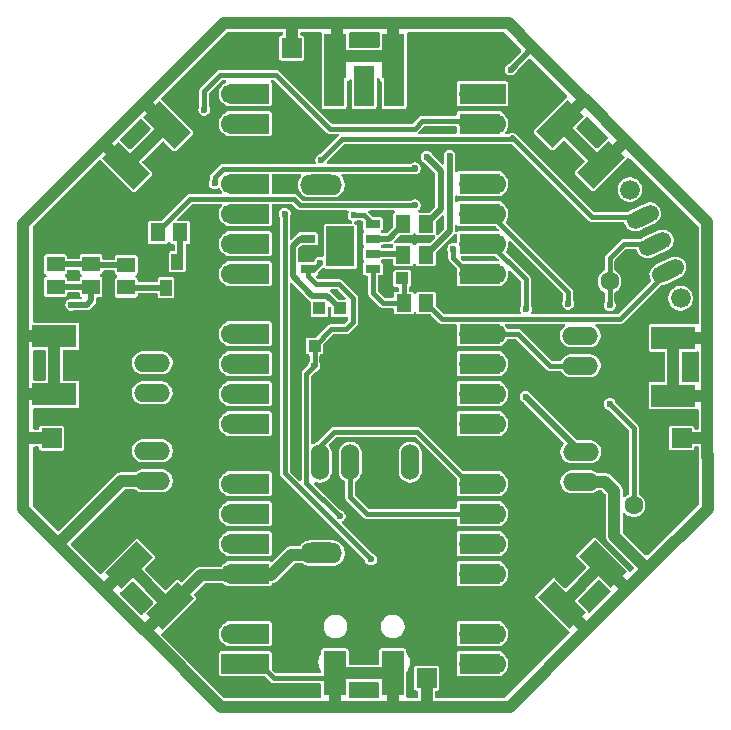
<source format=gbr>
%TF.GenerationSoftware,KiCad,Pcbnew,9.0.5*%
%TF.CreationDate,2025-12-08T11:46:15-06:00*%
%TF.ProjectId,board,626f6172-642e-46b6-9963-61645f706362,rev?*%
%TF.SameCoordinates,Original*%
%TF.FileFunction,Copper,L1,Top*%
%TF.FilePolarity,Positive*%
%FSLAX46Y46*%
G04 Gerber Fmt 4.6, Leading zero omitted, Abs format (unit mm)*
G04 Created by KiCad (PCBNEW 9.0.5) date 2025-12-08 11:46:15*
%MOMM*%
%LPD*%
G01*
G04 APERTURE LIST*
G04 Aperture macros list*
%AMHorizOval*
0 Thick line with rounded ends*
0 $1 width*
0 $2 $3 position (X,Y) of the first rounded end (center of the circle)*
0 $4 $5 position (X,Y) of the second rounded end (center of the circle)*
0 Add line between two ends*
20,1,$1,$2,$3,$4,$5,0*
0 Add two circle primitives to create the rounded ends*
1,1,$1,$2,$3*
1,1,$1,$4,$5*%
%AMRotRect*
0 Rectangle, with rotation*
0 The origin of the aperture is its center*
0 $1 length*
0 $2 width*
0 $3 Rotation angle, in degrees counterclockwise*
0 Add horizontal line*
21,1,$1,$2,0,0,$3*%
G04 Aperture macros list end*
%TA.AperFunction,EtchedComponent*%
%ADD10C,0.000000*%
%TD*%
%TA.AperFunction,SMDPad,CuDef*%
%ADD11R,1.000000X1.400000*%
%TD*%
%TA.AperFunction,ComponentPad*%
%ADD12O,1.524000X3.048000*%
%TD*%
%TA.AperFunction,ComponentPad*%
%ADD13O,3.556000X1.778000*%
%TD*%
%TA.AperFunction,ComponentPad*%
%ADD14O,3.048000X1.524000*%
%TD*%
%TA.AperFunction,SMDPad,CuDef*%
%ADD15R,1.300000X1.500000*%
%TD*%
%TA.AperFunction,SMDPad,CuDef*%
%ADD16R,1.000000X1.100000*%
%TD*%
%TA.AperFunction,SMDPad,CuDef*%
%ADD17R,1.300000X0.700000*%
%TD*%
%TA.AperFunction,ComponentPad*%
%ADD18R,1.700000X1.700000*%
%TD*%
%TA.AperFunction,ComponentPad*%
%ADD19C,1.700000*%
%TD*%
%TA.AperFunction,ComponentPad*%
%ADD20HorizOval,1.422400X-0.644566X-0.300566X0.644566X0.300566X0*%
%TD*%
%TA.AperFunction,ComponentPad*%
%ADD21C,1.676400*%
%TD*%
%TA.AperFunction,ComponentPad*%
%ADD22C,1.600000*%
%TD*%
%TA.AperFunction,SMDPad,CuDef*%
%ADD23R,1.100000X1.000000*%
%TD*%
%TA.AperFunction,SMDPad,CuDef*%
%ADD24R,1.500000X1.300000*%
%TD*%
%TA.AperFunction,ComponentPad*%
%ADD25O,1.700000X1.700000*%
%TD*%
%TA.AperFunction,SMDPad,CuDef*%
%ADD26R,3.500000X1.700000*%
%TD*%
%TA.AperFunction,SMDPad,CuDef*%
%ADD27R,1.700000X3.500000*%
%TD*%
%TA.AperFunction,SMDPad,CuDef*%
%ADD28RotRect,3.810000X1.930400X135.000000*%
%TD*%
%TA.AperFunction,SMDPad,CuDef*%
%ADD29RotRect,3.810000X1.930400X45.000000*%
%TD*%
%TA.AperFunction,SMDPad,CuDef*%
%ADD30R,1.930400X3.810000*%
%TD*%
%TA.AperFunction,SMDPad,CuDef*%
%ADD31R,3.810000X1.930400*%
%TD*%
%TA.AperFunction,SMDPad,CuDef*%
%ADD32RotRect,3.810000X1.930400X315.000000*%
%TD*%
%TA.AperFunction,SMDPad,CuDef*%
%ADD33RotRect,3.810000X1.930400X225.000000*%
%TD*%
%TA.AperFunction,ViaPad*%
%ADD34C,0.600000*%
%TD*%
%TA.AperFunction,Conductor*%
%ADD35C,0.420000*%
%TD*%
%TA.AperFunction,Conductor*%
%ADD36C,0.508000*%
%TD*%
%TA.AperFunction,Conductor*%
%ADD37C,1.016000*%
%TD*%
G04 APERTURE END LIST*
D10*
%TA.AperFunction,EtchedComponent*%
%TO.C,TP4056*%
G36*
X147550000Y-96590000D02*
G01*
X145150000Y-96590000D01*
X145150000Y-93190000D01*
X147550000Y-93190000D01*
X147550000Y-96590000D01*
G37*
%TD.AperFunction*%
%TD*%
D11*
%TO.P,IRLML2502,1,G*%
%TO.N,Net-(IRLML2502-G)*%
X132550000Y-96200000D03*
%TO.P,IRLML2502,2,S*%
%TO.N,GND*%
X130650000Y-96200000D03*
%TO.P,IRLML2502,3,D*%
%TO.N,Net-(IRLML2502-D)*%
X131600000Y-98400000D03*
%TD*%
D12*
%TO.P,E-HAT0,1,1*%
%TO.N,/<p>MCU and Motors</p>/SDA_RX*%
X144660000Y-113160000D03*
%TO.P,E-HAT0,2,2*%
%TO.N,/<p>MCU and Motors</p>/SCL_TX*%
X147200000Y-113160000D03*
%TO.P,E-HAT0,3,3*%
%TO.N,GND*%
X149740000Y-113160000D03*
%TO.P,E-HAT0,4,4*%
%TO.N,VCC*%
X152280000Y-113160000D03*
%TD*%
D13*
%TO.P,MT3608,5V,5V*%
%TO.N,VCC*%
X144751916Y-120875000D03*
%TO.P,MT3608,B+,B+*%
%TO.N,Net-(SWITCH0-S)*%
X144751916Y-89664000D03*
%TO.P,MT3608,B-,B-*%
%TO.N,GND*%
X152626085Y-89664000D03*
%TO.P,MT3608,GND,GND*%
X152626085Y-120875000D03*
%TD*%
D14*
%TO.P,M_LEFT0,1,1*%
%TO.N,GND*%
X166724492Y-117371995D03*
%TO.P,M_LEFT0,2,2*%
%TO.N,VCC*%
X166724492Y-114831995D03*
%TO.P,M_LEFT0,3,3*%
%TO.N,/<p>MCU and Motors</p>/M_LEFT_PWM*%
X166724492Y-112291995D03*
%TD*%
%TO.P,E_RIGHT0,1,1*%
%TO.N,GND*%
X130430000Y-102210000D03*
%TO.P,E_RIGHT0,2,2*%
%TO.N,/<p>MCU and Motors</p>/E_RIGHT_B*%
X130430000Y-104750000D03*
%TO.P,E_RIGHT0,3,3*%
%TO.N,/<p>MCU and Motors</p>/E_RIGHT_A*%
X130430000Y-107290000D03*
%TD*%
D15*
%TO.P,R12,1,1*%
%TO.N,Net-(TP4056-STDBY)*%
X151695508Y-95588005D03*
%TO.P,R12,2,2*%
%TO.N,Net-(R12-Pad2)*%
X153595508Y-95588005D03*
%TD*%
D16*
%TO.P,R14,1,1*%
%TO.N,unconnected-(R14-Pad1)*%
X144590000Y-100150000D03*
%TO.P,R14,2,2*%
%TO.N,Net-(TP4056-PROG)*%
X146290000Y-100150000D03*
%TD*%
D17*
%TO.P,TP4056,1,TEMP*%
%TO.N,GND*%
X143600000Y-92985000D03*
%TO.P,TP4056,2,PROG*%
%TO.N,Net-(TP4056-PROG)*%
X143600000Y-94255000D03*
%TO.P,TP4056,3,GND*%
%TO.N,GND*%
X143600000Y-95525000D03*
%TO.P,TP4056,4,VCC*%
%TO.N,VCC*%
X143600000Y-96795000D03*
%TO.P,TP4056,5,BAT*%
%TO.N,/<p>Power Supply</p>/TP_B+*%
X149100000Y-96795000D03*
%TO.P,TP4056,6,STDBY*%
%TO.N,Net-(TP4056-STDBY)*%
X149100000Y-95525000D03*
%TO.P,TP4056,7,CHRG*%
%TO.N,Net-(TP4056-CHRG)*%
X149100000Y-94255000D03*
%TO.P,TP4056,8,CE*%
%TO.N,VCC*%
X149100000Y-92985000D03*
%TD*%
D18*
%TO.P,J2,1,Pin_1*%
%TO.N,VCC*%
X137130000Y-130230000D03*
D19*
%TO.P,J2,2,Pin_2*%
%TO.N,Net-(J2-Pin_2)*%
X137130000Y-127690000D03*
%TO.P,J2,3,Pin_3*%
%TO.N,GND*%
X137130000Y-125150000D03*
%TO.P,J2,4,Pin_4*%
%TO.N,Net-(J2-Pin_4)*%
X137130000Y-122610000D03*
%TO.P,J2,5,Pin_5*%
%TO.N,Net-(J2-Pin_5)*%
X137130000Y-120070000D03*
%TO.P,J2,6,Pin_6*%
%TO.N,Net-(J2-Pin_6)*%
X137130000Y-117530000D03*
%TO.P,J2,7,Pin_7*%
%TO.N,Net-(J2-Pin_7)*%
X137130000Y-114990000D03*
%TO.P,J2,8,Pin_8*%
%TO.N,GND*%
X137130000Y-112450000D03*
%TO.P,J2,9,Pin_9*%
%TO.N,Net-(J2-Pin_9)*%
X137130000Y-109910000D03*
%TO.P,J2,10,Pin_10*%
%TO.N,unconnected-(J2-Pin_10-Pad10)*%
X137130000Y-107370000D03*
%TO.P,J2,11,Pin_11*%
%TO.N,Net-(J2-Pin_11)*%
X137130000Y-104830000D03*
%TO.P,J2,12,Pin_12*%
%TO.N,unconnected-(J2-Pin_12-Pad12)*%
X137130000Y-102290000D03*
%TO.P,J2,13,Pin_13*%
%TO.N,GND*%
X137130000Y-99750000D03*
%TO.P,J2,14,Pin_14*%
%TO.N,Net-(J2-Pin_14)*%
X137130000Y-97210000D03*
%TO.P,J2,15,Pin_15*%
%TO.N,Net-(J2-Pin_15)*%
X137130000Y-94670000D03*
%TO.P,J2,16,Pin_16*%
%TO.N,Net-(J2-Pin_16)*%
X137130000Y-92130000D03*
%TO.P,J2,17,Pin_17*%
%TO.N,Net-(J2-Pin_17)*%
X137130000Y-89590000D03*
%TO.P,J2,18,Pin_18*%
%TO.N,GND*%
X137130000Y-87050000D03*
%TO.P,J2,19,Pin_19*%
%TO.N,Net-(J2-Pin_19)*%
X137130000Y-84510000D03*
%TO.P,J2,20,Pin_20*%
%TO.N,Net-(J2-Pin_20)*%
X137130000Y-81970000D03*
%TD*%
D20*
%TO.P,SWITCH0,1,O*%
%TO.N,Net-(SWITCH0-O)*%
X174093210Y-96991301D03*
%TO.P,SWITCH0,2,P*%
%TO.N,Net-(SWITCH0-P)*%
X173019760Y-94689280D03*
%TO.P,SWITCH0,3,S*%
%TO.N,Net-(SWITCH0-S)*%
X171946310Y-92387259D03*
D21*
%TO.P,SWITCH0,M1*%
%TO.N,N/C*%
X175166661Y-99293324D03*
%TO.P,SWITCH0,M2*%
X170872859Y-90085236D03*
%TD*%
D15*
%TO.P,R13,1,1*%
%TO.N,Net-(TP4056-CHRG)*%
X151675508Y-92998005D03*
%TO.P,R13,2,2*%
%TO.N,Net-(CHRG0-PadC)*%
X153575508Y-92998005D03*
%TD*%
D18*
%TO.P,J1,1,Pin_1*%
%TO.N,Net-(J1-Pin_1)*%
X159520000Y-81980000D03*
D19*
%TO.P,J1,2,Pin_2*%
%TO.N,unconnected-(J1-Pin_2-Pad2)*%
X159520000Y-84520000D03*
%TO.P,J1,3,Pin_3*%
%TO.N,GND*%
X159520000Y-87060000D03*
%TO.P,J1,4,Pin_4*%
%TO.N,unconnected-(J1-Pin_4-Pad4)*%
X159520000Y-89600000D03*
%TO.P,J1,5,Pin_5*%
%TO.N,unconnected-(J1-Pin_5-Pad5)*%
X159520000Y-92140000D03*
%TO.P,J1,6,Pin_6*%
%TO.N,unconnected-(J1-Pin_6-Pad6)*%
X159520000Y-94680000D03*
%TO.P,J1,7,Pin_7*%
%TO.N,unconnected-(J1-Pin_7-Pad7)*%
X159520000Y-97220000D03*
%TO.P,J1,8,Pin_8*%
%TO.N,GND*%
X159520000Y-99760000D03*
%TO.P,J1,9,Pin_9*%
%TO.N,unconnected-(J1-Pin_9-Pad9)*%
X159520000Y-102300000D03*
%TO.P,J1,10,Pin_10*%
%TO.N,unconnected-(J1-Pin_10-Pad10)*%
X159520000Y-104840000D03*
%TO.P,J1,11,Pin_11*%
%TO.N,unconnected-(J1-Pin_11-Pad11)*%
X159520000Y-107380000D03*
%TO.P,J1,12,Pin_12*%
%TO.N,unconnected-(J1-Pin_12-Pad12)*%
X159520000Y-109920000D03*
%TO.P,J1,13,Pin_13*%
%TO.N,GND*%
X159520000Y-112460000D03*
%TO.P,J1,14,Pin_14*%
%TO.N,unconnected-(J1-Pin_14-Pad14)*%
X159520000Y-115000000D03*
%TO.P,J1,15,Pin_15*%
%TO.N,unconnected-(J1-Pin_15-Pad15)*%
X159520000Y-117540000D03*
%TO.P,J1,16,Pin_16*%
%TO.N,Net-(J1-Pin_16)*%
X159520000Y-120080000D03*
%TO.P,J1,17,Pin_17*%
%TO.N,Net-(J1-Pin_17)*%
X159520000Y-122620000D03*
%TO.P,J1,18,Pin_18*%
%TO.N,GND*%
X159520000Y-125160000D03*
%TO.P,J1,19,Pin_19*%
%TO.N,Net-(J1-Pin_19)*%
X159520000Y-127700000D03*
%TO.P,J1,20,Pin_20*%
%TO.N,Net-(J1-Pin_20)*%
X159520000Y-130240000D03*
%TD*%
D22*
%TO.P,BATT0,1,1*%
%TO.N,GND*%
X167337384Y-98705236D03*
%TO.P,BATT0,2,2*%
%TO.N,Net-(SWITCH0-P)*%
X169150000Y-97860000D03*
%TD*%
D23*
%TO.P,C3,1,1*%
%TO.N,/<p>Power Supply</p>/TP_B+*%
X151585508Y-97610000D03*
%TO.P,C3,2,2*%
%TO.N,GND*%
X153285508Y-97610000D03*
%TD*%
D24*
%TO.P,R10,1,1*%
%TO.N,Net-(IRLML2502-D)*%
X128232492Y-98375995D03*
%TO.P,R10,2,2*%
%TO.N,Net-(R10-Pad2)*%
X128232492Y-96475995D03*
%TD*%
%TO.P,R11,1,1*%
%TO.N,Net-(R10-Pad2)*%
X122250000Y-96420000D03*
%TO.P,R11,2,2*%
%TO.N,/<p>Proximity Sensors</p>/EM*%
X122250000Y-98320000D03*
%TD*%
D14*
%TO.P,E_LEFT0,1,1*%
%TO.N,GND*%
X166680000Y-107540000D03*
%TO.P,E_LEFT0,2,2*%
%TO.N,/<p>MCU and Motors</p>/E_LEFT_B*%
X166680000Y-105000000D03*
%TO.P,E_LEFT0,3,3*%
%TO.N,/<p>MCU and Motors</p>/E_LEFT_A*%
X166680000Y-102460000D03*
%TD*%
D23*
%TO.P,C4,1,1*%
%TO.N,VCC*%
X144170000Y-103320000D03*
%TO.P,C4,2,2*%
%TO.N,GND*%
X145870000Y-103320000D03*
%TD*%
D25*
%TO.P,U1,1,GPIO0*%
%TO.N,Net-(J1-Pin_20)*%
X157265000Y-130230000D03*
D26*
X158165000Y-130230000D03*
D25*
%TO.P,U1,2,GPIO1*%
%TO.N,Net-(J1-Pin_19)*%
X157265000Y-127690000D03*
D26*
X158165000Y-127690000D03*
D18*
%TO.P,U1,3,GND*%
%TO.N,GND*%
X157265000Y-125150000D03*
D26*
X158165000Y-125150000D03*
D25*
%TO.P,U1,4,GPIO2*%
%TO.N,Net-(J1-Pin_17)*%
X157265000Y-122610000D03*
D26*
X158165000Y-122610000D03*
D25*
%TO.P,U1,5,GPIO3*%
%TO.N,Net-(J1-Pin_16)*%
X157265000Y-120070000D03*
D26*
X158165000Y-120070000D03*
D25*
%TO.P,U1,6,GPIO4*%
%TO.N,/<p>MCU and Motors</p>/SCL_TX*%
X157265000Y-117530000D03*
D26*
X158165000Y-117530000D03*
D25*
%TO.P,U1,7,GPIO5*%
%TO.N,/<p>MCU and Motors</p>/SDA_RX*%
X157265000Y-114990000D03*
D26*
X158165000Y-114990000D03*
D18*
%TO.P,U1,8,GND*%
%TO.N,GND*%
X157265000Y-112450000D03*
D26*
X158165000Y-112450000D03*
D25*
%TO.P,U1,9,GPIO6*%
%TO.N,MUX_A*%
X157265000Y-109910000D03*
D26*
X158165000Y-109910000D03*
D25*
%TO.P,U1,10,GPIO7*%
%TO.N,MUX_B*%
X157265000Y-107370000D03*
D26*
X158165000Y-107370000D03*
D25*
%TO.P,U1,11,GPIO8*%
%TO.N,MUX_C*%
X157265000Y-104830000D03*
D26*
X158165000Y-104830000D03*
D25*
%TO.P,U1,12,GPIO9*%
%TO.N,/<p>MCU and Motors</p>/E_LEFT_B*%
X157265000Y-102290000D03*
D26*
X158165000Y-102290000D03*
D18*
%TO.P,U1,13,GND*%
%TO.N,GND*%
X157265000Y-99750000D03*
D26*
X158165000Y-99750000D03*
D25*
%TO.P,U1,14,GPIO10*%
%TO.N,EM_ENABLE*%
X157265000Y-97210000D03*
D26*
X158165000Y-97210000D03*
D25*
%TO.P,U1,15,GPIO11*%
%TO.N,/<p>MCU and Motors</p>/M_LEFT_PWM*%
X157265000Y-94670000D03*
D26*
X158165000Y-94670000D03*
D25*
%TO.P,U1,16,GPIO12*%
%TO.N,/<p>MCU and Motors</p>/E_LEFT_A*%
X157265000Y-92130000D03*
D26*
X158165000Y-92130000D03*
D25*
%TO.P,U1,17,GPIO13*%
%TO.N,/<p>MCU and Motors</p>/E_RIGHT_B*%
X157265000Y-89590000D03*
D26*
X158165000Y-89590000D03*
D18*
%TO.P,U1,18,GND*%
%TO.N,GND*%
X157265000Y-87050000D03*
D26*
X158165000Y-87050000D03*
D25*
%TO.P,U1,19,GPIO14*%
%TO.N,/<p>MCU and Motors</p>/M_RIGHT_PWM*%
X157265000Y-84510000D03*
D26*
X158165000Y-84510000D03*
D25*
%TO.P,U1,20,GPIO15*%
%TO.N,Net-(J1-Pin_1)*%
X157265000Y-81970000D03*
D26*
X158165000Y-81970000D03*
D19*
%TO.P,U1,21,GPIO16*%
%TO.N,Net-(J2-Pin_20)*%
X139485000Y-81970000D03*
D26*
X138585000Y-81970000D03*
D25*
%TO.P,U1,22,GPIO17*%
%TO.N,Net-(J2-Pin_19)*%
X139485000Y-84510000D03*
D26*
X138585000Y-84510000D03*
D18*
%TO.P,U1,23,GND*%
%TO.N,GND*%
X139485000Y-87050000D03*
D26*
X138585000Y-87050000D03*
D25*
%TO.P,U1,24,GPIO18*%
%TO.N,Net-(J2-Pin_17)*%
X139485000Y-89590000D03*
D26*
X138585000Y-89590000D03*
D25*
%TO.P,U1,25,GPIO19*%
%TO.N,Net-(J2-Pin_16)*%
X139485000Y-92130000D03*
D26*
X138585000Y-92130000D03*
D25*
%TO.P,U1,26,GPIO20*%
%TO.N,Net-(J2-Pin_15)*%
X139485000Y-94670000D03*
D26*
X138585000Y-94670000D03*
D25*
%TO.P,U1,27,GPIO21*%
%TO.N,Net-(J2-Pin_14)*%
X139485000Y-97210000D03*
D26*
X138585000Y-97210000D03*
D18*
%TO.P,U1,28,GND*%
%TO.N,GND*%
X139485000Y-99750000D03*
D26*
X138585000Y-99750000D03*
D25*
%TO.P,U1,29,GPIO22*%
%TO.N,/<p>MCU and Motors</p>/E_RIGHT_A*%
X139485000Y-102290000D03*
D26*
X138585000Y-102290000D03*
D25*
%TO.P,U1,30,RUN*%
%TO.N,Net-(J2-Pin_11)*%
X139485000Y-104830000D03*
D26*
X138585000Y-104830000D03*
D25*
%TO.P,U1,31,GPIO26_ADC0*%
%TO.N,AD0*%
X139485000Y-107370000D03*
D26*
X138585000Y-107370000D03*
D25*
%TO.P,U1,32,GPIO27_ADC1*%
%TO.N,Net-(J2-Pin_9)*%
X139485000Y-109910000D03*
D26*
X138585000Y-109910000D03*
D18*
%TO.P,U1,33,AGND*%
%TO.N,GND*%
X139485000Y-112450000D03*
D26*
X138585000Y-112450000D03*
D25*
%TO.P,U1,34,GPIO28_ADC2*%
%TO.N,Net-(J2-Pin_7)*%
X139485000Y-114990000D03*
D26*
X138585000Y-114990000D03*
D25*
%TO.P,U1,35,ADC_VREF*%
%TO.N,Net-(J2-Pin_6)*%
X139485000Y-117530000D03*
D26*
X138585000Y-117530000D03*
D25*
%TO.P,U1,36,3V3*%
%TO.N,Net-(J2-Pin_5)*%
X139485000Y-120070000D03*
D26*
X138585000Y-120070000D03*
D25*
%TO.P,U1,37,3V3_EN*%
%TO.N,Net-(J2-Pin_4)*%
X139485000Y-122610000D03*
D26*
X138585000Y-122610000D03*
D18*
%TO.P,U1,38,GND*%
%TO.N,GND*%
X139485000Y-125150000D03*
D26*
X138585000Y-125150000D03*
D25*
%TO.P,U1,39,VSYS*%
%TO.N,Net-(J2-Pin_2)*%
X139485000Y-127690000D03*
D26*
X138585000Y-127690000D03*
D25*
%TO.P,U1,40,VBUS*%
%TO.N,VCC*%
X139485000Y-130230000D03*
D26*
X138585000Y-130230000D03*
D25*
%TO.P,U1,41,SWCLK*%
%TO.N,unconnected-(U1-SWCLK-Pad41)*%
X150915000Y-82200000D03*
D27*
X150915000Y-81300000D03*
D18*
%TO.P,U1,42,GND*%
%TO.N,unconnected-(U1-GND-Pad42)*%
X148375000Y-82200000D03*
D27*
X148375000Y-81300000D03*
D25*
%TO.P,U1,43,SWDIO*%
%TO.N,unconnected-(U1-SWDIO-Pad43)*%
X145835000Y-82200000D03*
D27*
X145835000Y-81300000D03*
%TD*%
D14*
%TO.P,M_RIGHT0,1,1*%
%TO.N,GND*%
X130450000Y-117290000D03*
%TO.P,M_RIGHT0,2,2*%
%TO.N,VCC*%
X130450000Y-114750000D03*
%TO.P,M_RIGHT0,3,3*%
%TO.N,/<p>MCU and Motors</p>/M_RIGHT_PWM*%
X130450000Y-112210000D03*
%TD*%
D24*
%TO.P,R9,1,1*%
%TO.N,Net-(R10-Pad2)*%
X125250000Y-96400000D03*
%TO.P,R9,2,2*%
%TO.N,/<p>Proximity Sensors</p>/EM*%
X125250000Y-98300000D03*
%TD*%
D15*
%TO.P,R8,1,1*%
%TO.N,Net-(IRLML2502-G)*%
X132800000Y-93720000D03*
%TO.P,R8,2,2*%
%TO.N,EM_ENABLE*%
X130900000Y-93720000D03*
%TD*%
%TO.P,R15,1,1*%
%TO.N,Net-(SWITCH0-O)*%
X153615508Y-99688005D03*
%TO.P,R15,2,2*%
%TO.N,/<p>Power Supply</p>/TP_B+*%
X151715508Y-99688005D03*
%TD*%
D22*
%TO.P,BATT1,1,1*%
%TO.N,GND*%
X173190000Y-116800000D03*
%TO.P,BATT1,2,2*%
%TO.N,Net-(SWITCH0-P)*%
X171190000Y-116800000D03*
%TD*%
D18*
%TO.P,J3,1,Pin_1*%
%TO.N,VCC*%
X121920000Y-111125000D03*
D19*
%TO.P,J3,2,Pin_2*%
%TO.N,GND*%
X121920000Y-113665000D03*
%TD*%
D28*
%TO.P,P3,A,ANODE*%
%TO.N,VCC*%
X168564407Y-121765593D03*
%TO.P,P3,C,COLLECTOR*%
X165098028Y-125231972D03*
%TD*%
D29*
%TO.P,P1,A,ANODE*%
%TO.N,VCC*%
X131910000Y-125370000D03*
%TO.P,P1,C,COLLECTOR*%
X128443621Y-121903621D03*
%TD*%
D30*
%TO.P,P6,A,ANODE*%
%TO.N,VCC*%
X145942600Y-78800000D03*
%TO.P,P6,C,COLLECTOR*%
X150844800Y-78800000D03*
%TD*%
%TO.P,P0,A,ANODE*%
%TO.N,VCC*%
X150790000Y-131040000D03*
%TO.P,P0,C,COLLECTOR*%
X145887800Y-131040000D03*
%TD*%
D31*
%TO.P,P2,A,ANODE*%
%TO.N,VCC*%
X122140000Y-107420000D03*
%TO.P,P2,C,COLLECTOR*%
X122140000Y-102517800D03*
%TD*%
D32*
%TO.P,P4,A,ANODE*%
%TO.N,VCC*%
X128205593Y-88074407D03*
%TO.P,P4,C,COLLECTOR*%
X131671972Y-84608028D03*
%TD*%
D31*
%TO.P,P5,A,ANODE*%
%TO.N,VCC*%
X174560000Y-102628600D03*
%TO.P,P5,C,COLLECTOR*%
X174560000Y-107530800D03*
%TD*%
D18*
%TO.P,J6,1,Pin_1*%
%TO.N,VCC*%
X175260000Y-111120000D03*
D19*
%TO.P,J6,2,Pin_2*%
%TO.N,GND*%
X175260000Y-113660000D03*
%TD*%
D18*
%TO.P,J5,1,Pin_1*%
%TO.N,VCC*%
X153670000Y-131450000D03*
D19*
%TO.P,J5,2,Pin_2*%
%TO.N,GND*%
X153670000Y-128910000D03*
%TD*%
D18*
%TO.P,J4,1,Pin_1*%
%TO.N,VCC*%
X142240000Y-78105000D03*
D19*
%TO.P,J4,2,Pin_2*%
%TO.N,GND*%
X139700000Y-78105000D03*
%TD*%
D33*
%TO.P,P7,A,ANODE*%
%TO.N,VCC*%
X164965593Y-84515593D03*
%TO.P,P7,C,COLLECTOR*%
X168431972Y-87981972D03*
%TD*%
D34*
%TO.N,GND*%
X132715000Y-127775000D03*
X143600000Y-92985000D03*
X145325000Y-97225000D03*
X125060999Y-109855000D03*
%TO.N,VCC*%
X146291809Y-117733191D03*
X147500000Y-92275000D03*
X160774492Y-79921995D03*
X144150000Y-105000000D03*
X144646800Y-96289200D03*
%TO.N,EM_ENABLE*%
X152675000Y-91425000D03*
X155911798Y-95125000D03*
%TO.N,Net-(SWITCH0-P)*%
X169175000Y-108250000D03*
X169175000Y-99875000D03*
%TO.N,Net-(CHRG0-PadC)*%
X153675000Y-87325000D03*
%TO.N,/<p>MCU and Motors</p>/E_RIGHT_B*%
X135725000Y-89550000D03*
X152675000Y-88296800D03*
%TO.N,/<p>MCU and Motors</p>/M_RIGHT_PWM*%
X134830000Y-83320000D03*
%TO.N,/<p>MCU and Motors</p>/M_LEFT_PWM*%
X162054492Y-107621995D03*
X162075000Y-100200000D03*
%TO.N,/<p>MCU and Motors</p>/E_LEFT_A*%
X165650000Y-99750000D03*
%TO.N,Net-(LED0-DO)*%
X148950000Y-121400000D03*
X141650000Y-92125000D03*
%TO.N,Net-(SWITCH0-S)*%
X144750000Y-87575000D03*
%TO.N,/<p>Proximity Sensors</p>/EM*%
X123575000Y-99825000D03*
%TO.N,Net-(R12-Pad2)*%
X155600000Y-87225000D03*
%TD*%
D35*
%TO.N,GND*%
X144664200Y-93490800D02*
X144158400Y-92985000D01*
X143600000Y-95525000D02*
X144158400Y-95525000D01*
X144158400Y-92985000D02*
X143600000Y-92985000D01*
X144158400Y-95525000D02*
X144664200Y-95019200D01*
X144664200Y-95019200D02*
X144664200Y-93490800D01*
X143600000Y-95453580D02*
X143600000Y-95525000D01*
D36*
%TO.N,VCC*%
X177324492Y-112581995D02*
X177434492Y-112691995D01*
D37*
X160684492Y-133861995D02*
X154030000Y-133861995D01*
X122130389Y-107411258D02*
X122130389Y-102509058D01*
X126299492Y-123896995D02*
X126269492Y-123896995D01*
X121920000Y-111125000D02*
X119524492Y-111125000D01*
X177418329Y-107538158D02*
X177434492Y-107521995D01*
X150796276Y-133740211D02*
X150674492Y-133861995D01*
X170659492Y-123863367D02*
X170659492Y-123886995D01*
X150744492Y-76021995D02*
X160615001Y-76021995D01*
X153670000Y-133501995D02*
X154030000Y-133861995D01*
X119524492Y-114901995D02*
X119524492Y-111960000D01*
D35*
X119534492Y-111950000D02*
X119524492Y-111960000D01*
D37*
X128206483Y-88075402D02*
X131672864Y-84609020D01*
X177314492Y-111120000D02*
X177434492Y-111000000D01*
X136484492Y-76021995D02*
X141480000Y-76021995D01*
D35*
X154040000Y-133851995D02*
X154030000Y-133861995D01*
X147450000Y-101300000D02*
X146850000Y-101900000D01*
D37*
X119524492Y-117121995D02*
X119524492Y-114901995D01*
X144653826Y-120986655D02*
X142219832Y-120986655D01*
X142240000Y-76021995D02*
X146064492Y-76021995D01*
X129759492Y-127386995D02*
X126269492Y-123896995D01*
X166925001Y-82331995D02*
X162664748Y-78071742D01*
X129919492Y-82855649D02*
X129919492Y-82586995D01*
X126299492Y-123896995D02*
X122486248Y-120083752D01*
X169545000Y-115570000D02*
X168806995Y-114831995D01*
X153670000Y-131450000D02*
X153670000Y-133501995D01*
D35*
X143483800Y-105666200D02*
X143483800Y-114925182D01*
D37*
X166925001Y-82331995D02*
X166925001Y-82551995D01*
D36*
X177324492Y-112581995D02*
X177454492Y-112581995D01*
D37*
X145894076Y-133762411D02*
X145794492Y-133861995D01*
X174562901Y-107538158D02*
X177418329Y-107538158D01*
X177434492Y-102641995D02*
X177434492Y-107521995D01*
X177428454Y-102635958D02*
X177434492Y-102641995D01*
D35*
X143483800Y-114925182D02*
X146291809Y-117733191D01*
D36*
X160774492Y-79921995D02*
X162624745Y-78071742D01*
D35*
X146275000Y-98100000D02*
X147450000Y-99275000D01*
D37*
X122486248Y-120083752D02*
X127820000Y-114750000D01*
X164965438Y-84511558D02*
X166925001Y-82551995D01*
X131892961Y-125368595D02*
X128426580Y-121902214D01*
X127820000Y-114750000D02*
X130450000Y-114750000D01*
D36*
X144653826Y-120986655D02*
X143963826Y-120986655D01*
D35*
X144150000Y-105000000D02*
X143483800Y-105666200D01*
D37*
X170456129Y-85953630D02*
X170456129Y-85850361D01*
X174562901Y-102635958D02*
X177428454Y-102635958D01*
X119525230Y-107411258D02*
X119524492Y-107411995D01*
X126353077Y-86221995D02*
X126284492Y-86221995D01*
D35*
X140716000Y-131461000D02*
X145887800Y-131461000D01*
D37*
X129874561Y-127386995D02*
X129874561Y-127482064D01*
X140484632Y-122721855D02*
X137025051Y-122721855D01*
X128206483Y-88075402D02*
X126353077Y-86221995D01*
D36*
X162624745Y-78071742D02*
X162664748Y-78071742D01*
D37*
X169545000Y-119380000D02*
X169545000Y-115570000D01*
X145894076Y-131037139D02*
X145894076Y-133762411D01*
X150853207Y-78808389D02*
X150853207Y-76130711D01*
X131892961Y-125368595D02*
X129874561Y-127386995D01*
X172355744Y-122190744D02*
X169545000Y-119380000D01*
X150796276Y-131037139D02*
X150796276Y-133740211D01*
X141480000Y-76021995D02*
X142240000Y-76021995D01*
D35*
X143600000Y-96795000D02*
X143600000Y-97375000D01*
X139485000Y-130230000D02*
X140716000Y-131461000D01*
D37*
X122486248Y-120083752D02*
X119524492Y-117121995D01*
X177454492Y-115570000D02*
X177454492Y-117091995D01*
X177454492Y-117091995D02*
X172355744Y-122190744D01*
X145951007Y-78808389D02*
X150853207Y-78808389D01*
X150674492Y-133861995D02*
X145794492Y-133861995D01*
D35*
X144664200Y-96289200D02*
X144158400Y-96795000D01*
D37*
X122130389Y-107411258D02*
X119525230Y-107411258D01*
X177454492Y-112581995D02*
X177454492Y-113630000D01*
X128426580Y-121902214D02*
X126431799Y-123896995D01*
X165085151Y-125221789D02*
X167059492Y-127196130D01*
X177434492Y-111000000D02*
X177434492Y-112691995D01*
X119524492Y-111125000D02*
X119524492Y-107411995D01*
D35*
X144170000Y-103320000D02*
X144170000Y-104980000D01*
D37*
X150796276Y-131037139D02*
X145894076Y-131037139D01*
X145951007Y-78808389D02*
X146064492Y-78694905D01*
X122130389Y-102509058D02*
X119731555Y-102509058D01*
X174562901Y-107538158D02*
X174562901Y-102635958D01*
D35*
X145590000Y-101900000D02*
X144170000Y-103320000D01*
D37*
X150744492Y-76021995D02*
X150853207Y-76130711D01*
X129874561Y-127386995D02*
X129759492Y-127386995D01*
X119524492Y-92981995D02*
X126284492Y-86221995D01*
X142219832Y-120986655D02*
X140484632Y-122721855D01*
D35*
X143600000Y-97375000D02*
X144325000Y-98100000D01*
D37*
X119731555Y-102509058D02*
X119524492Y-102301995D01*
X154030000Y-133861995D02*
X150674492Y-133861995D01*
D35*
X143625000Y-96820000D02*
X143600000Y-96795000D01*
D37*
X137025051Y-122721855D02*
X134539702Y-122721855D01*
X129919492Y-82586995D02*
X136484492Y-76021995D01*
X167041382Y-82435614D02*
X170456129Y-85850361D01*
X164965438Y-84511558D02*
X168431820Y-87977939D01*
X119524492Y-102301995D02*
X119524492Y-92981995D01*
X142240000Y-78105000D02*
X142240000Y-76021995D01*
X170456129Y-85850361D02*
X177434492Y-92828724D01*
X177454492Y-113630000D02*
X177454492Y-115570000D01*
X175260000Y-111120000D02*
X177314492Y-111120000D01*
X126431799Y-123896995D02*
X126299492Y-123896995D01*
D35*
X144158400Y-96795000D02*
X143600000Y-96795000D01*
D37*
X146064492Y-78694905D02*
X146064492Y-76021995D01*
X146064492Y-76021995D02*
X150744492Y-76021995D01*
X168431820Y-87977939D02*
X170456129Y-85953630D01*
X167059492Y-127196130D02*
X167059492Y-127486995D01*
X131672864Y-84609020D02*
X129919492Y-82855649D01*
D35*
X144325000Y-98100000D02*
X146275000Y-98100000D01*
D37*
X168806995Y-114831995D02*
X166724492Y-114831995D01*
D35*
X146850000Y-101900000D02*
X145590000Y-101900000D01*
D37*
X166925001Y-82551995D02*
X167041382Y-82435614D01*
D35*
X147500000Y-92275000D02*
X148390000Y-92275000D01*
X147450000Y-99275000D02*
X147450000Y-101300000D01*
D37*
X170659492Y-123886995D02*
X167059492Y-127486995D01*
D35*
X144170000Y-104980000D02*
X144150000Y-105000000D01*
D37*
X126284492Y-86221995D02*
X129919492Y-82586995D01*
X134539702Y-122721855D02*
X131892961Y-125368595D01*
X177434492Y-92828724D02*
X177434492Y-102641995D01*
X165085151Y-125221789D02*
X168551532Y-121755408D01*
X167059492Y-127486995D02*
X160684492Y-133861995D01*
X172355744Y-122190744D02*
X170659492Y-123886995D01*
X119524492Y-107411995D02*
X119524492Y-102301995D01*
X119524492Y-111960000D02*
X119524492Y-111125000D01*
X136254492Y-133861995D02*
X145794492Y-133861995D01*
D35*
X148390000Y-92275000D02*
X149100000Y-92985000D01*
D37*
X168551532Y-121755408D02*
X170659492Y-123863367D01*
X177434492Y-107521995D02*
X177434492Y-111000000D01*
X129874561Y-127482064D02*
X136254492Y-133861995D01*
X162664748Y-78071742D02*
X160615001Y-76021995D01*
D35*
%TO.N,EM_ENABLE*%
X155911798Y-95125000D02*
X155911798Y-95856798D01*
X155911798Y-95856798D02*
X157265000Y-97210000D01*
X142925000Y-91375000D02*
X142975000Y-91425000D01*
X133665800Y-90854200D02*
X142404200Y-90854200D01*
X142975000Y-91425000D02*
X152675000Y-91425000D01*
D36*
X159885051Y-97321855D02*
X158654351Y-97321855D01*
D35*
X142404200Y-90854200D02*
X142925000Y-91375000D01*
X130900000Y-93620000D02*
X133665800Y-90854200D01*
X130900000Y-93720000D02*
X130900000Y-93620000D01*
%TO.N,Net-(SWITCH0-P)*%
X169150000Y-97860000D02*
X169150000Y-95875000D01*
X169150000Y-95875000D02*
X170335720Y-94689280D01*
X171190000Y-110265000D02*
X171190000Y-116800000D01*
X169150000Y-97860000D02*
X169150000Y-99850000D01*
X169150000Y-99850000D02*
X169175000Y-99875000D01*
X170335720Y-94689280D02*
X173019760Y-94689280D01*
X169175000Y-108250000D02*
X171190000Y-110265000D01*
D36*
%TO.N,Net-(CHRG0-PadC)*%
X153675000Y-87325000D02*
X154860369Y-88510369D01*
X154860369Y-91713144D02*
X153575508Y-92998005D01*
X154860369Y-88510369D02*
X154860369Y-91713144D01*
D35*
%TO.N,/<p>MCU and Motors</p>/SDA_RX*%
X144660000Y-111765000D02*
X144660000Y-113160000D01*
X152875000Y-110600000D02*
X145800000Y-110600000D01*
X157265000Y-114990000D02*
X152875000Y-110600000D01*
X145800000Y-110600000D02*
X145800000Y-110625000D01*
X145800000Y-110625000D02*
X144660000Y-111765000D01*
%TO.N,/<p>MCU and Motors</p>/SCL_TX*%
X148605000Y-117530000D02*
X147200000Y-116125000D01*
X157265000Y-117530000D02*
X148605000Y-117530000D01*
X147200000Y-116125000D02*
X147200000Y-113160000D01*
%TO.N,/<p>MCU and Motors</p>/E_RIGHT_B*%
X136420800Y-88325800D02*
X152646000Y-88325800D01*
X152646000Y-88325800D02*
X152675000Y-88296800D01*
X135725000Y-89021600D02*
X136420800Y-88325800D01*
X135725000Y-89550000D02*
X135725000Y-89021600D01*
%TO.N,/<p>MCU and Motors</p>/M_RIGHT_PWM*%
X134830000Y-81716600D02*
X136176600Y-80370000D01*
X152644968Y-84925000D02*
X153304168Y-84265800D01*
X153304168Y-84265800D02*
X157020800Y-84265800D01*
X136176600Y-80370000D02*
X140912248Y-80370000D01*
X157020800Y-84265800D02*
X157265000Y-84510000D01*
X145467248Y-84925000D02*
X152644968Y-84925000D01*
X140912248Y-80370000D02*
X145467248Y-84925000D01*
X134830000Y-83320000D02*
X134830000Y-81716600D01*
%TO.N,/<p>MCU and Motors</p>/M_LEFT_PWM*%
X162075000Y-97691600D02*
X162075000Y-100200000D01*
D36*
X166724492Y-112291995D02*
X162054492Y-107621995D01*
D35*
X159053400Y-94670000D02*
X162075000Y-97691600D01*
X157265000Y-94670000D02*
X159053400Y-94670000D01*
%TO.N,/<p>MCU and Motors</p>/E_LEFT_B*%
X161390000Y-102290000D02*
X157265000Y-102290000D01*
X164100000Y-105000000D02*
X161390000Y-102290000D01*
X166680000Y-105000000D02*
X164100000Y-105000000D01*
%TO.N,/<p>MCU and Motors</p>/E_LEFT_A*%
X165650000Y-98734991D02*
X165650000Y-99750000D01*
X159045009Y-92130000D02*
X165650000Y-98734991D01*
X157265000Y-92130000D02*
X159045009Y-92130000D01*
D36*
%TO.N,Net-(IRLML2502-D)*%
X128232492Y-98375995D02*
X128258492Y-98401995D01*
X128258492Y-98401995D02*
X131604492Y-98401995D01*
%TO.N,Net-(IRLML2502-G)*%
X132800092Y-93727695D02*
X132800092Y-95956395D01*
X132800092Y-95956395D02*
X132554492Y-96201995D01*
D35*
%TO.N,Net-(LED0-DO)*%
X148950000Y-121400000D02*
X141650000Y-114100000D01*
X141650000Y-114100000D02*
X141650000Y-92125000D01*
%TO.N,Net-(SWITCH0-S)*%
X146539200Y-85785800D02*
X161035800Y-85785800D01*
X144750000Y-87575000D02*
X146539200Y-85785800D01*
X161035800Y-85785800D02*
X167637259Y-92387259D01*
X167637259Y-92387259D02*
X171946310Y-92387259D01*
X160925000Y-85675000D02*
X161035800Y-85785800D01*
D36*
X171986648Y-92368877D02*
X171905035Y-92450489D01*
%TO.N,/<p>Proximity Sensors</p>/EM*%
X125250000Y-99475000D02*
X125250000Y-98300000D01*
X123575000Y-99825000D02*
X124900000Y-99825000D01*
X125237492Y-98314995D02*
X125247492Y-98304995D01*
X122236492Y-98314995D02*
X125237492Y-98314995D01*
X124900000Y-99825000D02*
X125250000Y-99475000D01*
%TO.N,Net-(R10-Pad2)*%
X128232492Y-96475995D02*
X125318492Y-96475995D01*
X125237492Y-96414995D02*
X122236492Y-96414995D01*
X125247492Y-96404995D02*
X125237492Y-96414995D01*
X125318492Y-96475995D02*
X125247492Y-96404995D01*
%TO.N,Net-(TP4056-STDBY)*%
X149100000Y-95525000D02*
X151639259Y-95525000D01*
X151639259Y-95525000D02*
X151701418Y-95587160D01*
%TO.N,Net-(R12-Pad2)*%
X155600000Y-93583513D02*
X153595508Y-95588005D01*
X155600000Y-87225000D02*
X155600000Y-93583513D01*
%TO.N,Net-(TP4056-CHRG)*%
X149100000Y-94255000D02*
X150455000Y-94255000D01*
X150455000Y-94255000D02*
X151680000Y-93030000D01*
%TO.N,Net-(TP4056-PROG)*%
X142318200Y-94890400D02*
X142318200Y-97429600D01*
X142318200Y-97429600D02*
X143980600Y-99092000D01*
X145232000Y-99092000D02*
X146290000Y-100150000D01*
X142953600Y-94255000D02*
X142318200Y-94890400D01*
X143553000Y-94208000D02*
X143600000Y-94255000D01*
X143980600Y-99092000D02*
X145232000Y-99092000D01*
X143600000Y-94255000D02*
X142953600Y-94255000D01*
D35*
%TO.N,Net-(SWITCH0-O)*%
X153615508Y-99688005D02*
X154953303Y-101025800D01*
X154953303Y-101025800D02*
X170058711Y-101025800D01*
X170058711Y-101025800D02*
X174093210Y-96991301D01*
%TO.N,/<p>Power Supply</p>/TP_B+*%
X149963005Y-99688005D02*
X151715508Y-99688005D01*
X151715508Y-97740000D02*
X151585508Y-97610000D01*
X149100000Y-98825000D02*
X149963005Y-99688005D01*
X151715508Y-99688005D02*
X151715508Y-97740000D01*
X149100000Y-96795000D02*
X149100000Y-98825000D01*
%TD*%
%TA.AperFunction,Conductor*%
%TO.N,GND*%
G36*
X156163952Y-93805414D02*
G01*
X156204480Y-93862328D01*
X156211300Y-93902884D01*
X156211300Y-94522183D01*
X156191615Y-94589222D01*
X156138811Y-94634977D01*
X156069653Y-94644921D01*
X156055207Y-94641958D01*
X156016069Y-94631471D01*
X155978111Y-94621300D01*
X155845485Y-94621300D01*
X155768620Y-94641896D01*
X155717375Y-94655627D01*
X155717374Y-94655628D01*
X155602522Y-94721937D01*
X155602517Y-94721941D01*
X155508739Y-94815719D01*
X155508735Y-94815724D01*
X155442426Y-94930576D01*
X155442425Y-94930577D01*
X155431095Y-94972862D01*
X155408098Y-95058687D01*
X155408098Y-95058689D01*
X155408098Y-95191310D01*
X155408097Y-95191310D01*
X155442426Y-95319425D01*
X155442427Y-95319426D01*
X155481484Y-95387073D01*
X155498098Y-95449074D01*
X155498098Y-95794720D01*
X155498097Y-95794738D01*
X155498097Y-95802333D01*
X155498097Y-95911263D01*
X155521247Y-95997655D01*
X155526291Y-96016480D01*
X155578378Y-96106700D01*
X155580755Y-96110816D01*
X155894875Y-96424936D01*
X156174981Y-96705041D01*
X156208466Y-96766364D01*
X156211300Y-96792722D01*
X156211300Y-98080064D01*
X156211300Y-98080066D01*
X156211299Y-98080066D01*
X156223117Y-98139476D01*
X156223118Y-98139479D01*
X156236246Y-98159127D01*
X156268140Y-98206860D01*
X156334836Y-98251424D01*
X156335520Y-98251881D01*
X156335523Y-98251882D01*
X156394933Y-98263700D01*
X156394936Y-98263700D01*
X157161220Y-98263700D01*
X157368780Y-98263700D01*
X159353735Y-98263700D01*
X159377925Y-98266082D01*
X159416218Y-98273699D01*
X159416219Y-98273700D01*
X159416220Y-98273700D01*
X159623781Y-98273700D01*
X159623781Y-98273699D01*
X159662074Y-98266082D01*
X159686265Y-98263700D01*
X159935066Y-98263700D01*
X159994476Y-98251882D01*
X159994477Y-98251881D01*
X159994480Y-98251881D01*
X160061860Y-98206860D01*
X160106881Y-98139480D01*
X160107033Y-98138713D01*
X160107827Y-98137194D01*
X160111554Y-98128198D01*
X160112358Y-98128531D01*
X160139414Y-98076803D01*
X160159755Y-98059802D01*
X160191694Y-98038462D01*
X160338462Y-97891694D01*
X160453776Y-97719114D01*
X160533207Y-97527353D01*
X160573700Y-97323780D01*
X160573700Y-97116220D01*
X160568811Y-97091641D01*
X160575038Y-97022051D01*
X160617900Y-96966873D01*
X160683789Y-96943628D01*
X160751786Y-96959695D01*
X160778109Y-96979769D01*
X161624981Y-97826641D01*
X161658466Y-97887964D01*
X161661300Y-97914322D01*
X161661300Y-99875924D01*
X161644688Y-99937923D01*
X161605627Y-100005578D01*
X161605627Y-100005579D01*
X161571300Y-100133687D01*
X161571300Y-100133689D01*
X161571300Y-100266310D01*
X161571299Y-100266310D01*
X161605627Y-100394422D01*
X161605628Y-100394423D01*
X161623917Y-100426100D01*
X161640390Y-100494000D01*
X161617538Y-100560027D01*
X161562616Y-100603217D01*
X161516530Y-100612100D01*
X155176025Y-100612100D01*
X155108986Y-100592415D01*
X155088344Y-100575781D01*
X154505527Y-99992963D01*
X154472042Y-99931640D01*
X154469208Y-99905282D01*
X154469208Y-98917938D01*
X154457390Y-98858528D01*
X154457389Y-98858525D01*
X154448475Y-98845184D01*
X154412368Y-98791145D01*
X154357633Y-98754573D01*
X154344987Y-98746123D01*
X154344984Y-98746122D01*
X154285574Y-98734305D01*
X154285572Y-98734305D01*
X152945444Y-98734305D01*
X152945442Y-98734305D01*
X152886031Y-98746122D01*
X152886028Y-98746123D01*
X152818647Y-98791145D01*
X152768610Y-98866033D01*
X152714998Y-98910838D01*
X152645673Y-98919545D01*
X152582646Y-98889391D01*
X152562406Y-98866033D01*
X152512368Y-98791145D01*
X152444987Y-98746123D01*
X152444984Y-98746122D01*
X152385574Y-98734305D01*
X152385572Y-98734305D01*
X152253208Y-98734305D01*
X152244522Y-98731754D01*
X152235561Y-98733043D01*
X152211520Y-98722064D01*
X152186169Y-98714620D01*
X152180241Y-98707779D01*
X152172005Y-98704018D01*
X152157715Y-98681783D01*
X152140414Y-98661816D01*
X152138126Y-98651301D01*
X152134231Y-98645240D01*
X152129208Y-98610305D01*
X152129208Y-98420266D01*
X152148893Y-98353227D01*
X152201697Y-98307472D01*
X152205758Y-98305704D01*
X152214984Y-98301881D01*
X152214988Y-98301881D01*
X152282368Y-98256860D01*
X152327389Y-98189480D01*
X152328845Y-98182160D01*
X152339208Y-98130066D01*
X152339208Y-97089933D01*
X152327390Y-97030523D01*
X152327389Y-97030520D01*
X152321730Y-97022051D01*
X152282368Y-96963140D01*
X152214988Y-96918119D01*
X152214987Y-96918118D01*
X152214984Y-96918117D01*
X152155574Y-96906300D01*
X152155572Y-96906300D01*
X151015444Y-96906300D01*
X151015442Y-96906300D01*
X150956031Y-96918117D01*
X150956028Y-96918118D01*
X150888648Y-96963140D01*
X150843626Y-97030520D01*
X150843625Y-97030523D01*
X150831808Y-97089933D01*
X150831808Y-97089936D01*
X150831808Y-98130064D01*
X150831808Y-98130066D01*
X150831807Y-98130066D01*
X150843625Y-98189476D01*
X150843626Y-98189479D01*
X150858565Y-98211838D01*
X150888648Y-98256860D01*
X150940433Y-98291461D01*
X150956028Y-98301881D01*
X150956031Y-98301882D01*
X151015441Y-98313700D01*
X151015444Y-98313700D01*
X151177808Y-98313700D01*
X151186493Y-98316250D01*
X151195455Y-98314962D01*
X151219495Y-98325940D01*
X151244847Y-98333385D01*
X151250774Y-98340225D01*
X151259011Y-98343987D01*
X151273300Y-98366221D01*
X151290602Y-98386189D01*
X151292889Y-98396703D01*
X151296785Y-98402765D01*
X151301808Y-98437700D01*
X151301808Y-98610305D01*
X151282123Y-98677344D01*
X151229319Y-98723099D01*
X151177808Y-98734305D01*
X151045442Y-98734305D01*
X150986031Y-98746122D01*
X150986028Y-98746123D01*
X150918648Y-98791145D01*
X150873626Y-98858525D01*
X150873625Y-98858528D01*
X150861808Y-98917938D01*
X150861808Y-99150305D01*
X150842123Y-99217344D01*
X150789319Y-99263099D01*
X150737808Y-99274305D01*
X150185727Y-99274305D01*
X150118688Y-99254620D01*
X150098046Y-99237986D01*
X149550019Y-98689958D01*
X149516534Y-98628635D01*
X149513700Y-98602277D01*
X149513700Y-97472700D01*
X149533385Y-97405661D01*
X149586189Y-97359906D01*
X149637700Y-97348700D01*
X149770066Y-97348700D01*
X149829476Y-97336882D01*
X149829477Y-97336881D01*
X149829480Y-97336881D01*
X149896860Y-97291860D01*
X149941881Y-97224480D01*
X149942737Y-97220179D01*
X149953700Y-97165066D01*
X149953700Y-96424933D01*
X149941882Y-96365523D01*
X149941881Y-96365520D01*
X149935830Y-96356464D01*
X149896860Y-96298140D01*
X149844419Y-96263100D01*
X149824703Y-96239509D01*
X149803378Y-96217364D01*
X149802503Y-96212946D01*
X149799616Y-96209491D01*
X149795782Y-96178979D01*
X149789816Y-96148823D01*
X149791468Y-96144635D01*
X149790907Y-96140166D01*
X149804180Y-96112422D01*
X149815463Y-96083831D01*
X149819780Y-96079815D01*
X149821061Y-96077139D01*
X149840886Y-96059349D01*
X149842619Y-96058101D01*
X149896860Y-96021860D01*
X149900448Y-96016489D01*
X149914958Y-96006049D01*
X149938826Y-95997655D01*
X149961030Y-95985533D01*
X149978704Y-95983633D01*
X149980871Y-95982871D01*
X149982405Y-95983235D01*
X149987383Y-95982700D01*
X150717808Y-95982700D01*
X150784847Y-96002385D01*
X150830602Y-96055189D01*
X150841808Y-96106700D01*
X150841808Y-96358069D01*
X150841808Y-96358071D01*
X150841807Y-96358071D01*
X150853625Y-96417481D01*
X150853626Y-96417484D01*
X150868565Y-96439843D01*
X150898648Y-96484865D01*
X150966028Y-96529886D01*
X150966031Y-96529887D01*
X151025441Y-96541705D01*
X151025444Y-96541705D01*
X152365574Y-96541705D01*
X152424984Y-96529887D01*
X152424985Y-96529886D01*
X152424988Y-96529886D01*
X152492368Y-96484865D01*
X152537389Y-96417485D01*
X152537389Y-96417483D01*
X152542405Y-96409977D01*
X152596017Y-96365172D01*
X152665342Y-96356464D01*
X152728370Y-96386618D01*
X152748611Y-96409977D01*
X152753626Y-96417483D01*
X152753627Y-96417485D01*
X152798648Y-96484865D01*
X152866028Y-96529886D01*
X152866031Y-96529887D01*
X152925441Y-96541705D01*
X152925444Y-96541705D01*
X154265574Y-96541705D01*
X154324984Y-96529887D01*
X154324985Y-96529886D01*
X154324988Y-96529886D01*
X154392368Y-96484865D01*
X154437389Y-96417485D01*
X154437390Y-96417481D01*
X154449208Y-96358071D01*
X154449208Y-95432952D01*
X154468893Y-95365913D01*
X154485527Y-95345271D01*
X155216178Y-94614620D01*
X155966251Y-93864547D01*
X155979913Y-93840882D01*
X156030480Y-93792668D01*
X156099088Y-93779446D01*
X156163952Y-93805414D01*
G37*
%TD.AperFunction*%
%TA.AperFunction,Conductor*%
G36*
X141471339Y-76753380D02*
G01*
X141517094Y-76806184D01*
X141528300Y-76857695D01*
X141528300Y-76927300D01*
X141508615Y-76994339D01*
X141455811Y-77040094D01*
X141404300Y-77051300D01*
X141369934Y-77051300D01*
X141310523Y-77063117D01*
X141310520Y-77063118D01*
X141243140Y-77108140D01*
X141198118Y-77175520D01*
X141198117Y-77175523D01*
X141186300Y-77234933D01*
X141186300Y-77234936D01*
X141186300Y-78975064D01*
X141186300Y-78975066D01*
X141186299Y-78975066D01*
X141198117Y-79034476D01*
X141198118Y-79034479D01*
X141198119Y-79034480D01*
X141243140Y-79101860D01*
X141310520Y-79146881D01*
X141310523Y-79146882D01*
X141369933Y-79158700D01*
X141369936Y-79158700D01*
X143110066Y-79158700D01*
X143169476Y-79146882D01*
X143169477Y-79146881D01*
X143169480Y-79146881D01*
X143236860Y-79101860D01*
X143281881Y-79034480D01*
X143281882Y-79034476D01*
X143293700Y-78975066D01*
X143293700Y-77234933D01*
X143281882Y-77175523D01*
X143281881Y-77175520D01*
X143236860Y-77108140D01*
X143169480Y-77063119D01*
X143169479Y-77063118D01*
X143169476Y-77063117D01*
X143110066Y-77051300D01*
X143110064Y-77051300D01*
X143075700Y-77051300D01*
X143067014Y-77048749D01*
X143058053Y-77050038D01*
X143034012Y-77039059D01*
X143008661Y-77031615D01*
X143002733Y-77024774D01*
X142994497Y-77021013D01*
X142980207Y-76998778D01*
X142962906Y-76978811D01*
X142960618Y-76968296D01*
X142956723Y-76962235D01*
X142951700Y-76927300D01*
X142951700Y-76857695D01*
X142971385Y-76790656D01*
X143024189Y-76744901D01*
X143075700Y-76733695D01*
X144650798Y-76733695D01*
X144717837Y-76753380D01*
X144763592Y-76806184D01*
X144774201Y-76869848D01*
X144773700Y-76874935D01*
X144773700Y-80725064D01*
X144778917Y-80751290D01*
X144781300Y-80775483D01*
X144781300Y-83070064D01*
X144781300Y-83070066D01*
X144781299Y-83070066D01*
X144793117Y-83129476D01*
X144793118Y-83129479D01*
X144793119Y-83129480D01*
X144838140Y-83196860D01*
X144905520Y-83241881D01*
X144905523Y-83241882D01*
X144964933Y-83253700D01*
X144964936Y-83253700D01*
X146705066Y-83253700D01*
X146764476Y-83241882D01*
X146764477Y-83241881D01*
X146764480Y-83241881D01*
X146831860Y-83196860D01*
X146876881Y-83129480D01*
X146888700Y-83070064D01*
X146888700Y-81018254D01*
X146908385Y-80951215D01*
X146932461Y-80923715D01*
X146956974Y-80902909D01*
X146987280Y-80896881D01*
X147054660Y-80851860D01*
X147099681Y-80784480D01*
X147100325Y-80781242D01*
X147117061Y-80767038D01*
X147133772Y-80759611D01*
X147147809Y-80747881D01*
X147165041Y-80745716D01*
X147180910Y-80738665D01*
X147198986Y-80741453D01*
X147217134Y-80739174D01*
X147232799Y-80746668D01*
X147249963Y-80749316D01*
X147263662Y-80761434D01*
X147280162Y-80769328D01*
X147289289Y-80784103D01*
X147302296Y-80795609D01*
X147307269Y-80813209D01*
X147316882Y-80828771D01*
X147321300Y-80861577D01*
X147321300Y-83070064D01*
X147321300Y-83070066D01*
X147321299Y-83070066D01*
X147333117Y-83129476D01*
X147333118Y-83129479D01*
X147333119Y-83129480D01*
X147378140Y-83196860D01*
X147445520Y-83241881D01*
X147445523Y-83241882D01*
X147504933Y-83253700D01*
X147504936Y-83253700D01*
X149245066Y-83253700D01*
X149304476Y-83241882D01*
X149304477Y-83241881D01*
X149304480Y-83241881D01*
X149371860Y-83196860D01*
X149416881Y-83129480D01*
X149428700Y-83070064D01*
X149428700Y-80739279D01*
X149448385Y-80672240D01*
X149501189Y-80626485D01*
X149570347Y-80616541D01*
X149633903Y-80645566D01*
X149671677Y-80704344D01*
X149674547Y-80719121D01*
X149674711Y-80719089D01*
X149687717Y-80784476D01*
X149687718Y-80784479D01*
X149690554Y-80788723D01*
X149732740Y-80851860D01*
X149800120Y-80896881D01*
X149800121Y-80896881D01*
X149806190Y-80900936D01*
X149850995Y-80954548D01*
X149861300Y-81004039D01*
X149861300Y-83070064D01*
X149861300Y-83070066D01*
X149861299Y-83070066D01*
X149873117Y-83129476D01*
X149873118Y-83129479D01*
X149873119Y-83129480D01*
X149918140Y-83196860D01*
X149985520Y-83241881D01*
X149985523Y-83241882D01*
X150044933Y-83253700D01*
X150044936Y-83253700D01*
X151785066Y-83253700D01*
X151844476Y-83241882D01*
X151844477Y-83241881D01*
X151844480Y-83241881D01*
X151911860Y-83196860D01*
X151956881Y-83129480D01*
X151968700Y-83070064D01*
X151968700Y-82840066D01*
X156211299Y-82840066D01*
X156223117Y-82899476D01*
X156223118Y-82899479D01*
X156231769Y-82912426D01*
X156268140Y-82966860D01*
X156335517Y-83011879D01*
X156335520Y-83011881D01*
X156335523Y-83011882D01*
X156394933Y-83023700D01*
X156394936Y-83023700D01*
X157161220Y-83023700D01*
X157368780Y-83023700D01*
X158587451Y-83023700D01*
X158611644Y-83026083D01*
X158649935Y-83033700D01*
X158649936Y-83033700D01*
X160390066Y-83033700D01*
X160449476Y-83021882D01*
X160449477Y-83021881D01*
X160449480Y-83021881D01*
X160516860Y-82976860D01*
X160561881Y-82909480D01*
X160561882Y-82909476D01*
X160573700Y-82850066D01*
X160573700Y-81109933D01*
X160561882Y-81050523D01*
X160561881Y-81050520D01*
X160548963Y-81031187D01*
X160516860Y-80983140D01*
X160449480Y-80938119D01*
X160449479Y-80938118D01*
X160449476Y-80938117D01*
X160390066Y-80926300D01*
X160390064Y-80926300D01*
X159997549Y-80926300D01*
X159973356Y-80923917D01*
X159935065Y-80916300D01*
X159935064Y-80916300D01*
X156394936Y-80916300D01*
X156394934Y-80916300D01*
X156335523Y-80928117D01*
X156335520Y-80928118D01*
X156268140Y-80973140D01*
X156223118Y-81040520D01*
X156223117Y-81040523D01*
X156211300Y-81099933D01*
X156211300Y-81099936D01*
X156211300Y-82840064D01*
X156211300Y-82840066D01*
X156211299Y-82840066D01*
X151968700Y-82840066D01*
X151968700Y-80871753D01*
X151988385Y-80804714D01*
X151989569Y-80802905D01*
X152001881Y-80784480D01*
X152008876Y-80749316D01*
X152013700Y-80725066D01*
X152013700Y-76874935D01*
X152013199Y-76869848D01*
X152026218Y-76801202D01*
X152074284Y-76750492D01*
X152136602Y-76733695D01*
X160085383Y-76733695D01*
X160152422Y-76753380D01*
X160173064Y-76770014D01*
X161638444Y-78235394D01*
X161671929Y-78296717D01*
X161666945Y-78366409D01*
X161638444Y-78410756D01*
X160625691Y-79423508D01*
X160585472Y-79450384D01*
X160580077Y-79452618D01*
X160465214Y-79518934D01*
X160465211Y-79518936D01*
X160371433Y-79612714D01*
X160371429Y-79612719D01*
X160305120Y-79727571D01*
X160305119Y-79727572D01*
X160287955Y-79791628D01*
X160270792Y-79855682D01*
X160270792Y-79855684D01*
X160270792Y-79988305D01*
X160270791Y-79988305D01*
X160305119Y-80116417D01*
X160305120Y-80116418D01*
X160371429Y-80231270D01*
X160371431Y-80231273D01*
X160371432Y-80231274D01*
X160465213Y-80325055D01*
X160580071Y-80391368D01*
X160708179Y-80425695D01*
X160708182Y-80425695D01*
X160840802Y-80425695D01*
X160840805Y-80425695D01*
X160968913Y-80391368D01*
X161083771Y-80325055D01*
X161177552Y-80231274D01*
X161243865Y-80116416D01*
X161243867Y-80116407D01*
X161246096Y-80111028D01*
X161272976Y-80070795D01*
X162285730Y-79058042D01*
X162347053Y-79024557D01*
X162416745Y-79029541D01*
X162461092Y-79058042D01*
X165531675Y-82128625D01*
X165565160Y-82189948D01*
X165560176Y-82259640D01*
X165518304Y-82315573D01*
X165512887Y-82319407D01*
X165500280Y-82327830D01*
X162777831Y-85050279D01*
X162744173Y-85100653D01*
X162744172Y-85100656D01*
X162728364Y-85180129D01*
X162728364Y-85180133D01*
X162744172Y-85259607D01*
X162744173Y-85259610D01*
X162744174Y-85259611D01*
X162777830Y-85309982D01*
X164171204Y-86703356D01*
X164198060Y-86721300D01*
X164221575Y-86737012D01*
X164221578Y-86737013D01*
X164301053Y-86752822D01*
X164301054Y-86752822D01*
X164301056Y-86752822D01*
X164380529Y-86737013D01*
X164380529Y-86737012D01*
X164380534Y-86737012D01*
X164430904Y-86703356D01*
X165203141Y-85931117D01*
X165264464Y-85897633D01*
X165334155Y-85902617D01*
X165378503Y-85931118D01*
X167016446Y-87569061D01*
X167049931Y-87630384D01*
X167044947Y-87700076D01*
X167016446Y-87744423D01*
X166244211Y-88516657D01*
X166244210Y-88516658D01*
X166210552Y-88567032D01*
X166210551Y-88567035D01*
X166194743Y-88646508D01*
X166194743Y-88646512D01*
X166210551Y-88725986D01*
X166210552Y-88725989D01*
X166210553Y-88725990D01*
X166244209Y-88776361D01*
X167637583Y-90169735D01*
X167664701Y-90187854D01*
X167687954Y-90203391D01*
X167687957Y-90203392D01*
X167767432Y-90219201D01*
X167767433Y-90219201D01*
X167767435Y-90219201D01*
X167846908Y-90203392D01*
X167846908Y-90203391D01*
X167846913Y-90203391D01*
X167897283Y-90169735D01*
X168032524Y-90034494D01*
X168084405Y-89982613D01*
X169830959Y-89982613D01*
X169830959Y-90187858D01*
X169870996Y-90389138D01*
X169870999Y-90389148D01*
X169949536Y-90578756D01*
X169949537Y-90578757D01*
X169949539Y-90578761D01*
X170025898Y-90693039D01*
X170063562Y-90749407D01*
X170063565Y-90749411D01*
X170208683Y-90894529D01*
X170208687Y-90894532D01*
X170379334Y-91008556D01*
X170379337Y-91008557D01*
X170379338Y-91008558D01*
X170465430Y-91044218D01*
X170568948Y-91087096D01*
X170568951Y-91087096D01*
X170568956Y-91087098D01*
X170770236Y-91127135D01*
X170770239Y-91127136D01*
X170770241Y-91127136D01*
X170975479Y-91127136D01*
X170975480Y-91127135D01*
X171074801Y-91107378D01*
X171176761Y-91087098D01*
X171176763Y-91087097D01*
X171176770Y-91087096D01*
X171366384Y-91008556D01*
X171537031Y-90894532D01*
X171682155Y-90749408D01*
X171796179Y-90578761D01*
X171874719Y-90389147D01*
X171877365Y-90375848D01*
X171898082Y-90271693D01*
X171914759Y-90187854D01*
X171914759Y-89982618D01*
X171914759Y-89982615D01*
X171914758Y-89982613D01*
X171874721Y-89781333D01*
X171874718Y-89781323D01*
X171796181Y-89591715D01*
X171796180Y-89591714D01*
X171796179Y-89591711D01*
X171682155Y-89421064D01*
X171682152Y-89421060D01*
X171537034Y-89275942D01*
X171537030Y-89275939D01*
X171467917Y-89229759D01*
X171366384Y-89161916D01*
X171366381Y-89161914D01*
X171366380Y-89161914D01*
X171366379Y-89161913D01*
X171176771Y-89083376D01*
X171176761Y-89083373D01*
X170975480Y-89043336D01*
X170975477Y-89043336D01*
X170770241Y-89043336D01*
X170770238Y-89043336D01*
X170568956Y-89083373D01*
X170568946Y-89083376D01*
X170379338Y-89161913D01*
X170379337Y-89161914D01*
X170208687Y-89275939D01*
X170208683Y-89275942D01*
X170063565Y-89421060D01*
X170063562Y-89421064D01*
X169949537Y-89591714D01*
X169949536Y-89591715D01*
X169870999Y-89781323D01*
X169870996Y-89781333D01*
X169830959Y-89982613D01*
X168084405Y-89982613D01*
X168178174Y-89888845D01*
X170619732Y-87447286D01*
X170619735Y-87447283D01*
X170628153Y-87434683D01*
X170681763Y-87389876D01*
X170751088Y-87381166D01*
X170814117Y-87411318D01*
X170818939Y-87415889D01*
X176686473Y-93283423D01*
X176719958Y-93344746D01*
X176722792Y-93371104D01*
X176722792Y-101359798D01*
X176703107Y-101426837D01*
X176650303Y-101472592D01*
X176581145Y-101482536D01*
X176551343Y-101474361D01*
X176544479Y-101471518D01*
X176485066Y-101459700D01*
X176485064Y-101459700D01*
X172634936Y-101459700D01*
X172634934Y-101459700D01*
X172575523Y-101471517D01*
X172575520Y-101471518D01*
X172508140Y-101516540D01*
X172463118Y-101583920D01*
X172463117Y-101583923D01*
X172451300Y-101643333D01*
X172451300Y-101643336D01*
X172451300Y-103613864D01*
X172451300Y-103613866D01*
X172451299Y-103613866D01*
X172463117Y-103673276D01*
X172463118Y-103673279D01*
X172464189Y-103674882D01*
X172508140Y-103740660D01*
X172560090Y-103775371D01*
X172575520Y-103785681D01*
X172575523Y-103785682D01*
X172634933Y-103797500D01*
X172634936Y-103797500D01*
X173727201Y-103797500D01*
X173794240Y-103817185D01*
X173839995Y-103869989D01*
X173851201Y-103921500D01*
X173851201Y-106237900D01*
X173831516Y-106304939D01*
X173778712Y-106350694D01*
X173727201Y-106361900D01*
X172634934Y-106361900D01*
X172575523Y-106373717D01*
X172575520Y-106373718D01*
X172508140Y-106418740D01*
X172463118Y-106486120D01*
X172463117Y-106486123D01*
X172451300Y-106545533D01*
X172451300Y-106545536D01*
X172451300Y-108516064D01*
X172451300Y-108516066D01*
X172451299Y-108516066D01*
X172463117Y-108575476D01*
X172463118Y-108575479D01*
X172464189Y-108577082D01*
X172508140Y-108642860D01*
X172560090Y-108677571D01*
X172575520Y-108687881D01*
X172575523Y-108687882D01*
X172634933Y-108699700D01*
X172634936Y-108699700D01*
X176485066Y-108699700D01*
X176514772Y-108693790D01*
X176544480Y-108687881D01*
X176544483Y-108687878D01*
X176551337Y-108685041D01*
X176620807Y-108677571D01*
X176683286Y-108708845D01*
X176718940Y-108768933D01*
X176722792Y-108799601D01*
X176722792Y-110284300D01*
X176720241Y-110292985D01*
X176721530Y-110301947D01*
X176710551Y-110325987D01*
X176703107Y-110351339D01*
X176696266Y-110357266D01*
X176692505Y-110365503D01*
X176670270Y-110379792D01*
X176650303Y-110397094D01*
X176639788Y-110399381D01*
X176633727Y-110403277D01*
X176598792Y-110408300D01*
X176437700Y-110408300D01*
X176370661Y-110388615D01*
X176324906Y-110335811D01*
X176313700Y-110284300D01*
X176313700Y-110249933D01*
X176301882Y-110190523D01*
X176301881Y-110190520D01*
X176299061Y-110186299D01*
X176256860Y-110123140D01*
X176211838Y-110093057D01*
X176189479Y-110078118D01*
X176189476Y-110078117D01*
X176130066Y-110066300D01*
X176130064Y-110066300D01*
X174389936Y-110066300D01*
X174389934Y-110066300D01*
X174330523Y-110078117D01*
X174330520Y-110078118D01*
X174263140Y-110123140D01*
X174218118Y-110190520D01*
X174218117Y-110190523D01*
X174206300Y-110249933D01*
X174206300Y-110249936D01*
X174206300Y-111990064D01*
X174206300Y-111990066D01*
X174206299Y-111990066D01*
X174218117Y-112049476D01*
X174218118Y-112049479D01*
X174218119Y-112049480D01*
X174263140Y-112116860D01*
X174330520Y-112161881D01*
X174330523Y-112161882D01*
X174389933Y-112173700D01*
X174389936Y-112173700D01*
X176130066Y-112173700D01*
X176189476Y-112161882D01*
X176189477Y-112161881D01*
X176189480Y-112161881D01*
X176256860Y-112116860D01*
X176301881Y-112049480D01*
X176309671Y-112010318D01*
X176313700Y-111990066D01*
X176313700Y-111955700D01*
X176316250Y-111947014D01*
X176314962Y-111938053D01*
X176325940Y-111914012D01*
X176333385Y-111888661D01*
X176340225Y-111882733D01*
X176343987Y-111874497D01*
X176366221Y-111860207D01*
X176386189Y-111842906D01*
X176396703Y-111840618D01*
X176402765Y-111836723D01*
X176437700Y-111831700D01*
X176598792Y-111831700D01*
X176665831Y-111851385D01*
X176711586Y-111904189D01*
X176722792Y-111955700D01*
X176722792Y-112762092D01*
X176740409Y-112850657D01*
X176742792Y-112874849D01*
X176742792Y-116598286D01*
X176723107Y-116665325D01*
X176706473Y-116685967D01*
X172369649Y-121022791D01*
X172308326Y-121056276D01*
X172238634Y-121051292D01*
X172194287Y-121022791D01*
X170293019Y-119121523D01*
X170259534Y-119060200D01*
X170256700Y-119033842D01*
X170256700Y-117585508D01*
X170276385Y-117518469D01*
X170329189Y-117472714D01*
X170398347Y-117462770D01*
X170461903Y-117491795D01*
X170468381Y-117497827D01*
X170550175Y-117579621D01*
X170550179Y-117579624D01*
X170714563Y-117689463D01*
X170714569Y-117689466D01*
X170714570Y-117689467D01*
X170897232Y-117765128D01*
X170897236Y-117765128D01*
X170897237Y-117765129D01*
X171091141Y-117803700D01*
X171091144Y-117803700D01*
X171288858Y-117803700D01*
X171419313Y-117777750D01*
X171482768Y-117765128D01*
X171665430Y-117689467D01*
X171829821Y-117579624D01*
X171969624Y-117439821D01*
X172079467Y-117275430D01*
X172155128Y-117092768D01*
X172190608Y-116914400D01*
X172193700Y-116898858D01*
X172193700Y-116701141D01*
X172155129Y-116507237D01*
X172155128Y-116507236D01*
X172155128Y-116507232D01*
X172079467Y-116324570D01*
X172079466Y-116324569D01*
X172079463Y-116324563D01*
X171969624Y-116160179D01*
X171969621Y-116160175D01*
X171829821Y-116020375D01*
X171685249Y-115923776D01*
X171665430Y-115910533D01*
X171665428Y-115910532D01*
X171660365Y-115907149D01*
X171661694Y-115905159D01*
X171619393Y-115863595D01*
X171603700Y-115803215D01*
X171603700Y-110210537D01*
X171603700Y-110210535D01*
X171582611Y-110131830D01*
X171582611Y-110131829D01*
X171582611Y-110131828D01*
X171575507Y-110105318D01*
X171575507Y-110105317D01*
X171562690Y-110083118D01*
X171552980Y-110066300D01*
X171521043Y-110010982D01*
X171444018Y-109933957D01*
X171444015Y-109933955D01*
X169696685Y-108186625D01*
X169664592Y-108131038D01*
X169644373Y-108055579D01*
X169578060Y-107940721D01*
X169484279Y-107846940D01*
X169484278Y-107846939D01*
X169484275Y-107846937D01*
X169369423Y-107780628D01*
X169369422Y-107780627D01*
X169337394Y-107772045D01*
X169241313Y-107746300D01*
X169108687Y-107746300D01*
X169031822Y-107766896D01*
X168980577Y-107780627D01*
X168980576Y-107780628D01*
X168865724Y-107846937D01*
X168865719Y-107846941D01*
X168771941Y-107940719D01*
X168771937Y-107940724D01*
X168705628Y-108055576D01*
X168705627Y-108055577D01*
X168696038Y-108091366D01*
X168671300Y-108183687D01*
X168671300Y-108183689D01*
X168671300Y-108316310D01*
X168671299Y-108316310D01*
X168705627Y-108444422D01*
X168705628Y-108444423D01*
X168771937Y-108559275D01*
X168771939Y-108559278D01*
X168771940Y-108559279D01*
X168865721Y-108653060D01*
X168980579Y-108719373D01*
X169056038Y-108739592D01*
X169111625Y-108771685D01*
X170739981Y-110400041D01*
X170773466Y-110461364D01*
X170776300Y-110487722D01*
X170776300Y-115803215D01*
X170756615Y-115870254D01*
X170718491Y-115905437D01*
X170719635Y-115907149D01*
X170714571Y-115910532D01*
X170714570Y-115910533D01*
X170694751Y-115923776D01*
X170550178Y-116020375D01*
X170550175Y-116020378D01*
X170468381Y-116102173D01*
X170407058Y-116135658D01*
X170337366Y-116130674D01*
X170281433Y-116088802D01*
X170257016Y-116023338D01*
X170256700Y-116014492D01*
X170256700Y-115646230D01*
X170256701Y-115646209D01*
X170256701Y-115499903D01*
X170256700Y-115499899D01*
X170253017Y-115481385D01*
X170229351Y-115362405D01*
X170178025Y-115238495D01*
X170176382Y-115233903D01*
X170175701Y-115232883D01*
X170141158Y-115181186D01*
X170097814Y-115116316D01*
X169994368Y-115012870D01*
X169994336Y-115012841D01*
X169364149Y-114382653D01*
X169364129Y-114382631D01*
X169260681Y-114279183D01*
X169260677Y-114279180D01*
X169144118Y-114201297D01*
X169144105Y-114201290D01*
X169072275Y-114171538D01*
X169014590Y-114147644D01*
X169014582Y-114147642D01*
X168877095Y-114120294D01*
X168877091Y-114120294D01*
X168736899Y-114120294D01*
X168730785Y-114120294D01*
X168730765Y-114120295D01*
X168191861Y-114120295D01*
X168124822Y-114100610D01*
X168104180Y-114083976D01*
X168102093Y-114081889D01*
X168102089Y-114081886D01*
X168005150Y-114017113D01*
X167943923Y-113976202D01*
X167943920Y-113976200D01*
X167943919Y-113976200D01*
X167943918Y-113976199D01*
X167768177Y-113903406D01*
X167768168Y-113903403D01*
X167581609Y-113866295D01*
X167581605Y-113866295D01*
X165867379Y-113866295D01*
X165867374Y-113866295D01*
X165680815Y-113903403D01*
X165680806Y-113903406D01*
X165505065Y-113976199D01*
X165505064Y-113976200D01*
X165346894Y-114081886D01*
X165346890Y-114081889D01*
X165212386Y-114216393D01*
X165212383Y-114216397D01*
X165106697Y-114374567D01*
X165106696Y-114374568D01*
X165033903Y-114550309D01*
X165033900Y-114550318D01*
X164996792Y-114736877D01*
X164996792Y-114927112D01*
X165033900Y-115113671D01*
X165033903Y-115113680D01*
X165106696Y-115289421D01*
X165106697Y-115289422D01*
X165106699Y-115289426D01*
X165157596Y-115365598D01*
X165212383Y-115447592D01*
X165212386Y-115447596D01*
X165346890Y-115582100D01*
X165346894Y-115582103D01*
X165505061Y-115687788D01*
X165505064Y-115687789D01*
X165505065Y-115687790D01*
X165572447Y-115715700D01*
X165680808Y-115760584D01*
X165680810Y-115760584D01*
X165680815Y-115760586D01*
X165867374Y-115797694D01*
X165867378Y-115797695D01*
X165867379Y-115797695D01*
X167581606Y-115797695D01*
X167581607Y-115797694D01*
X167643795Y-115785324D01*
X167768168Y-115760586D01*
X167768171Y-115760584D01*
X167768176Y-115760584D01*
X167943923Y-115687788D01*
X168102090Y-115582103D01*
X168102093Y-115582100D01*
X168104180Y-115580014D01*
X168105542Y-115579270D01*
X168106800Y-115578238D01*
X168106995Y-115578476D01*
X168165503Y-115546529D01*
X168191861Y-115543695D01*
X168460837Y-115543695D01*
X168527876Y-115563380D01*
X168548518Y-115580014D01*
X168796981Y-115828476D01*
X168830466Y-115889799D01*
X168833300Y-115916157D01*
X168833300Y-119304768D01*
X168833299Y-119304794D01*
X168833299Y-119450100D01*
X168860646Y-119587584D01*
X168860649Y-119587595D01*
X168866444Y-119601583D01*
X168866446Y-119601589D01*
X168914295Y-119717110D01*
X168914302Y-119717123D01*
X168992185Y-119833682D01*
X168992188Y-119833686D01*
X169095636Y-119937134D01*
X169095658Y-119937154D01*
X171187790Y-122029286D01*
X171221275Y-122090609D01*
X171216291Y-122160301D01*
X171187790Y-122204648D01*
X170992019Y-122400419D01*
X170930696Y-122433904D01*
X170861004Y-122428920D01*
X170805071Y-122387048D01*
X170789777Y-122360192D01*
X170785826Y-122350654D01*
X170785826Y-122350652D01*
X170752170Y-122300282D01*
X170752168Y-122300279D01*
X168029720Y-119577831D01*
X168004533Y-119561002D01*
X167979348Y-119544174D01*
X167979347Y-119544173D01*
X167979346Y-119544173D01*
X167979343Y-119544172D01*
X167899870Y-119528364D01*
X167899867Y-119528364D01*
X167820392Y-119544172D01*
X167820389Y-119544173D01*
X167770016Y-119577831D01*
X166376645Y-120971202D01*
X166342987Y-121021575D01*
X166342986Y-121021578D01*
X166327178Y-121101052D01*
X166327178Y-121101056D01*
X166342986Y-121180529D01*
X166342987Y-121180532D01*
X166376645Y-121230906D01*
X167135410Y-121989671D01*
X167168895Y-122050994D01*
X167163911Y-122120686D01*
X167135410Y-122165033D01*
X165497468Y-123802975D01*
X165436145Y-123836460D01*
X165366453Y-123831476D01*
X165322106Y-123802975D01*
X164563341Y-123044210D01*
X164538154Y-123027381D01*
X164512969Y-123010553D01*
X164512968Y-123010552D01*
X164512967Y-123010552D01*
X164512964Y-123010551D01*
X164433491Y-122994743D01*
X164433488Y-122994743D01*
X164354013Y-123010551D01*
X164354010Y-123010552D01*
X164303637Y-123044210D01*
X162910266Y-124437581D01*
X162876608Y-124487954D01*
X162876607Y-124487957D01*
X162860799Y-124567431D01*
X162860799Y-124567435D01*
X162876607Y-124646908D01*
X162876608Y-124646911D01*
X162910266Y-124697285D01*
X165632714Y-127419733D01*
X165632717Y-127419735D01*
X165683087Y-127453391D01*
X165683089Y-127453391D01*
X165692627Y-127457342D01*
X165747030Y-127501184D01*
X165769094Y-127567478D01*
X165751814Y-127635178D01*
X165732854Y-127659584D01*
X160278464Y-133113976D01*
X160217141Y-133147461D01*
X160190783Y-133150295D01*
X154505700Y-133150295D01*
X154438661Y-133130610D01*
X154392906Y-133077806D01*
X154381700Y-133026295D01*
X154381700Y-132627700D01*
X154401385Y-132560661D01*
X154454189Y-132514906D01*
X154505700Y-132503700D01*
X154540066Y-132503700D01*
X154599476Y-132491882D01*
X154599477Y-132491881D01*
X154599480Y-132491881D01*
X154666860Y-132446860D01*
X154711881Y-132379480D01*
X154723700Y-132320064D01*
X154723700Y-131100066D01*
X156211299Y-131100066D01*
X156223117Y-131159476D01*
X156223118Y-131159479D01*
X156238057Y-131181838D01*
X156268140Y-131226860D01*
X156335520Y-131271881D01*
X156335523Y-131271882D01*
X156394933Y-131283700D01*
X156394936Y-131283700D01*
X157161220Y-131283700D01*
X157368780Y-131283700D01*
X159353735Y-131283700D01*
X159377925Y-131286082D01*
X159416218Y-131293699D01*
X159416219Y-131293700D01*
X159416220Y-131293700D01*
X159623781Y-131293700D01*
X159623781Y-131293699D01*
X159662074Y-131286082D01*
X159686265Y-131283700D01*
X159935066Y-131283700D01*
X159994476Y-131271882D01*
X159994477Y-131271881D01*
X159994480Y-131271881D01*
X160061860Y-131226860D01*
X160106881Y-131159480D01*
X160107033Y-131158713D01*
X160107827Y-131157194D01*
X160111554Y-131148198D01*
X160112358Y-131148531D01*
X160139414Y-131096803D01*
X160159755Y-131079802D01*
X160191694Y-131058462D01*
X160338462Y-130911694D01*
X160453776Y-130739114D01*
X160533207Y-130547353D01*
X160573700Y-130343780D01*
X160573700Y-130136220D01*
X160533207Y-129932647D01*
X160453776Y-129740886D01*
X160453774Y-129740883D01*
X160453772Y-129740879D01*
X160338462Y-129568306D01*
X160338459Y-129568302D01*
X160191697Y-129421540D01*
X160191693Y-129421537D01*
X160164349Y-129403266D01*
X160119544Y-129349653D01*
X160111623Y-129324356D01*
X160106882Y-129300523D01*
X160106881Y-129300520D01*
X160100929Y-129291612D01*
X160061860Y-129233140D01*
X159994480Y-129188119D01*
X159994479Y-129188118D01*
X159994476Y-129188117D01*
X159935066Y-129176300D01*
X159935064Y-129176300D01*
X156394936Y-129176300D01*
X156394934Y-129176300D01*
X156335523Y-129188117D01*
X156335520Y-129188118D01*
X156268140Y-129233140D01*
X156223118Y-129300520D01*
X156223117Y-129300523D01*
X156211300Y-129359933D01*
X156211300Y-129359936D01*
X156211300Y-131100064D01*
X156211300Y-131100066D01*
X156211299Y-131100066D01*
X154723700Y-131100066D01*
X154723700Y-130579936D01*
X154723700Y-130579933D01*
X154711882Y-130520523D01*
X154711881Y-130520520D01*
X154666860Y-130453140D01*
X154599480Y-130408119D01*
X154599479Y-130408118D01*
X154599476Y-130408117D01*
X154540066Y-130396300D01*
X154540064Y-130396300D01*
X152799936Y-130396300D01*
X152799934Y-130396300D01*
X152740523Y-130408117D01*
X152740520Y-130408118D01*
X152673140Y-130453140D01*
X152628118Y-130520520D01*
X152628117Y-130520523D01*
X152616300Y-130579933D01*
X152616300Y-130579936D01*
X152616300Y-132320064D01*
X152616300Y-132320066D01*
X152616299Y-132320066D01*
X152628117Y-132379476D01*
X152628118Y-132379479D01*
X152628119Y-132379480D01*
X152673140Y-132446860D01*
X152740520Y-132491881D01*
X152740523Y-132491882D01*
X152799933Y-132503700D01*
X152799936Y-132503700D01*
X152834300Y-132503700D01*
X152901339Y-132523385D01*
X152947094Y-132576189D01*
X152958300Y-132627700D01*
X152958300Y-133026295D01*
X152938615Y-133093334D01*
X152885811Y-133139089D01*
X152834300Y-133150295D01*
X152073150Y-133150295D01*
X152006111Y-133130610D01*
X151960356Y-133077806D01*
X151950412Y-133008648D01*
X151951533Y-133002104D01*
X151958899Y-132965068D01*
X151958900Y-132965066D01*
X151958900Y-130915465D01*
X151978585Y-130848426D01*
X151982582Y-130842580D01*
X152057756Y-130739110D01*
X152083996Y-130702994D01*
X152166211Y-130541639D01*
X152222171Y-130369409D01*
X152248775Y-130201439D01*
X152250500Y-130190551D01*
X152250500Y-130009448D01*
X152234019Y-129905397D01*
X152222171Y-129830591D01*
X152166211Y-129658361D01*
X152166211Y-129658360D01*
X152120323Y-129568302D01*
X152083996Y-129497006D01*
X152078497Y-129489438D01*
X152032940Y-129426732D01*
X152032937Y-129426729D01*
X151982581Y-129357419D01*
X151959102Y-129291612D01*
X151958900Y-129284534D01*
X151958900Y-129114933D01*
X151947082Y-129055523D01*
X151947081Y-129055520D01*
X151902060Y-128988140D01*
X151834680Y-128943119D01*
X151834679Y-128943118D01*
X151834676Y-128943117D01*
X151775266Y-128931300D01*
X151775264Y-128931300D01*
X149804736Y-128931300D01*
X149804734Y-128931300D01*
X149745323Y-128943117D01*
X149745320Y-128943118D01*
X149677940Y-128988140D01*
X149632918Y-129055520D01*
X149632917Y-129055523D01*
X149621100Y-129114933D01*
X149621100Y-130201439D01*
X149601415Y-130268478D01*
X149548611Y-130314233D01*
X149497100Y-130325439D01*
X147180700Y-130325439D01*
X147113661Y-130305754D01*
X147067906Y-130252950D01*
X147056700Y-130201439D01*
X147056700Y-129114933D01*
X147044882Y-129055523D01*
X147044881Y-129055520D01*
X146999860Y-128988140D01*
X146932480Y-128943119D01*
X146932479Y-128943118D01*
X146932476Y-128943117D01*
X146873066Y-128931300D01*
X146873064Y-128931300D01*
X144902536Y-128931300D01*
X144902534Y-128931300D01*
X144843123Y-128943117D01*
X144843120Y-128943118D01*
X144775740Y-128988140D01*
X144730718Y-129055520D01*
X144730717Y-129055523D01*
X144718900Y-129114933D01*
X144718900Y-129383910D01*
X144699215Y-129450949D01*
X144695219Y-129456794D01*
X144666004Y-129497005D01*
X144666003Y-129497007D01*
X144583788Y-129658360D01*
X144583787Y-129658363D01*
X144527829Y-129830589D01*
X144499500Y-130009448D01*
X144499500Y-130190551D01*
X144527829Y-130369410D01*
X144583787Y-130541636D01*
X144583788Y-130541639D01*
X144666004Y-130702995D01*
X144679337Y-130721346D01*
X144695217Y-130743203D01*
X144702370Y-130763247D01*
X144713877Y-130781153D01*
X144717331Y-130805176D01*
X144718698Y-130809007D01*
X144718900Y-130816088D01*
X144718900Y-130923300D01*
X144699215Y-130990339D01*
X144646411Y-131036094D01*
X144594900Y-131047300D01*
X140938722Y-131047300D01*
X140871683Y-131027615D01*
X140851041Y-131010981D01*
X140575019Y-130734958D01*
X140541534Y-130673635D01*
X140538700Y-130647277D01*
X140538700Y-129359933D01*
X140526882Y-129300523D01*
X140526881Y-129300520D01*
X140520929Y-129291612D01*
X140481860Y-129233140D01*
X140414480Y-129188119D01*
X140414479Y-129188118D01*
X140414476Y-129188117D01*
X140355066Y-129176300D01*
X140355064Y-129176300D01*
X138000064Y-129176300D01*
X136259936Y-129176300D01*
X136259934Y-129176300D01*
X136200523Y-129188117D01*
X136200520Y-129188118D01*
X136133140Y-129233140D01*
X136088118Y-129300520D01*
X136088117Y-129300523D01*
X136076300Y-129359933D01*
X136076300Y-129359936D01*
X136076300Y-131100064D01*
X136076300Y-131100066D01*
X136076299Y-131100066D01*
X136088117Y-131159476D01*
X136088118Y-131159479D01*
X136103057Y-131181838D01*
X136133140Y-131226860D01*
X136200520Y-131271881D01*
X136200523Y-131271882D01*
X136259933Y-131283700D01*
X136259936Y-131283700D01*
X136814936Y-131283700D01*
X139381220Y-131283700D01*
X139588780Y-131283700D01*
X139902278Y-131283700D01*
X139969317Y-131303385D01*
X139989959Y-131320019D01*
X140380616Y-131710676D01*
X140380626Y-131710687D01*
X140461983Y-131792044D01*
X140485810Y-131805800D01*
X140556318Y-131846507D01*
X140661535Y-131874701D01*
X140661538Y-131874701D01*
X140778061Y-131874701D01*
X140778077Y-131874700D01*
X144594900Y-131874700D01*
X144661939Y-131894385D01*
X144707694Y-131947189D01*
X144718900Y-131998700D01*
X144718900Y-132965068D01*
X144726267Y-133002104D01*
X144720040Y-133071695D01*
X144677177Y-133126873D01*
X144611287Y-133150117D01*
X144604650Y-133150295D01*
X136600650Y-133150295D01*
X136533611Y-133130610D01*
X136512969Y-133113976D01*
X131209954Y-127810961D01*
X131176469Y-127749638D01*
X131181453Y-127679946D01*
X131223325Y-127624013D01*
X131273444Y-127601663D01*
X131324936Y-127591420D01*
X131324936Y-127591419D01*
X131324941Y-127591419D01*
X131332729Y-127586215D01*
X136076300Y-127586215D01*
X136076300Y-127793784D01*
X136116791Y-127997345D01*
X136116793Y-127997353D01*
X136196222Y-128189110D01*
X136196227Y-128189120D01*
X136311537Y-128361693D01*
X136311540Y-128361697D01*
X136458302Y-128508459D01*
X136458306Y-128508462D01*
X136635951Y-128627161D01*
X136634839Y-128628824D01*
X136671635Y-128662158D01*
X136688140Y-128686860D01*
X136755520Y-128731881D01*
X136755521Y-128731881D01*
X136755523Y-128731882D01*
X136814933Y-128743700D01*
X136814936Y-128743700D01*
X140355066Y-128743700D01*
X140414476Y-128731882D01*
X140414477Y-128731881D01*
X140414480Y-128731881D01*
X140481860Y-128686860D01*
X140526881Y-128619480D01*
X140538700Y-128560066D01*
X156211299Y-128560066D01*
X156223117Y-128619476D01*
X156223118Y-128619479D01*
X156225989Y-128623776D01*
X156268140Y-128686860D01*
X156335517Y-128731879D01*
X156335520Y-128731881D01*
X156335523Y-128731882D01*
X156394933Y-128743700D01*
X156394936Y-128743700D01*
X157161220Y-128743700D01*
X157368780Y-128743700D01*
X159353735Y-128743700D01*
X159377925Y-128746082D01*
X159416218Y-128753699D01*
X159416219Y-128753700D01*
X159416220Y-128753700D01*
X159623781Y-128753700D01*
X159623781Y-128753699D01*
X159662074Y-128746082D01*
X159686265Y-128743700D01*
X159935066Y-128743700D01*
X159994476Y-128731882D01*
X159994477Y-128731881D01*
X159994480Y-128731881D01*
X160061860Y-128686860D01*
X160106881Y-128619480D01*
X160107033Y-128618713D01*
X160107827Y-128617194D01*
X160111554Y-128608198D01*
X160112358Y-128608531D01*
X160139414Y-128556803D01*
X160159755Y-128539802D01*
X160191694Y-128518462D01*
X160338462Y-128371694D01*
X160453776Y-128199114D01*
X160533207Y-128007353D01*
X160573700Y-127803780D01*
X160573700Y-127596220D01*
X160533207Y-127392647D01*
X160453776Y-127200886D01*
X160453774Y-127200883D01*
X160453772Y-127200879D01*
X160338462Y-127028306D01*
X160338459Y-127028302D01*
X160191697Y-126881540D01*
X160191693Y-126881537D01*
X160164349Y-126863266D01*
X160119544Y-126809653D01*
X160111623Y-126784356D01*
X160106882Y-126760523D01*
X160106881Y-126760520D01*
X160061860Y-126693140D01*
X160016838Y-126663057D01*
X159994479Y-126648118D01*
X159994476Y-126648117D01*
X159935066Y-126636300D01*
X159935064Y-126636300D01*
X156394936Y-126636300D01*
X156394934Y-126636300D01*
X156335523Y-126648117D01*
X156335520Y-126648118D01*
X156268140Y-126693140D01*
X156223118Y-126760520D01*
X156223117Y-126760523D01*
X156211300Y-126819933D01*
X156211300Y-126819936D01*
X156211300Y-128560064D01*
X156211300Y-128560066D01*
X156211299Y-128560066D01*
X140538700Y-128560066D01*
X140538700Y-128560064D01*
X140538700Y-127168543D01*
X144949499Y-127168543D01*
X144987947Y-127361829D01*
X144987950Y-127361839D01*
X145063364Y-127543907D01*
X145063371Y-127543920D01*
X145172860Y-127707781D01*
X145172863Y-127707785D01*
X145312214Y-127847136D01*
X145312218Y-127847139D01*
X145476079Y-127956628D01*
X145476092Y-127956635D01*
X145598538Y-128007353D01*
X145658165Y-128032051D01*
X145658169Y-128032051D01*
X145658170Y-128032052D01*
X145851456Y-128070500D01*
X145851459Y-128070500D01*
X146048543Y-128070500D01*
X146202833Y-128039809D01*
X146241835Y-128032051D01*
X146423914Y-127956632D01*
X146587782Y-127847139D01*
X146727139Y-127707782D01*
X146836632Y-127543914D01*
X146912051Y-127361835D01*
X146944066Y-127200886D01*
X146950500Y-127168543D01*
X149799499Y-127168543D01*
X149837947Y-127361829D01*
X149837950Y-127361839D01*
X149913364Y-127543907D01*
X149913371Y-127543920D01*
X150022860Y-127707781D01*
X150022863Y-127707785D01*
X150162214Y-127847136D01*
X150162218Y-127847139D01*
X150326079Y-127956628D01*
X150326092Y-127956635D01*
X150448538Y-128007353D01*
X150508165Y-128032051D01*
X150508169Y-128032051D01*
X150508170Y-128032052D01*
X150701456Y-128070500D01*
X150701459Y-128070500D01*
X150898543Y-128070500D01*
X151052833Y-128039809D01*
X151091835Y-128032051D01*
X151273914Y-127956632D01*
X151437782Y-127847139D01*
X151577139Y-127707782D01*
X151686632Y-127543914D01*
X151762051Y-127361835D01*
X151794066Y-127200886D01*
X151800500Y-127168543D01*
X151800500Y-126971456D01*
X151800499Y-126971454D01*
X151773961Y-126838035D01*
X151762052Y-126778170D01*
X151762051Y-126778169D01*
X151762051Y-126778165D01*
X151751561Y-126752840D01*
X151686635Y-126596092D01*
X151686628Y-126596079D01*
X151577139Y-126432218D01*
X151577136Y-126432214D01*
X151437785Y-126292863D01*
X151437781Y-126292860D01*
X151273920Y-126183371D01*
X151273907Y-126183364D01*
X151091839Y-126107950D01*
X151091829Y-126107947D01*
X150898543Y-126069500D01*
X150898541Y-126069500D01*
X150701459Y-126069500D01*
X150701457Y-126069500D01*
X150508170Y-126107947D01*
X150508160Y-126107950D01*
X150326092Y-126183364D01*
X150326079Y-126183371D01*
X150162218Y-126292860D01*
X150162214Y-126292863D01*
X150022863Y-126432214D01*
X150022860Y-126432218D01*
X149913371Y-126596079D01*
X149913364Y-126596092D01*
X149837950Y-126778160D01*
X149837947Y-126778170D01*
X149799500Y-126971456D01*
X149799500Y-126971459D01*
X149799500Y-127168541D01*
X149799500Y-127168543D01*
X149799499Y-127168543D01*
X146950500Y-127168543D01*
X146950500Y-126971456D01*
X146912052Y-126778170D01*
X146912051Y-126778169D01*
X146912051Y-126778165D01*
X146901561Y-126752840D01*
X146836635Y-126596092D01*
X146836628Y-126596079D01*
X146727139Y-126432218D01*
X146727136Y-126432214D01*
X146587785Y-126292863D01*
X146587781Y-126292860D01*
X146423920Y-126183371D01*
X146423907Y-126183364D01*
X146241839Y-126107950D01*
X146241829Y-126107947D01*
X146048543Y-126069500D01*
X146048541Y-126069500D01*
X145851459Y-126069500D01*
X145851457Y-126069500D01*
X145658170Y-126107947D01*
X145658160Y-126107950D01*
X145476092Y-126183364D01*
X145476079Y-126183371D01*
X145312218Y-126292860D01*
X145312214Y-126292863D01*
X145172863Y-126432214D01*
X145172860Y-126432218D01*
X145063371Y-126596079D01*
X145063364Y-126596092D01*
X144987950Y-126778160D01*
X144987947Y-126778170D01*
X144949500Y-126971456D01*
X144949500Y-126971459D01*
X144949500Y-127168541D01*
X144949500Y-127168543D01*
X144949499Y-127168543D01*
X140538700Y-127168543D01*
X140538700Y-126819936D01*
X140538700Y-126819933D01*
X140526882Y-126760523D01*
X140526881Y-126760520D01*
X140481860Y-126693140D01*
X140436838Y-126663057D01*
X140414479Y-126648118D01*
X140414476Y-126648117D01*
X140355066Y-126636300D01*
X140355064Y-126636300D01*
X136814936Y-126636300D01*
X136814934Y-126636300D01*
X136755523Y-126648117D01*
X136755517Y-126648120D01*
X136688140Y-126693138D01*
X136671635Y-126717841D01*
X136634845Y-126751187D01*
X136635950Y-126752840D01*
X136458305Y-126871537D01*
X136311540Y-127018302D01*
X136311537Y-127018306D01*
X136196227Y-127190879D01*
X136196222Y-127190889D01*
X136116793Y-127382646D01*
X136116791Y-127382654D01*
X136076300Y-127586215D01*
X131332729Y-127586215D01*
X131375311Y-127557763D01*
X131389167Y-127543907D01*
X131440628Y-127492447D01*
X134097760Y-124835314D01*
X134097761Y-124835313D01*
X134097763Y-124835311D01*
X134131419Y-124784941D01*
X134147229Y-124705461D01*
X134145603Y-124697285D01*
X134131420Y-124625985D01*
X134131419Y-124625982D01*
X134097763Y-124575611D01*
X133982783Y-124460631D01*
X133949298Y-124399308D01*
X133954282Y-124329616D01*
X133982783Y-124285269D01*
X134377396Y-123890657D01*
X134798179Y-123469874D01*
X134859502Y-123436389D01*
X134885860Y-123433555D01*
X136428313Y-123433555D01*
X136446399Y-123438865D01*
X136465251Y-123439184D01*
X136493569Y-123452716D01*
X136495352Y-123453240D01*
X136497103Y-123454386D01*
X136497537Y-123454675D01*
X136630886Y-123543776D01*
X136631626Y-123544082D01*
X136637323Y-123547881D01*
X136648360Y-123561061D01*
X136671634Y-123582158D01*
X136688059Y-123606739D01*
X136688140Y-123606860D01*
X136755520Y-123651881D01*
X136755521Y-123651881D01*
X136755523Y-123651882D01*
X136814933Y-123663700D01*
X136814936Y-123663700D01*
X140355066Y-123663700D01*
X140414476Y-123651882D01*
X140414477Y-123651881D01*
X140414480Y-123651881D01*
X140481860Y-123606860D01*
X140526881Y-123539480D01*
X140529125Y-123528198D01*
X140531508Y-123516222D01*
X140537906Y-123503989D01*
X140539702Y-123490302D01*
X140548352Y-123480066D01*
X156211299Y-123480066D01*
X156223117Y-123539476D01*
X156223118Y-123539479D01*
X156225989Y-123543776D01*
X156268140Y-123606860D01*
X156335517Y-123651879D01*
X156335520Y-123651881D01*
X156335523Y-123651882D01*
X156394933Y-123663700D01*
X156394936Y-123663700D01*
X157161220Y-123663700D01*
X157368780Y-123663700D01*
X159353735Y-123663700D01*
X159377925Y-123666082D01*
X159416218Y-123673699D01*
X159416219Y-123673700D01*
X159416220Y-123673700D01*
X159623781Y-123673700D01*
X159623781Y-123673699D01*
X159662074Y-123666082D01*
X159686265Y-123663700D01*
X159935066Y-123663700D01*
X159994476Y-123651882D01*
X159994477Y-123651881D01*
X159994480Y-123651881D01*
X160061860Y-123606860D01*
X160106881Y-123539480D01*
X160107033Y-123538713D01*
X160107827Y-123537194D01*
X160111554Y-123528198D01*
X160112358Y-123528531D01*
X160139414Y-123476803D01*
X160159755Y-123459802D01*
X160191694Y-123438462D01*
X160338462Y-123291694D01*
X160453776Y-123119114D01*
X160533207Y-122927353D01*
X160573700Y-122723780D01*
X160573700Y-122516220D01*
X160533207Y-122312647D01*
X160453776Y-122120886D01*
X160453774Y-122120883D01*
X160453772Y-122120879D01*
X160338462Y-121948306D01*
X160338459Y-121948302D01*
X160191697Y-121801540D01*
X160191693Y-121801537D01*
X160164349Y-121783266D01*
X160119544Y-121729653D01*
X160111623Y-121704356D01*
X160106882Y-121680523D01*
X160106881Y-121680520D01*
X160061860Y-121613140D01*
X160016838Y-121583057D01*
X159994479Y-121568118D01*
X159994476Y-121568117D01*
X159935066Y-121556300D01*
X159935064Y-121556300D01*
X156394936Y-121556300D01*
X156394934Y-121556300D01*
X156335523Y-121568117D01*
X156335520Y-121568118D01*
X156268140Y-121613140D01*
X156223118Y-121680520D01*
X156223117Y-121680523D01*
X156211300Y-121739933D01*
X156211300Y-121739936D01*
X156211300Y-123480064D01*
X156211300Y-123480066D01*
X156211299Y-123480066D01*
X140548352Y-123480066D01*
X140553782Y-123473640D01*
X140563893Y-123454311D01*
X140576826Y-123446370D01*
X140584799Y-123436936D01*
X140607169Y-123427741D01*
X140616720Y-123421878D01*
X140622752Y-123420025D01*
X140692227Y-123406206D01*
X140756988Y-123379380D01*
X140821749Y-123352556D01*
X140938315Y-123274669D01*
X141037446Y-123175538D01*
X141037447Y-123175536D01*
X141044513Y-123168470D01*
X141044515Y-123168466D01*
X142478309Y-121734674D01*
X142539632Y-121701189D01*
X142565990Y-121698355D01*
X143096865Y-121698355D01*
X143163904Y-121718040D01*
X143169736Y-121722027D01*
X143290216Y-121809561D01*
X143407600Y-121869371D01*
X143443467Y-121887646D01*
X143492877Y-121903700D01*
X143607041Y-121940794D01*
X143674748Y-121951517D01*
X143776914Y-121967700D01*
X143776919Y-121967700D01*
X145726918Y-121967700D01*
X145809271Y-121954655D01*
X145896791Y-121940794D01*
X145896794Y-121940793D01*
X145896795Y-121940793D01*
X146060364Y-121887646D01*
X146060364Y-121887645D01*
X146060367Y-121887645D01*
X146213616Y-121809561D01*
X146352762Y-121708465D01*
X146474381Y-121586846D01*
X146575477Y-121447700D01*
X146653561Y-121294451D01*
X146671551Y-121239084D01*
X146706709Y-121130879D01*
X146706709Y-121130878D01*
X146706710Y-121130875D01*
X146724021Y-121021578D01*
X146733616Y-120961002D01*
X146733616Y-120788997D01*
X146717962Y-120690173D01*
X146706710Y-120619125D01*
X146706709Y-120619121D01*
X146706709Y-120619120D01*
X146653562Y-120455551D01*
X146642499Y-120433839D01*
X146575477Y-120302300D01*
X146474381Y-120163154D01*
X146352762Y-120041535D01*
X146213616Y-119940439D01*
X146198651Y-119932814D01*
X146060364Y-119862353D01*
X145896793Y-119809206D01*
X145726918Y-119782300D01*
X145726913Y-119782300D01*
X143776919Y-119782300D01*
X143776914Y-119782300D01*
X143607039Y-119809206D01*
X143607036Y-119809206D01*
X143443467Y-119862353D01*
X143290215Y-119940439D01*
X143210827Y-119998118D01*
X143151070Y-120041535D01*
X143151068Y-120041537D01*
X143151067Y-120041537D01*
X143029453Y-120163151D01*
X143029446Y-120163160D01*
X142985358Y-120223841D01*
X142930028Y-120266507D01*
X142885041Y-120274955D01*
X142296062Y-120274955D01*
X142296042Y-120274954D01*
X142289928Y-120274954D01*
X142149736Y-120274954D01*
X142149734Y-120274954D01*
X142012237Y-120302304D01*
X142012234Y-120302305D01*
X141986945Y-120312780D01*
X141974300Y-120318018D01*
X141882721Y-120355950D01*
X141882708Y-120355957D01*
X141766150Y-120433839D01*
X141716584Y-120483405D01*
X141667018Y-120532972D01*
X141667015Y-120532975D01*
X140616755Y-121583234D01*
X140555432Y-121616719D01*
X140485740Y-121611735D01*
X140460186Y-121598657D01*
X140414481Y-121568119D01*
X140414476Y-121568117D01*
X140355066Y-121556300D01*
X140355064Y-121556300D01*
X136814936Y-121556300D01*
X136814934Y-121556300D01*
X136755523Y-121568117D01*
X136755517Y-121568120D01*
X136688140Y-121613138D01*
X136671635Y-121637841D01*
X136634845Y-121671187D01*
X136635950Y-121672840D01*
X136458305Y-121791537D01*
X136311540Y-121938302D01*
X136311535Y-121938308D01*
X136300351Y-121955047D01*
X136246739Y-121999851D01*
X136197250Y-122010155D01*
X134615932Y-122010155D01*
X134615912Y-122010154D01*
X134609798Y-122010154D01*
X134469606Y-122010154D01*
X134469604Y-122010154D01*
X134334404Y-122037047D01*
X134334399Y-122037049D01*
X134333841Y-122037159D01*
X134332104Y-122037505D01*
X134202584Y-122091154D01*
X134202581Y-122091155D01*
X134086020Y-122169039D01*
X134050412Y-122204648D01*
X133986888Y-122268172D01*
X132976287Y-123278773D01*
X132914964Y-123312258D01*
X132845272Y-123307274D01*
X132800925Y-123278773D01*
X132704390Y-123182238D01*
X132654017Y-123148580D01*
X132654014Y-123148579D01*
X132574540Y-123132771D01*
X132574537Y-123132771D01*
X132495063Y-123148579D01*
X132495060Y-123148580D01*
X132444686Y-123182238D01*
X131666574Y-123960350D01*
X131605251Y-123993835D01*
X131535559Y-123988851D01*
X131491212Y-123960350D01*
X129853270Y-122322408D01*
X129819785Y-122261085D01*
X129824769Y-122191393D01*
X129853270Y-122147046D01*
X130631382Y-121368934D01*
X130631384Y-121368932D01*
X130665040Y-121318562D01*
X130680850Y-121239082D01*
X130674185Y-121205576D01*
X130665041Y-121159606D01*
X130665040Y-121159603D01*
X130631384Y-121109232D01*
X129488367Y-119966215D01*
X136076300Y-119966215D01*
X136076300Y-120173784D01*
X136116791Y-120377345D01*
X136116793Y-120377353D01*
X136196222Y-120569110D01*
X136196227Y-120569120D01*
X136311537Y-120741693D01*
X136311540Y-120741697D01*
X136458302Y-120888459D01*
X136458306Y-120888462D01*
X136635951Y-121007161D01*
X136634839Y-121008824D01*
X136671635Y-121042158D01*
X136688140Y-121066860D01*
X136688143Y-121066862D01*
X136688144Y-121066863D01*
X136739313Y-121101052D01*
X136755520Y-121111881D01*
X136755521Y-121111881D01*
X136755523Y-121111882D01*
X136814933Y-121123700D01*
X136814936Y-121123700D01*
X140355066Y-121123700D01*
X140414476Y-121111882D01*
X140414477Y-121111881D01*
X140414480Y-121111881D01*
X140481860Y-121066860D01*
X140526881Y-120999480D01*
X140538700Y-120940064D01*
X140538700Y-119199936D01*
X140538700Y-119199933D01*
X140526882Y-119140523D01*
X140526881Y-119140520D01*
X140481860Y-119073140D01*
X140436838Y-119043057D01*
X140414479Y-119028118D01*
X140414476Y-119028117D01*
X140355066Y-119016300D01*
X140355064Y-119016300D01*
X136814936Y-119016300D01*
X136814934Y-119016300D01*
X136755523Y-119028117D01*
X136755517Y-119028120D01*
X136688140Y-119073138D01*
X136671635Y-119097841D01*
X136634845Y-119131187D01*
X136635950Y-119132840D01*
X136458305Y-119251537D01*
X136311540Y-119398302D01*
X136311537Y-119398306D01*
X136196227Y-119570879D01*
X136196222Y-119570889D01*
X136116793Y-119762646D01*
X136116791Y-119762654D01*
X136076300Y-119966215D01*
X129488367Y-119966215D01*
X129238010Y-119715858D01*
X129187639Y-119682202D01*
X129187638Y-119682201D01*
X129187635Y-119682200D01*
X129108161Y-119666392D01*
X129108158Y-119666392D01*
X129028684Y-119682200D01*
X129028681Y-119682201D01*
X128978307Y-119715859D01*
X126255859Y-122438307D01*
X126222201Y-122488681D01*
X126222200Y-122488683D01*
X126213616Y-122531839D01*
X126181230Y-122593749D01*
X126120514Y-122628323D01*
X126050745Y-122624582D01*
X126004318Y-122595327D01*
X123580424Y-120171433D01*
X123546939Y-120110110D01*
X123551923Y-120040418D01*
X123580424Y-119996071D01*
X126150281Y-117426215D01*
X136076300Y-117426215D01*
X136076300Y-117633784D01*
X136116791Y-117837345D01*
X136116793Y-117837353D01*
X136196222Y-118029110D01*
X136196227Y-118029120D01*
X136311537Y-118201693D01*
X136311540Y-118201697D01*
X136458302Y-118348459D01*
X136458306Y-118348462D01*
X136635951Y-118467161D01*
X136634839Y-118468824D01*
X136671635Y-118502158D01*
X136688140Y-118526860D01*
X136755520Y-118571881D01*
X136755521Y-118571881D01*
X136755523Y-118571882D01*
X136814933Y-118583700D01*
X136814936Y-118583700D01*
X140355066Y-118583700D01*
X140414476Y-118571882D01*
X140414477Y-118571881D01*
X140414480Y-118571881D01*
X140481860Y-118526860D01*
X140526881Y-118459480D01*
X140538700Y-118400064D01*
X140538700Y-116659936D01*
X140538700Y-116659933D01*
X140526882Y-116600523D01*
X140526881Y-116600520D01*
X140525388Y-116598286D01*
X140481860Y-116533140D01*
X140436838Y-116503057D01*
X140414479Y-116488118D01*
X140414476Y-116488117D01*
X140355066Y-116476300D01*
X140355064Y-116476300D01*
X136814936Y-116476300D01*
X136814934Y-116476300D01*
X136755523Y-116488117D01*
X136755517Y-116488120D01*
X136688140Y-116533138D01*
X136671635Y-116557841D01*
X136634845Y-116591187D01*
X136635950Y-116592840D01*
X136458305Y-116711537D01*
X136311540Y-116858302D01*
X136311537Y-116858306D01*
X136196227Y-117030879D01*
X136196222Y-117030889D01*
X136116793Y-117222646D01*
X136116791Y-117222654D01*
X136076300Y-117426215D01*
X126150281Y-117426215D01*
X126244049Y-117332447D01*
X128078477Y-115498019D01*
X128139800Y-115464534D01*
X128166158Y-115461700D01*
X128982631Y-115461700D01*
X129049670Y-115481385D01*
X129070312Y-115498019D01*
X129072398Y-115500105D01*
X129072402Y-115500108D01*
X129230569Y-115605793D01*
X129230572Y-115605794D01*
X129230573Y-115605795D01*
X129347733Y-115654323D01*
X129406316Y-115678589D01*
X129406318Y-115678589D01*
X129406323Y-115678591D01*
X129592882Y-115715699D01*
X129592886Y-115715700D01*
X129592887Y-115715700D01*
X131307114Y-115715700D01*
X131307115Y-115715699D01*
X131369303Y-115703329D01*
X131493676Y-115678591D01*
X131493679Y-115678589D01*
X131493684Y-115678589D01*
X131669431Y-115605793D01*
X131827598Y-115500108D01*
X131962108Y-115365598D01*
X132067793Y-115207431D01*
X132140589Y-115031684D01*
X132169524Y-114886215D01*
X136076300Y-114886215D01*
X136076300Y-115093784D01*
X136116791Y-115297345D01*
X136116793Y-115297353D01*
X136196222Y-115489110D01*
X136196227Y-115489120D01*
X136311537Y-115661693D01*
X136311540Y-115661697D01*
X136458302Y-115808459D01*
X136458306Y-115808462D01*
X136635951Y-115927161D01*
X136634839Y-115928824D01*
X136671635Y-115962158D01*
X136688140Y-115986860D01*
X136688143Y-115986862D01*
X136688144Y-115986863D01*
X136729495Y-116014492D01*
X136755520Y-116031881D01*
X136755521Y-116031881D01*
X136755523Y-116031882D01*
X136814933Y-116043700D01*
X136814936Y-116043700D01*
X140355066Y-116043700D01*
X140414476Y-116031882D01*
X140414477Y-116031881D01*
X140414480Y-116031881D01*
X140481860Y-115986860D01*
X140526881Y-115919480D01*
X140529334Y-115907149D01*
X140538700Y-115860066D01*
X140538700Y-114119933D01*
X140526882Y-114060523D01*
X140526881Y-114060520D01*
X140481860Y-113993140D01*
X140436838Y-113963057D01*
X140414479Y-113948118D01*
X140414476Y-113948117D01*
X140355066Y-113936300D01*
X140355064Y-113936300D01*
X136814936Y-113936300D01*
X136814934Y-113936300D01*
X136755523Y-113948117D01*
X136755517Y-113948120D01*
X136688140Y-113993138D01*
X136671635Y-114017841D01*
X136634845Y-114051187D01*
X136635950Y-114052840D01*
X136458305Y-114171537D01*
X136311540Y-114318302D01*
X136311537Y-114318306D01*
X136196227Y-114490879D01*
X136196222Y-114490889D01*
X136116793Y-114682646D01*
X136116791Y-114682654D01*
X136076300Y-114886215D01*
X132169524Y-114886215D01*
X132177700Y-114845113D01*
X132177700Y-114654887D01*
X132173879Y-114635677D01*
X132140591Y-114468323D01*
X132140588Y-114468314D01*
X132067795Y-114292573D01*
X132067794Y-114292572D01*
X132067793Y-114292569D01*
X131962108Y-114134402D01*
X131962105Y-114134398D01*
X131827601Y-113999894D01*
X131827597Y-113999891D01*
X131775316Y-113964958D01*
X131669431Y-113894207D01*
X131669428Y-113894205D01*
X131669427Y-113894205D01*
X131669426Y-113894204D01*
X131493685Y-113821411D01*
X131493676Y-113821408D01*
X131307117Y-113784300D01*
X131307113Y-113784300D01*
X129592887Y-113784300D01*
X129592882Y-113784300D01*
X129406323Y-113821408D01*
X129406314Y-113821411D01*
X129230573Y-113894204D01*
X129230572Y-113894205D01*
X129072402Y-113999891D01*
X129072398Y-113999894D01*
X129070312Y-114001981D01*
X129068949Y-114002724D01*
X129067692Y-114003757D01*
X129067496Y-114003518D01*
X129008989Y-114035466D01*
X128982631Y-114038300D01*
X127896230Y-114038300D01*
X127896210Y-114038299D01*
X127890096Y-114038299D01*
X127749904Y-114038299D01*
X127749902Y-114038299D01*
X127612408Y-114065648D01*
X127612402Y-114065650D01*
X127593464Y-114073495D01*
X127482879Y-114119300D01*
X127366318Y-114197184D01*
X127316752Y-114246750D01*
X127267186Y-114296317D01*
X122573929Y-118989574D01*
X122512606Y-119023059D01*
X122442914Y-119018075D01*
X122398567Y-118989574D01*
X120383111Y-116974118D01*
X120349626Y-116912795D01*
X120346792Y-116886437D01*
X120346792Y-111960700D01*
X120366477Y-111893661D01*
X120419281Y-111847906D01*
X120470792Y-111836700D01*
X120742300Y-111836700D01*
X120809339Y-111856385D01*
X120855094Y-111909189D01*
X120866300Y-111960700D01*
X120866300Y-111995064D01*
X120866300Y-111995066D01*
X120866299Y-111995066D01*
X120878117Y-112054476D01*
X120878118Y-112054479D01*
X120878119Y-112054480D01*
X120923140Y-112121860D01*
X120983037Y-112161881D01*
X120990520Y-112166881D01*
X120990523Y-112166882D01*
X121049933Y-112178700D01*
X121049936Y-112178700D01*
X122790066Y-112178700D01*
X122849476Y-112166882D01*
X122849477Y-112166881D01*
X122849480Y-112166881D01*
X122916860Y-112121860D01*
X122921522Y-112114882D01*
X128722300Y-112114882D01*
X128722300Y-112305117D01*
X128759408Y-112491676D01*
X128759411Y-112491685D01*
X128832204Y-112667426D01*
X128832205Y-112667427D01*
X128832207Y-112667431D01*
X128886992Y-112749421D01*
X128937891Y-112825597D01*
X128937894Y-112825601D01*
X129072398Y-112960105D01*
X129072402Y-112960108D01*
X129230569Y-113065793D01*
X129230572Y-113065794D01*
X129230573Y-113065795D01*
X129347733Y-113114323D01*
X129406316Y-113138589D01*
X129406318Y-113138589D01*
X129406323Y-113138591D01*
X129592882Y-113175699D01*
X129592886Y-113175700D01*
X129592887Y-113175700D01*
X131307114Y-113175700D01*
X131307115Y-113175699D01*
X131369303Y-113163329D01*
X131493676Y-113138591D01*
X131493679Y-113138589D01*
X131493684Y-113138589D01*
X131669431Y-113065793D01*
X131827598Y-112960108D01*
X131962108Y-112825598D01*
X132067793Y-112667431D01*
X132140589Y-112491684D01*
X132177700Y-112305113D01*
X132177700Y-112114887D01*
X132177369Y-112113224D01*
X132140591Y-111928323D01*
X132140588Y-111928314D01*
X132124163Y-111888661D01*
X132110795Y-111856385D01*
X132067795Y-111752573D01*
X132067794Y-111752572D01*
X132067793Y-111752569D01*
X131962108Y-111594402D01*
X131962105Y-111594398D01*
X131827601Y-111459894D01*
X131827597Y-111459891D01*
X131775352Y-111424982D01*
X131669431Y-111354207D01*
X131669428Y-111354205D01*
X131669427Y-111354205D01*
X131669426Y-111354204D01*
X131493685Y-111281411D01*
X131493676Y-111281408D01*
X131307117Y-111244300D01*
X131307113Y-111244300D01*
X129592887Y-111244300D01*
X129592882Y-111244300D01*
X129406323Y-111281408D01*
X129406314Y-111281411D01*
X129230573Y-111354204D01*
X129230572Y-111354205D01*
X129072402Y-111459891D01*
X129072398Y-111459894D01*
X128937894Y-111594398D01*
X128937891Y-111594402D01*
X128832205Y-111752572D01*
X128832204Y-111752573D01*
X128759411Y-111928314D01*
X128759408Y-111928323D01*
X128722300Y-112114882D01*
X122921522Y-112114882D01*
X122961881Y-112054480D01*
X122961881Y-112054479D01*
X122961882Y-112054478D01*
X122973700Y-111995066D01*
X122973700Y-110254933D01*
X122961882Y-110195523D01*
X122961881Y-110195520D01*
X122958540Y-110190520D01*
X122916860Y-110128140D01*
X122849480Y-110083119D01*
X122849479Y-110083118D01*
X122849476Y-110083117D01*
X122790066Y-110071300D01*
X122790064Y-110071300D01*
X121049936Y-110071300D01*
X121049934Y-110071300D01*
X120990523Y-110083117D01*
X120990520Y-110083118D01*
X120923140Y-110128140D01*
X120878118Y-110195520D01*
X120878117Y-110195523D01*
X120866300Y-110254933D01*
X120866300Y-110289300D01*
X120846615Y-110356339D01*
X120793811Y-110402094D01*
X120742300Y-110413300D01*
X120470792Y-110413300D01*
X120403753Y-110393615D01*
X120357998Y-110340811D01*
X120346792Y-110289300D01*
X120346792Y-109806215D01*
X136076300Y-109806215D01*
X136076300Y-110013784D01*
X136116791Y-110217345D01*
X136116793Y-110217353D01*
X136196222Y-110409110D01*
X136196227Y-110409120D01*
X136311537Y-110581693D01*
X136311540Y-110581697D01*
X136458302Y-110728459D01*
X136458306Y-110728462D01*
X136635951Y-110847161D01*
X136634839Y-110848824D01*
X136671635Y-110882158D01*
X136688140Y-110906860D01*
X136755520Y-110951881D01*
X136755521Y-110951881D01*
X136755523Y-110951882D01*
X136814933Y-110963700D01*
X136814936Y-110963700D01*
X140355066Y-110963700D01*
X140414476Y-110951882D01*
X140414477Y-110951881D01*
X140414480Y-110951881D01*
X140481860Y-110906860D01*
X140526881Y-110839480D01*
X140538700Y-110780064D01*
X140538700Y-109039936D01*
X140538700Y-109039933D01*
X140526882Y-108980523D01*
X140526881Y-108980520D01*
X140481860Y-108913140D01*
X140436838Y-108883057D01*
X140414479Y-108868118D01*
X140414476Y-108868117D01*
X140355066Y-108856300D01*
X140355064Y-108856300D01*
X136814936Y-108856300D01*
X136814934Y-108856300D01*
X136755523Y-108868117D01*
X136755517Y-108868120D01*
X136688140Y-108913138D01*
X136671635Y-108937841D01*
X136634845Y-108971187D01*
X136635950Y-108972840D01*
X136458305Y-109091537D01*
X136311540Y-109238302D01*
X136311537Y-109238306D01*
X136196227Y-109410879D01*
X136196222Y-109410889D01*
X136116793Y-109602646D01*
X136116791Y-109602654D01*
X136076300Y-109806215D01*
X120346792Y-109806215D01*
X120346792Y-108712900D01*
X120366477Y-108645861D01*
X120419281Y-108600106D01*
X120470792Y-108588900D01*
X124065066Y-108588900D01*
X124124476Y-108577082D01*
X124124477Y-108577081D01*
X124124480Y-108577081D01*
X124191860Y-108532060D01*
X124236881Y-108464680D01*
X124247384Y-108411881D01*
X124248700Y-108405266D01*
X124248700Y-107194882D01*
X128702300Y-107194882D01*
X128702300Y-107385117D01*
X128739408Y-107571676D01*
X128739411Y-107571685D01*
X128812204Y-107747426D01*
X128812205Y-107747427D01*
X128812207Y-107747431D01*
X128858303Y-107816418D01*
X128917891Y-107905597D01*
X128917894Y-107905601D01*
X129052398Y-108040105D01*
X129052402Y-108040108D01*
X129210569Y-108145793D01*
X129210572Y-108145794D01*
X129210573Y-108145795D01*
X129252427Y-108163131D01*
X129386316Y-108218589D01*
X129386318Y-108218589D01*
X129386323Y-108218591D01*
X129572882Y-108255699D01*
X129572886Y-108255700D01*
X129572887Y-108255700D01*
X131287114Y-108255700D01*
X131287115Y-108255699D01*
X131365721Y-108240064D01*
X131473676Y-108218591D01*
X131473679Y-108218589D01*
X131473684Y-108218589D01*
X131649431Y-108145793D01*
X131807598Y-108040108D01*
X131942108Y-107905598D01*
X132047793Y-107747431D01*
X132120589Y-107571684D01*
X132157700Y-107385113D01*
X132157700Y-107266215D01*
X136076300Y-107266215D01*
X136076300Y-107473784D01*
X136116791Y-107677345D01*
X136116793Y-107677353D01*
X136196222Y-107869110D01*
X136196227Y-107869120D01*
X136311537Y-108041693D01*
X136311540Y-108041697D01*
X136458302Y-108188459D01*
X136458306Y-108188462D01*
X136635951Y-108307161D01*
X136634839Y-108308824D01*
X136671635Y-108342158D01*
X136688140Y-108366860D01*
X136755520Y-108411881D01*
X136755521Y-108411881D01*
X136755523Y-108411882D01*
X136814933Y-108423700D01*
X136814936Y-108423700D01*
X140355066Y-108423700D01*
X140414476Y-108411882D01*
X140414477Y-108411881D01*
X140414480Y-108411881D01*
X140481860Y-108366860D01*
X140526881Y-108299480D01*
X140538700Y-108240064D01*
X140538700Y-106499936D01*
X140538700Y-106499933D01*
X140526882Y-106440523D01*
X140526881Y-106440520D01*
X140481860Y-106373140D01*
X140415854Y-106329037D01*
X140414479Y-106328118D01*
X140414476Y-106328117D01*
X140355066Y-106316300D01*
X140355064Y-106316300D01*
X136814936Y-106316300D01*
X136814934Y-106316300D01*
X136755523Y-106328117D01*
X136755517Y-106328120D01*
X136688140Y-106373138D01*
X136671635Y-106397841D01*
X136634845Y-106431187D01*
X136635950Y-106432840D01*
X136458305Y-106551537D01*
X136311540Y-106698302D01*
X136311537Y-106698306D01*
X136196227Y-106870879D01*
X136196222Y-106870889D01*
X136116793Y-107062646D01*
X136116791Y-107062654D01*
X136076300Y-107266215D01*
X132157700Y-107266215D01*
X132157700Y-107194887D01*
X132142465Y-107118295D01*
X132120591Y-107008323D01*
X132120588Y-107008314D01*
X132047795Y-106832573D01*
X132047794Y-106832572D01*
X132047793Y-106832569D01*
X131942108Y-106674402D01*
X131942105Y-106674398D01*
X131807601Y-106539894D01*
X131807597Y-106539891D01*
X131727123Y-106486120D01*
X131649431Y-106434207D01*
X131649428Y-106434205D01*
X131649427Y-106434205D01*
X131649426Y-106434204D01*
X131473685Y-106361411D01*
X131473676Y-106361408D01*
X131287117Y-106324300D01*
X131287113Y-106324300D01*
X129572887Y-106324300D01*
X129572882Y-106324300D01*
X129386323Y-106361408D01*
X129386314Y-106361411D01*
X129210573Y-106434204D01*
X129210572Y-106434205D01*
X129052402Y-106539891D01*
X129052398Y-106539894D01*
X128917894Y-106674398D01*
X128917891Y-106674402D01*
X128812205Y-106832572D01*
X128812204Y-106832573D01*
X128739411Y-107008314D01*
X128739408Y-107008323D01*
X128702300Y-107194882D01*
X124248700Y-107194882D01*
X124248700Y-106434733D01*
X124236882Y-106375323D01*
X124236881Y-106375320D01*
X124227585Y-106361408D01*
X124191860Y-106307940D01*
X124124480Y-106262919D01*
X124124479Y-106262918D01*
X124124476Y-106262917D01*
X124065066Y-106251100D01*
X124065064Y-106251100D01*
X122966089Y-106251100D01*
X122899050Y-106231415D01*
X122853295Y-106178611D01*
X122842089Y-106127100D01*
X122842089Y-104654882D01*
X128702300Y-104654882D01*
X128702300Y-104845117D01*
X128739408Y-105031676D01*
X128739411Y-105031685D01*
X128812204Y-105207426D01*
X128812205Y-105207427D01*
X128812207Y-105207431D01*
X128880258Y-105309275D01*
X128917891Y-105365597D01*
X128917894Y-105365601D01*
X129052398Y-105500105D01*
X129052402Y-105500108D01*
X129210569Y-105605793D01*
X129210572Y-105605794D01*
X129210573Y-105605795D01*
X129313575Y-105648459D01*
X129386316Y-105678589D01*
X129386318Y-105678589D01*
X129386323Y-105678591D01*
X129572882Y-105715699D01*
X129572886Y-105715700D01*
X129572887Y-105715700D01*
X131287114Y-105715700D01*
X131287115Y-105715699D01*
X131365721Y-105700064D01*
X131473676Y-105678591D01*
X131473679Y-105678589D01*
X131473684Y-105678589D01*
X131649431Y-105605793D01*
X131807598Y-105500108D01*
X131942108Y-105365598D01*
X132047793Y-105207431D01*
X132120589Y-105031684D01*
X132139498Y-104936624D01*
X132145810Y-104904887D01*
X132157700Y-104845113D01*
X132157700Y-104726215D01*
X136076300Y-104726215D01*
X136076300Y-104933784D01*
X136116791Y-105137345D01*
X136116793Y-105137353D01*
X136196222Y-105329110D01*
X136196227Y-105329120D01*
X136311537Y-105501693D01*
X136311540Y-105501697D01*
X136458302Y-105648459D01*
X136458306Y-105648462D01*
X136635951Y-105767161D01*
X136634839Y-105768824D01*
X136671635Y-105802158D01*
X136688140Y-105826860D01*
X136688143Y-105826862D01*
X136688144Y-105826863D01*
X136731445Y-105855795D01*
X136755520Y-105871881D01*
X136755521Y-105871881D01*
X136755523Y-105871882D01*
X136814933Y-105883700D01*
X136814936Y-105883700D01*
X140355066Y-105883700D01*
X140414476Y-105871882D01*
X140414477Y-105871881D01*
X140414480Y-105871881D01*
X140481860Y-105826860D01*
X140526881Y-105759480D01*
X140527336Y-105757194D01*
X140538700Y-105700066D01*
X140538700Y-103959933D01*
X140526882Y-103900523D01*
X140526881Y-103900520D01*
X140524797Y-103897401D01*
X140481860Y-103833140D01*
X140428520Y-103797500D01*
X140414479Y-103788118D01*
X140414476Y-103788117D01*
X140355066Y-103776300D01*
X140355064Y-103776300D01*
X136814936Y-103776300D01*
X136814934Y-103776300D01*
X136755523Y-103788117D01*
X136755517Y-103788120D01*
X136688140Y-103833138D01*
X136671635Y-103857841D01*
X136634845Y-103891187D01*
X136635950Y-103892840D01*
X136458305Y-104011537D01*
X136311540Y-104158302D01*
X136311537Y-104158306D01*
X136196227Y-104330879D01*
X136196222Y-104330889D01*
X136116793Y-104522646D01*
X136116791Y-104522654D01*
X136076300Y-104726215D01*
X132157700Y-104726215D01*
X132157700Y-104654887D01*
X132154994Y-104641283D01*
X132120591Y-104468323D01*
X132120588Y-104468314D01*
X132047795Y-104292573D01*
X132047794Y-104292572D01*
X132047793Y-104292569D01*
X131942108Y-104134402D01*
X131942105Y-104134398D01*
X131807601Y-103999894D01*
X131807597Y-103999891D01*
X131732411Y-103949653D01*
X131649431Y-103894207D01*
X131649428Y-103894205D01*
X131649427Y-103894205D01*
X131649426Y-103894204D01*
X131473685Y-103821411D01*
X131473676Y-103821408D01*
X131287117Y-103784300D01*
X131287113Y-103784300D01*
X129572887Y-103784300D01*
X129572882Y-103784300D01*
X129386323Y-103821408D01*
X129386314Y-103821411D01*
X129210573Y-103894204D01*
X129210572Y-103894205D01*
X129052402Y-103999891D01*
X129052398Y-103999894D01*
X128917894Y-104134398D01*
X128917891Y-104134402D01*
X128812205Y-104292572D01*
X128812204Y-104292573D01*
X128739411Y-104468314D01*
X128739408Y-104468323D01*
X128702300Y-104654882D01*
X122842089Y-104654882D01*
X122842089Y-103810700D01*
X122861774Y-103743661D01*
X122914578Y-103697906D01*
X122966089Y-103686700D01*
X124065066Y-103686700D01*
X124124476Y-103674882D01*
X124124477Y-103674881D01*
X124124480Y-103674881D01*
X124191860Y-103629860D01*
X124236881Y-103562480D01*
X124248700Y-103503064D01*
X124248700Y-102186215D01*
X136076300Y-102186215D01*
X136076300Y-102393784D01*
X136116791Y-102597345D01*
X136116793Y-102597353D01*
X136196222Y-102789110D01*
X136196227Y-102789120D01*
X136311537Y-102961693D01*
X136311540Y-102961697D01*
X136458302Y-103108459D01*
X136458306Y-103108462D01*
X136635951Y-103227161D01*
X136634839Y-103228824D01*
X136671635Y-103262158D01*
X136688140Y-103286860D01*
X136688143Y-103286862D01*
X136688144Y-103286863D01*
X136731445Y-103315795D01*
X136755520Y-103331881D01*
X136755521Y-103331881D01*
X136755523Y-103331882D01*
X136814933Y-103343700D01*
X136814936Y-103343700D01*
X140355066Y-103343700D01*
X140414476Y-103331882D01*
X140414477Y-103331881D01*
X140414480Y-103331881D01*
X140481860Y-103286860D01*
X140526881Y-103219480D01*
X140527336Y-103217194D01*
X140538700Y-103160066D01*
X140538700Y-101419933D01*
X140526882Y-101360523D01*
X140526881Y-101360520D01*
X140524424Y-101356843D01*
X140481860Y-101293140D01*
X140436838Y-101263057D01*
X140414479Y-101248118D01*
X140414476Y-101248117D01*
X140355066Y-101236300D01*
X140355064Y-101236300D01*
X136814936Y-101236300D01*
X136814934Y-101236300D01*
X136755523Y-101248117D01*
X136755517Y-101248120D01*
X136688140Y-101293138D01*
X136671635Y-101317841D01*
X136634845Y-101351187D01*
X136635950Y-101352840D01*
X136458305Y-101471537D01*
X136311540Y-101618302D01*
X136311537Y-101618306D01*
X136196227Y-101790879D01*
X136196222Y-101790889D01*
X136116793Y-101982646D01*
X136116791Y-101982654D01*
X136076300Y-102186215D01*
X124248700Y-102186215D01*
X124248700Y-101532536D01*
X124248700Y-101532533D01*
X124236882Y-101473123D01*
X124236881Y-101473120D01*
X124227570Y-101459185D01*
X124191860Y-101405740D01*
X124124480Y-101360719D01*
X124124479Y-101360718D01*
X124124476Y-101360717D01*
X124065066Y-101348900D01*
X124065064Y-101348900D01*
X120470792Y-101348900D01*
X120403753Y-101329215D01*
X120357998Y-101276411D01*
X120346792Y-101224900D01*
X120346792Y-97090066D01*
X121296299Y-97090066D01*
X121308117Y-97149476D01*
X121308118Y-97149479D01*
X121353140Y-97216860D01*
X121428028Y-97266898D01*
X121472833Y-97320510D01*
X121481540Y-97389835D01*
X121451386Y-97452862D01*
X121428028Y-97473102D01*
X121353140Y-97523139D01*
X121308118Y-97590520D01*
X121308117Y-97590523D01*
X121296300Y-97649933D01*
X121296300Y-97649936D01*
X121296300Y-98990064D01*
X121296300Y-98990066D01*
X121296299Y-98990066D01*
X121308117Y-99049476D01*
X121308118Y-99049479D01*
X121308119Y-99049480D01*
X121353140Y-99116860D01*
X121390589Y-99141882D01*
X121420520Y-99161881D01*
X121420523Y-99161882D01*
X121479933Y-99173700D01*
X121479936Y-99173700D01*
X123020066Y-99173700D01*
X123079476Y-99161882D01*
X123079477Y-99161881D01*
X123079480Y-99161881D01*
X123146860Y-99116860D01*
X123191881Y-99049480D01*
X123192562Y-99046059D01*
X123203700Y-98990066D01*
X123203700Y-98896695D01*
X123223385Y-98829656D01*
X123276189Y-98783901D01*
X123327700Y-98772695D01*
X124172300Y-98772695D01*
X124239339Y-98792380D01*
X124285094Y-98845184D01*
X124296300Y-98896695D01*
X124296300Y-98970064D01*
X124296300Y-98970066D01*
X124296299Y-98970066D01*
X124308117Y-99029476D01*
X124308118Y-99029479D01*
X124319198Y-99046061D01*
X124353139Y-99096859D01*
X124353141Y-99096861D01*
X124418000Y-99140198D01*
X124462806Y-99193810D01*
X124471513Y-99263135D01*
X124441359Y-99326162D01*
X124381916Y-99362882D01*
X124349110Y-99367300D01*
X123822268Y-99367300D01*
X123774817Y-99357862D01*
X123769423Y-99355627D01*
X123709112Y-99339467D01*
X123641313Y-99321300D01*
X123508687Y-99321300D01*
X123440888Y-99339467D01*
X123380577Y-99355627D01*
X123380576Y-99355628D01*
X123265724Y-99421937D01*
X123265719Y-99421941D01*
X123171941Y-99515719D01*
X123171937Y-99515724D01*
X123105628Y-99630576D01*
X123105627Y-99630577D01*
X123091396Y-99683689D01*
X123071300Y-99758687D01*
X123071300Y-99758689D01*
X123071300Y-99891310D01*
X123071299Y-99891310D01*
X123105627Y-100019422D01*
X123105628Y-100019423D01*
X123171937Y-100134275D01*
X123171939Y-100134278D01*
X123171940Y-100134279D01*
X123265721Y-100228060D01*
X123265722Y-100228061D01*
X123265724Y-100228062D01*
X123306334Y-100251508D01*
X123380579Y-100294373D01*
X123508687Y-100328700D01*
X123508690Y-100328700D01*
X123641310Y-100328700D01*
X123641313Y-100328700D01*
X123769421Y-100294373D01*
X123769423Y-100294372D01*
X123774817Y-100292138D01*
X123822268Y-100282700D01*
X124960256Y-100282700D01*
X124960258Y-100282700D01*
X125076666Y-100251508D01*
X125181035Y-100191251D01*
X125616251Y-99756034D01*
X125676508Y-99651666D01*
X125707700Y-99535257D01*
X125707700Y-99414742D01*
X125707700Y-99277700D01*
X125727385Y-99210661D01*
X125780189Y-99164906D01*
X125831700Y-99153700D01*
X126020066Y-99153700D01*
X126079476Y-99141882D01*
X126079477Y-99141881D01*
X126079480Y-99141881D01*
X126146860Y-99096860D01*
X126191881Y-99029480D01*
X126191882Y-99029476D01*
X126203700Y-98970066D01*
X126203700Y-97629933D01*
X126191882Y-97570523D01*
X126191881Y-97570520D01*
X126167935Y-97534682D01*
X126146860Y-97503140D01*
X126079480Y-97458119D01*
X126079478Y-97458118D01*
X126071972Y-97453103D01*
X126027167Y-97399491D01*
X126018459Y-97330166D01*
X126048613Y-97267138D01*
X126071972Y-97246897D01*
X126079478Y-97241881D01*
X126079480Y-97241881D01*
X126146860Y-97196860D01*
X126191881Y-97129480D01*
X126199360Y-97091882D01*
X126203700Y-97070066D01*
X126203700Y-97057695D01*
X126223385Y-96990656D01*
X126276189Y-96944901D01*
X126327700Y-96933695D01*
X127154792Y-96933695D01*
X127221831Y-96953380D01*
X127267586Y-97006184D01*
X127278792Y-97057695D01*
X127278792Y-97146059D01*
X127278792Y-97146061D01*
X127278791Y-97146061D01*
X127290609Y-97205471D01*
X127290610Y-97205474D01*
X127335632Y-97272855D01*
X127410520Y-97322893D01*
X127455325Y-97376505D01*
X127464032Y-97445830D01*
X127433878Y-97508857D01*
X127410520Y-97529097D01*
X127335632Y-97579134D01*
X127290610Y-97646515D01*
X127290609Y-97646518D01*
X127278792Y-97705928D01*
X127278792Y-97705931D01*
X127278792Y-99046059D01*
X127278792Y-99046061D01*
X127278791Y-99046061D01*
X127290609Y-99105471D01*
X127290610Y-99105474D01*
X127290611Y-99105475D01*
X127335632Y-99172855D01*
X127392214Y-99210661D01*
X127403012Y-99217876D01*
X127403015Y-99217877D01*
X127462425Y-99229695D01*
X127462428Y-99229695D01*
X129002558Y-99229695D01*
X129061968Y-99217877D01*
X129061969Y-99217876D01*
X129061972Y-99217876D01*
X129129352Y-99172855D01*
X129174373Y-99105475D01*
X129176072Y-99096933D01*
X129186192Y-99046061D01*
X129186192Y-98983695D01*
X129205877Y-98916656D01*
X129258681Y-98870901D01*
X129310192Y-98859695D01*
X130772300Y-98859695D01*
X130839339Y-98879380D01*
X130885094Y-98932184D01*
X130896300Y-98983695D01*
X130896300Y-99120064D01*
X130896300Y-99120066D01*
X130896299Y-99120066D01*
X130908117Y-99179476D01*
X130908118Y-99179479D01*
X130915616Y-99190701D01*
X130953140Y-99246860D01*
X131010841Y-99285414D01*
X131020520Y-99291881D01*
X131020523Y-99291882D01*
X131079933Y-99303700D01*
X131079936Y-99303700D01*
X132120066Y-99303700D01*
X132179476Y-99291882D01*
X132179477Y-99291881D01*
X132179480Y-99291881D01*
X132246860Y-99246860D01*
X132291881Y-99179480D01*
X132297009Y-99153700D01*
X132303700Y-99120066D01*
X132303700Y-97679933D01*
X132291882Y-97620523D01*
X132291881Y-97620520D01*
X132276075Y-97596864D01*
X132246860Y-97553140D01*
X132179480Y-97508119D01*
X132179479Y-97508118D01*
X132179476Y-97508117D01*
X132120066Y-97496300D01*
X132120064Y-97496300D01*
X131079936Y-97496300D01*
X131079934Y-97496300D01*
X131020523Y-97508117D01*
X131020520Y-97508118D01*
X130953140Y-97553140D01*
X130908118Y-97620520D01*
X130908117Y-97620523D01*
X130896300Y-97679933D01*
X130896300Y-97820295D01*
X130876615Y-97887334D01*
X130823811Y-97933089D01*
X130772300Y-97944295D01*
X129310192Y-97944295D01*
X129243153Y-97924610D01*
X129197398Y-97871806D01*
X129186192Y-97820295D01*
X129186192Y-97705928D01*
X129174374Y-97646518D01*
X129174373Y-97646515D01*
X129168107Y-97637137D01*
X129129352Y-97579135D01*
X129061972Y-97534114D01*
X129061970Y-97534113D01*
X129054464Y-97529098D01*
X129009659Y-97475486D01*
X129000951Y-97406161D01*
X129031105Y-97343133D01*
X129054464Y-97322892D01*
X129061970Y-97317876D01*
X129061972Y-97317876D01*
X129129352Y-97272855D01*
X129174373Y-97205475D01*
X129182412Y-97165064D01*
X129186192Y-97146061D01*
X129186192Y-97106215D01*
X136076300Y-97106215D01*
X136076300Y-97313784D01*
X136116791Y-97517345D01*
X136116793Y-97517353D01*
X136196222Y-97709110D01*
X136196227Y-97709120D01*
X136311537Y-97881693D01*
X136311540Y-97881697D01*
X136458302Y-98028459D01*
X136458306Y-98028462D01*
X136635951Y-98147161D01*
X136634839Y-98148824D01*
X136671635Y-98182158D01*
X136688140Y-98206860D01*
X136755520Y-98251881D01*
X136755521Y-98251881D01*
X136755523Y-98251882D01*
X136814933Y-98263700D01*
X136814936Y-98263700D01*
X140355066Y-98263700D01*
X140414476Y-98251882D01*
X140414477Y-98251881D01*
X140414480Y-98251881D01*
X140481860Y-98206860D01*
X140526881Y-98139480D01*
X140529125Y-98128198D01*
X140538700Y-98080066D01*
X140538700Y-96339933D01*
X140526882Y-96280523D01*
X140526881Y-96280520D01*
X140481860Y-96213140D01*
X140432015Y-96179835D01*
X140414479Y-96168118D01*
X140414476Y-96168117D01*
X140355066Y-96156300D01*
X140355064Y-96156300D01*
X136814936Y-96156300D01*
X136814934Y-96156300D01*
X136755523Y-96168117D01*
X136755517Y-96168120D01*
X136688140Y-96213138D01*
X136671635Y-96237841D01*
X136634845Y-96271187D01*
X136635950Y-96272840D01*
X136458305Y-96391537D01*
X136311540Y-96538302D01*
X136311537Y-96538306D01*
X136196227Y-96710879D01*
X136196222Y-96710889D01*
X136116793Y-96902646D01*
X136116791Y-96902654D01*
X136076300Y-97106215D01*
X129186192Y-97106215D01*
X129186192Y-95805928D01*
X129174374Y-95746518D01*
X129174373Y-95746515D01*
X129160721Y-95726083D01*
X129129352Y-95679135D01*
X129061972Y-95634114D01*
X129061971Y-95634113D01*
X129061968Y-95634112D01*
X129002558Y-95622295D01*
X129002556Y-95622295D01*
X127462428Y-95622295D01*
X127462426Y-95622295D01*
X127403015Y-95634112D01*
X127403012Y-95634113D01*
X127335632Y-95679135D01*
X127290610Y-95746515D01*
X127290609Y-95746518D01*
X127278792Y-95805928D01*
X127278792Y-95894295D01*
X127259107Y-95961334D01*
X127206303Y-96007089D01*
X127154792Y-96018295D01*
X126327700Y-96018295D01*
X126260661Y-95998610D01*
X126214906Y-95945806D01*
X126203700Y-95894295D01*
X126203700Y-95729933D01*
X126191882Y-95670523D01*
X126191881Y-95670520D01*
X126146860Y-95603140D01*
X126079480Y-95558119D01*
X126079479Y-95558118D01*
X126079476Y-95558117D01*
X126020066Y-95546300D01*
X126020064Y-95546300D01*
X124479936Y-95546300D01*
X124479934Y-95546300D01*
X124420523Y-95558117D01*
X124420520Y-95558118D01*
X124353140Y-95603140D01*
X124308118Y-95670520D01*
X124308117Y-95670523D01*
X124296300Y-95729933D01*
X124296300Y-95833295D01*
X124276615Y-95900334D01*
X124223811Y-95946089D01*
X124172300Y-95957295D01*
X123327700Y-95957295D01*
X123260661Y-95937610D01*
X123214906Y-95884806D01*
X123203700Y-95833295D01*
X123203700Y-95749933D01*
X123191882Y-95690523D01*
X123191881Y-95690520D01*
X123184274Y-95679135D01*
X123146860Y-95623140D01*
X123079480Y-95578119D01*
X123079479Y-95578118D01*
X123079476Y-95578117D01*
X123020066Y-95566300D01*
X123020064Y-95566300D01*
X121479936Y-95566300D01*
X121479934Y-95566300D01*
X121420523Y-95578117D01*
X121420520Y-95578118D01*
X121353140Y-95623140D01*
X121308118Y-95690520D01*
X121308117Y-95690523D01*
X121296300Y-95749933D01*
X121296300Y-95749936D01*
X121296300Y-97090064D01*
X121296300Y-97090066D01*
X121296299Y-97090066D01*
X120346792Y-97090066D01*
X120346792Y-94490066D01*
X130046299Y-94490066D01*
X130058117Y-94549476D01*
X130058118Y-94549479D01*
X130058119Y-94549480D01*
X130103140Y-94616860D01*
X130161160Y-94655627D01*
X130170520Y-94661881D01*
X130170523Y-94661882D01*
X130229933Y-94673700D01*
X130229936Y-94673700D01*
X131570066Y-94673700D01*
X131629476Y-94661882D01*
X131629477Y-94661881D01*
X131629480Y-94661881D01*
X131696860Y-94616860D01*
X131741881Y-94549480D01*
X131741881Y-94549478D01*
X131746897Y-94541972D01*
X131800509Y-94497167D01*
X131869834Y-94488459D01*
X131932862Y-94518613D01*
X131953103Y-94541972D01*
X131958118Y-94549478D01*
X131958119Y-94549480D01*
X132003140Y-94616860D01*
X132061160Y-94655627D01*
X132070520Y-94661881D01*
X132070523Y-94661882D01*
X132129933Y-94673700D01*
X132129936Y-94673700D01*
X132218392Y-94673700D01*
X132285431Y-94693385D01*
X132331186Y-94746189D01*
X132342392Y-94797700D01*
X132342392Y-95172300D01*
X132322707Y-95239339D01*
X132269903Y-95285094D01*
X132218392Y-95296300D01*
X132029934Y-95296300D01*
X131970523Y-95308117D01*
X131970520Y-95308118D01*
X131903140Y-95353140D01*
X131858118Y-95420520D01*
X131858117Y-95420523D01*
X131846300Y-95479933D01*
X131846300Y-95479936D01*
X131846300Y-96920064D01*
X131846300Y-96920066D01*
X131846299Y-96920066D01*
X131858117Y-96979476D01*
X131858118Y-96979479D01*
X131858119Y-96979480D01*
X131903140Y-97046860D01*
X131967605Y-97089933D01*
X131970520Y-97091881D01*
X131970523Y-97091882D01*
X132029933Y-97103700D01*
X132029936Y-97103700D01*
X133070066Y-97103700D01*
X133129476Y-97091882D01*
X133129477Y-97091881D01*
X133129480Y-97091881D01*
X133196860Y-97046860D01*
X133241881Y-96979480D01*
X133244389Y-96966873D01*
X133253700Y-96920066D01*
X133253700Y-96048248D01*
X133256797Y-96024717D01*
X133256731Y-96024709D01*
X133257792Y-96016651D01*
X133257792Y-94797700D01*
X133277477Y-94730661D01*
X133330281Y-94684906D01*
X133381792Y-94673700D01*
X133470066Y-94673700D01*
X133529476Y-94661882D01*
X133529477Y-94661881D01*
X133529480Y-94661881D01*
X133596860Y-94616860D01*
X133630699Y-94566215D01*
X136076300Y-94566215D01*
X136076300Y-94773784D01*
X136116791Y-94977345D01*
X136116793Y-94977353D01*
X136196222Y-95169110D01*
X136196227Y-95169120D01*
X136311537Y-95341693D01*
X136311540Y-95341697D01*
X136458302Y-95488459D01*
X136458306Y-95488462D01*
X136635951Y-95607161D01*
X136634839Y-95608824D01*
X136671635Y-95642158D01*
X136688140Y-95666860D01*
X136688143Y-95666862D01*
X136688144Y-95666863D01*
X136693622Y-95670523D01*
X136755520Y-95711881D01*
X136755521Y-95711881D01*
X136755523Y-95711882D01*
X136814933Y-95723700D01*
X136814936Y-95723700D01*
X140355066Y-95723700D01*
X140414476Y-95711882D01*
X140414477Y-95711881D01*
X140414480Y-95711881D01*
X140481860Y-95666860D01*
X140526881Y-95599480D01*
X140531130Y-95578119D01*
X140538700Y-95540066D01*
X140538700Y-93799933D01*
X140526882Y-93740523D01*
X140526881Y-93740520D01*
X140481860Y-93673140D01*
X140432015Y-93639835D01*
X140414479Y-93628118D01*
X140414476Y-93628117D01*
X140355066Y-93616300D01*
X140355064Y-93616300D01*
X136814936Y-93616300D01*
X136814934Y-93616300D01*
X136755523Y-93628117D01*
X136755517Y-93628120D01*
X136688140Y-93673138D01*
X136671635Y-93697841D01*
X136634845Y-93731187D01*
X136635950Y-93732840D01*
X136458305Y-93851537D01*
X136311540Y-93998302D01*
X136311537Y-93998306D01*
X136196227Y-94170879D01*
X136196222Y-94170889D01*
X136116793Y-94362646D01*
X136116791Y-94362654D01*
X136076300Y-94566215D01*
X133630699Y-94566215D01*
X133641881Y-94549480D01*
X133641882Y-94549476D01*
X133644576Y-94535935D01*
X133644576Y-94535933D01*
X133653699Y-94490068D01*
X133653700Y-94490066D01*
X133653700Y-92949933D01*
X133641882Y-92890523D01*
X133641881Y-92890520D01*
X133633377Y-92877793D01*
X133596860Y-92823140D01*
X133542134Y-92786574D01*
X133529479Y-92778118D01*
X133529476Y-92778117D01*
X133470066Y-92766300D01*
X133470064Y-92766300D01*
X132638123Y-92766300D01*
X132571084Y-92746615D01*
X132525329Y-92693811D01*
X132515385Y-92624653D01*
X132544410Y-92561097D01*
X132550442Y-92554619D01*
X133800841Y-91304219D01*
X133862164Y-91270734D01*
X133888522Y-91267900D01*
X136206775Y-91267900D01*
X136273814Y-91287585D01*
X136319569Y-91340389D01*
X136329513Y-91409547D01*
X136309877Y-91460791D01*
X136196227Y-91630879D01*
X136196222Y-91630889D01*
X136116793Y-91822646D01*
X136116791Y-91822654D01*
X136076300Y-92026215D01*
X136076300Y-92233784D01*
X136116791Y-92437345D01*
X136116793Y-92437353D01*
X136196222Y-92629110D01*
X136196227Y-92629120D01*
X136311537Y-92801693D01*
X136311540Y-92801697D01*
X136458302Y-92948459D01*
X136458306Y-92948462D01*
X136635951Y-93067161D01*
X136634839Y-93068824D01*
X136671635Y-93102158D01*
X136688140Y-93126860D01*
X136688143Y-93126862D01*
X136688144Y-93126863D01*
X136713135Y-93143561D01*
X136755520Y-93171881D01*
X136755521Y-93171881D01*
X136755523Y-93171882D01*
X136814933Y-93183700D01*
X136814936Y-93183700D01*
X140355066Y-93183700D01*
X140414476Y-93171882D01*
X140414477Y-93171881D01*
X140414480Y-93171881D01*
X140481860Y-93126860D01*
X140526881Y-93059480D01*
X140533375Y-93026833D01*
X140538700Y-93000066D01*
X140538700Y-91391900D01*
X140558385Y-91324861D01*
X140611189Y-91279106D01*
X140662700Y-91267900D01*
X142181477Y-91267900D01*
X142248516Y-91287585D01*
X142269158Y-91304219D01*
X142433242Y-91468302D01*
X142593955Y-91629015D01*
X142593957Y-91629018D01*
X142643956Y-91679017D01*
X142643957Y-91679018D01*
X142720982Y-91756043D01*
X142815318Y-91810507D01*
X142920535Y-91838701D01*
X142920538Y-91838701D01*
X143037061Y-91838701D01*
X143037077Y-91838700D01*
X146955501Y-91838700D01*
X147022540Y-91858385D01*
X147068295Y-91911189D01*
X147078239Y-91980347D01*
X147062889Y-92024699D01*
X147030627Y-92080578D01*
X147030627Y-92080579D01*
X146996300Y-92208687D01*
X146996300Y-92208689D01*
X146996300Y-92341310D01*
X146996299Y-92341310D01*
X147030627Y-92469422D01*
X147030628Y-92469423D01*
X147096937Y-92584275D01*
X147096939Y-92584278D01*
X147096940Y-92584279D01*
X147190721Y-92678060D01*
X147190722Y-92678061D01*
X147190724Y-92678062D01*
X147312618Y-92748437D01*
X147311375Y-92750589D01*
X147356034Y-92786574D01*
X147378103Y-92852867D01*
X147360828Y-92920567D01*
X147309693Y-92968181D01*
X147254182Y-92981300D01*
X145149997Y-92981300D01*
X145103561Y-92986532D01*
X145019878Y-93026832D01*
X145019876Y-93026833D01*
X144961968Y-93099447D01*
X144941300Y-93189995D01*
X144941300Y-95685043D01*
X144921615Y-95752082D01*
X144868811Y-95797837D01*
X144799653Y-95807781D01*
X144785212Y-95804819D01*
X144713113Y-95785500D01*
X144580487Y-95785500D01*
X144504250Y-95805928D01*
X144452377Y-95819827D01*
X144452376Y-95819828D01*
X144337524Y-95886137D01*
X144337519Y-95886141D01*
X144243741Y-95979919D01*
X144243737Y-95979924D01*
X144177428Y-96094776D01*
X144177427Y-96094778D01*
X144177427Y-96094779D01*
X144162792Y-96149396D01*
X144126427Y-96209055D01*
X144063580Y-96239583D01*
X144043018Y-96241300D01*
X142929928Y-96241300D01*
X142924082Y-96242463D01*
X142854491Y-96236230D01*
X142799317Y-96193363D01*
X142776077Y-96127471D01*
X142775900Y-96120844D01*
X142775900Y-95131348D01*
X142795585Y-95064309D01*
X142812219Y-95043667D01*
X143010867Y-94845019D01*
X143072190Y-94811534D01*
X143098548Y-94808700D01*
X144270066Y-94808700D01*
X144329476Y-94796882D01*
X144329477Y-94796881D01*
X144329480Y-94796881D01*
X144396860Y-94751860D01*
X144441881Y-94684480D01*
X144442472Y-94681508D01*
X144453700Y-94625066D01*
X144453700Y-93884933D01*
X144441882Y-93825523D01*
X144441881Y-93825520D01*
X144438177Y-93819977D01*
X144396860Y-93758140D01*
X144351112Y-93727573D01*
X144329479Y-93713118D01*
X144329476Y-93713117D01*
X144270066Y-93701300D01*
X144270064Y-93701300D01*
X142929936Y-93701300D01*
X142929934Y-93701300D01*
X142870523Y-93713117D01*
X142870520Y-93713118D01*
X142803139Y-93758140D01*
X142759133Y-93824001D01*
X142718034Y-93862495D01*
X142672571Y-93888744D01*
X142672562Y-93888751D01*
X142275381Y-94285933D01*
X142214058Y-94319418D01*
X142144366Y-94314434D01*
X142088433Y-94272562D01*
X142064016Y-94207098D01*
X142063700Y-94198252D01*
X142063700Y-92449074D01*
X142080314Y-92387073D01*
X142119370Y-92319426D01*
X142119371Y-92319425D01*
X142119371Y-92319423D01*
X142119373Y-92319421D01*
X142153700Y-92191313D01*
X142153700Y-92058687D01*
X142119373Y-91930579D01*
X142066509Y-91839016D01*
X142053062Y-91815724D01*
X142053058Y-91815719D01*
X141959280Y-91721941D01*
X141959275Y-91721937D01*
X141844423Y-91655628D01*
X141844422Y-91655627D01*
X141812394Y-91647045D01*
X141716313Y-91621300D01*
X141583687Y-91621300D01*
X141510592Y-91640886D01*
X141455577Y-91655627D01*
X141455576Y-91655628D01*
X141340724Y-91721937D01*
X141340719Y-91721941D01*
X141246941Y-91815719D01*
X141246937Y-91815724D01*
X141180628Y-91930576D01*
X141180627Y-91930577D01*
X141169577Y-91971816D01*
X141146300Y-92058687D01*
X141146300Y-92058689D01*
X141146300Y-92191310D01*
X141146299Y-92191310D01*
X141180628Y-92319425D01*
X141180629Y-92319426D01*
X141219686Y-92387073D01*
X141236300Y-92449074D01*
X141236300Y-114037922D01*
X141236299Y-114037940D01*
X141236299Y-114045535D01*
X141236299Y-114154465D01*
X141264493Y-114259682D01*
X141318956Y-114354017D01*
X148428313Y-121463374D01*
X148460406Y-121518960D01*
X148480625Y-121594416D01*
X148480628Y-121594423D01*
X148546937Y-121709275D01*
X148546939Y-121709277D01*
X148546940Y-121709279D01*
X148640721Y-121803060D01*
X148755579Y-121869373D01*
X148883687Y-121903700D01*
X148883690Y-121903700D01*
X149016310Y-121903700D01*
X149016313Y-121903700D01*
X149144421Y-121869373D01*
X149259279Y-121803060D01*
X149353060Y-121709279D01*
X149419373Y-121594421D01*
X149453700Y-121466313D01*
X149453700Y-121333687D01*
X149419373Y-121205579D01*
X149353060Y-121090721D01*
X149259279Y-120996940D01*
X149259278Y-120996939D01*
X149259275Y-120996937D01*
X149160770Y-120940066D01*
X156211299Y-120940066D01*
X156223117Y-120999476D01*
X156223118Y-120999479D01*
X156225989Y-121003776D01*
X156268140Y-121066860D01*
X156335517Y-121111879D01*
X156335520Y-121111881D01*
X156335523Y-121111882D01*
X156394933Y-121123700D01*
X156394936Y-121123700D01*
X157161220Y-121123700D01*
X157368780Y-121123700D01*
X159353735Y-121123700D01*
X159377925Y-121126082D01*
X159416218Y-121133699D01*
X159416219Y-121133700D01*
X159416220Y-121133700D01*
X159623781Y-121133700D01*
X159623781Y-121133699D01*
X159662074Y-121126082D01*
X159686265Y-121123700D01*
X159935066Y-121123700D01*
X159994476Y-121111882D01*
X159994477Y-121111881D01*
X159994480Y-121111881D01*
X160061860Y-121066860D01*
X160106881Y-120999480D01*
X160107033Y-120998713D01*
X160107827Y-120997194D01*
X160111554Y-120988198D01*
X160112358Y-120988531D01*
X160139414Y-120936803D01*
X160159755Y-120919802D01*
X160191694Y-120898462D01*
X160338462Y-120751694D01*
X160453776Y-120579114D01*
X160533207Y-120387353D01*
X160573700Y-120183780D01*
X160573700Y-119976220D01*
X160533207Y-119772647D01*
X160453776Y-119580886D01*
X160453774Y-119580883D01*
X160453772Y-119580879D01*
X160338462Y-119408306D01*
X160338459Y-119408302D01*
X160191697Y-119261540D01*
X160191693Y-119261537D01*
X160164349Y-119243266D01*
X160119544Y-119189653D01*
X160111623Y-119164356D01*
X160106882Y-119140523D01*
X160106881Y-119140520D01*
X160061860Y-119073140D01*
X160016838Y-119043057D01*
X159994479Y-119028118D01*
X159994476Y-119028117D01*
X159935066Y-119016300D01*
X159935064Y-119016300D01*
X156394936Y-119016300D01*
X156394934Y-119016300D01*
X156335523Y-119028117D01*
X156335520Y-119028118D01*
X156268140Y-119073140D01*
X156223118Y-119140520D01*
X156223117Y-119140523D01*
X156211300Y-119199933D01*
X156211300Y-119199936D01*
X156211300Y-120940064D01*
X156211300Y-120940066D01*
X156211299Y-120940066D01*
X149160770Y-120940066D01*
X149144423Y-120930628D01*
X149144416Y-120930625D01*
X149068960Y-120910406D01*
X149013374Y-120878313D01*
X146506286Y-118371225D01*
X146472801Y-118309902D01*
X146477785Y-118240210D01*
X146519657Y-118184277D01*
X146531960Y-118176161D01*
X146601088Y-118136251D01*
X146694869Y-118042470D01*
X146761182Y-117927612D01*
X146795509Y-117799504D01*
X146795509Y-117666878D01*
X146761182Y-117538770D01*
X146704054Y-117439821D01*
X146694871Y-117423915D01*
X146694867Y-117423910D01*
X146601089Y-117330132D01*
X146601084Y-117330128D01*
X146486233Y-117263819D01*
X146486226Y-117263816D01*
X146410767Y-117243596D01*
X146355181Y-117211503D01*
X145158170Y-116014492D01*
X144163505Y-115019827D01*
X144130022Y-114958506D01*
X144135006Y-114888814D01*
X144176878Y-114832881D01*
X144242342Y-114808464D01*
X144298638Y-114817585D01*
X144378316Y-114850589D01*
X144378323Y-114850590D01*
X144378323Y-114850591D01*
X144564882Y-114887699D01*
X144564886Y-114887700D01*
X144564887Y-114887700D01*
X144755114Y-114887700D01*
X144755115Y-114887699D01*
X144817303Y-114875329D01*
X144941676Y-114850591D01*
X144941679Y-114850589D01*
X144941684Y-114850589D01*
X145117431Y-114777793D01*
X145275598Y-114672108D01*
X145410108Y-114537598D01*
X145515793Y-114379431D01*
X145588589Y-114203684D01*
X145589065Y-114201294D01*
X145617920Y-114056224D01*
X145625700Y-114017113D01*
X145625700Y-112302887D01*
X145625699Y-112302882D01*
X146234300Y-112302882D01*
X146234300Y-114017117D01*
X146271408Y-114203676D01*
X146271411Y-114203685D01*
X146344204Y-114379426D01*
X146344205Y-114379427D01*
X146344207Y-114379431D01*
X146414774Y-114485041D01*
X146449891Y-114537597D01*
X146449894Y-114537601D01*
X146584398Y-114672105D01*
X146584402Y-114672108D01*
X146731191Y-114770190D01*
X146775996Y-114823802D01*
X146786300Y-114873292D01*
X146786300Y-116062922D01*
X146786299Y-116062940D01*
X146786299Y-116070535D01*
X146786299Y-116179465D01*
X146814493Y-116284682D01*
X146868957Y-116379018D01*
X148350982Y-117861043D01*
X148445318Y-117915507D01*
X148550535Y-117943701D01*
X148550538Y-117943701D01*
X148667061Y-117943701D01*
X148667077Y-117943700D01*
X156087300Y-117943700D01*
X156154339Y-117963385D01*
X156200094Y-118016189D01*
X156211300Y-118067700D01*
X156211300Y-118400064D01*
X156211300Y-118400066D01*
X156211299Y-118400066D01*
X156223117Y-118459476D01*
X156223118Y-118459479D01*
X156225989Y-118463776D01*
X156268140Y-118526860D01*
X156335517Y-118571879D01*
X156335520Y-118571881D01*
X156335523Y-118571882D01*
X156394933Y-118583700D01*
X156394936Y-118583700D01*
X157161220Y-118583700D01*
X157368780Y-118583700D01*
X159353735Y-118583700D01*
X159377925Y-118586082D01*
X159416218Y-118593699D01*
X159416219Y-118593700D01*
X159416220Y-118593700D01*
X159623781Y-118593700D01*
X159623781Y-118593699D01*
X159662074Y-118586082D01*
X159686265Y-118583700D01*
X159935066Y-118583700D01*
X159994476Y-118571882D01*
X159994477Y-118571881D01*
X159994480Y-118571881D01*
X160061860Y-118526860D01*
X160106881Y-118459480D01*
X160107033Y-118458713D01*
X160107827Y-118457194D01*
X160111554Y-118448198D01*
X160112358Y-118448531D01*
X160139414Y-118396803D01*
X160159755Y-118379802D01*
X160191694Y-118358462D01*
X160338462Y-118211694D01*
X160453776Y-118039114D01*
X160533207Y-117847353D01*
X160573700Y-117643780D01*
X160573700Y-117436220D01*
X160533207Y-117232647D01*
X160453776Y-117040886D01*
X160453774Y-117040883D01*
X160453772Y-117040879D01*
X160338462Y-116868306D01*
X160338459Y-116868302D01*
X160191697Y-116721540D01*
X160191693Y-116721537D01*
X160164349Y-116703266D01*
X160119544Y-116649653D01*
X160111623Y-116624356D01*
X160106882Y-116600523D01*
X160106881Y-116600520D01*
X160105388Y-116598286D01*
X160061860Y-116533140D01*
X160016838Y-116503057D01*
X159994479Y-116488118D01*
X159994476Y-116488117D01*
X159935066Y-116476300D01*
X159935064Y-116476300D01*
X156394936Y-116476300D01*
X156394934Y-116476300D01*
X156335523Y-116488117D01*
X156335520Y-116488118D01*
X156268140Y-116533140D01*
X156223118Y-116600520D01*
X156223117Y-116600523D01*
X156211300Y-116659933D01*
X156211300Y-116992300D01*
X156191615Y-117059339D01*
X156138811Y-117105094D01*
X156087300Y-117116300D01*
X148827723Y-117116300D01*
X148760684Y-117096615D01*
X148740042Y-117079981D01*
X147650019Y-115989958D01*
X147616534Y-115928635D01*
X147613700Y-115902277D01*
X147613700Y-114873292D01*
X147633385Y-114806253D01*
X147668807Y-114770191D01*
X147815598Y-114672108D01*
X147950108Y-114537598D01*
X148055793Y-114379431D01*
X148128589Y-114203684D01*
X148129065Y-114201294D01*
X148157920Y-114056224D01*
X148165700Y-114017113D01*
X148165700Y-112302887D01*
X148165699Y-112302882D01*
X151314300Y-112302882D01*
X151314300Y-114017117D01*
X151351408Y-114203676D01*
X151351411Y-114203685D01*
X151424204Y-114379426D01*
X151424205Y-114379427D01*
X151424207Y-114379431D01*
X151494774Y-114485041D01*
X151529891Y-114537597D01*
X151529894Y-114537601D01*
X151664398Y-114672105D01*
X151664402Y-114672108D01*
X151822569Y-114777793D01*
X151822572Y-114777794D01*
X151822573Y-114777795D01*
X151866298Y-114795906D01*
X151998316Y-114850589D01*
X151998318Y-114850589D01*
X151998323Y-114850591D01*
X152184882Y-114887699D01*
X152184886Y-114887700D01*
X152184887Y-114887700D01*
X152375114Y-114887700D01*
X152375115Y-114887699D01*
X152437303Y-114875329D01*
X152561676Y-114850591D01*
X152561679Y-114850589D01*
X152561684Y-114850589D01*
X152737431Y-114777793D01*
X152895598Y-114672108D01*
X153030108Y-114537598D01*
X153135793Y-114379431D01*
X153208589Y-114203684D01*
X153209065Y-114201294D01*
X153237920Y-114056224D01*
X153245700Y-114017113D01*
X153245700Y-112302887D01*
X153245369Y-112301224D01*
X153208591Y-112116323D01*
X153208588Y-112116314D01*
X153135795Y-111940573D01*
X153135794Y-111940572D01*
X153135793Y-111940569D01*
X153030108Y-111782402D01*
X153030105Y-111782398D01*
X152895601Y-111647894D01*
X152895597Y-111647891D01*
X152815539Y-111594398D01*
X152737431Y-111542207D01*
X152737428Y-111542205D01*
X152737427Y-111542205D01*
X152737426Y-111542204D01*
X152561685Y-111469411D01*
X152561676Y-111469408D01*
X152375117Y-111432300D01*
X152375113Y-111432300D01*
X152184887Y-111432300D01*
X152184882Y-111432300D01*
X151998323Y-111469408D01*
X151998314Y-111469411D01*
X151822573Y-111542204D01*
X151822572Y-111542205D01*
X151664402Y-111647891D01*
X151664398Y-111647894D01*
X151529894Y-111782398D01*
X151529891Y-111782402D01*
X151424205Y-111940572D01*
X151424204Y-111940573D01*
X151351411Y-112116314D01*
X151351408Y-112116323D01*
X151314300Y-112302882D01*
X148165699Y-112302882D01*
X148165369Y-112301224D01*
X148128591Y-112116323D01*
X148128588Y-112116314D01*
X148055795Y-111940573D01*
X148055794Y-111940572D01*
X148055793Y-111940569D01*
X147950108Y-111782402D01*
X147950105Y-111782398D01*
X147815601Y-111647894D01*
X147815597Y-111647891D01*
X147735539Y-111594398D01*
X147657431Y-111542207D01*
X147657428Y-111542205D01*
X147657427Y-111542205D01*
X147657426Y-111542204D01*
X147481685Y-111469411D01*
X147481676Y-111469408D01*
X147295117Y-111432300D01*
X147295113Y-111432300D01*
X147104887Y-111432300D01*
X147104882Y-111432300D01*
X146918323Y-111469408D01*
X146918314Y-111469411D01*
X146742573Y-111542204D01*
X146742572Y-111542205D01*
X146584402Y-111647891D01*
X146584398Y-111647894D01*
X146449894Y-111782398D01*
X146449891Y-111782402D01*
X146344205Y-111940572D01*
X146344204Y-111940573D01*
X146271411Y-112116314D01*
X146271408Y-112116323D01*
X146234300Y-112302882D01*
X145625699Y-112302882D01*
X145625369Y-112301224D01*
X145588591Y-112116323D01*
X145588588Y-112116314D01*
X145515795Y-111940573D01*
X145515794Y-111940572D01*
X145515793Y-111940569D01*
X145410108Y-111782402D01*
X145410105Y-111782398D01*
X145406564Y-111778857D01*
X145373079Y-111717534D01*
X145378063Y-111647842D01*
X145406562Y-111603497D01*
X145960041Y-111050019D01*
X146021364Y-111016534D01*
X146047722Y-111013700D01*
X152652277Y-111013700D01*
X152719316Y-111033385D01*
X152739958Y-111050019D01*
X156174981Y-114485041D01*
X156208466Y-114546364D01*
X156211300Y-114572722D01*
X156211300Y-115860064D01*
X156211300Y-115860066D01*
X156211299Y-115860066D01*
X156223117Y-115919476D01*
X156223118Y-115919479D01*
X156225989Y-115923776D01*
X156268140Y-115986860D01*
X156335517Y-116031879D01*
X156335520Y-116031881D01*
X156335523Y-116031882D01*
X156394933Y-116043700D01*
X156394936Y-116043700D01*
X157161220Y-116043700D01*
X157368780Y-116043700D01*
X159353735Y-116043700D01*
X159377925Y-116046082D01*
X159416218Y-116053699D01*
X159416219Y-116053700D01*
X159416220Y-116053700D01*
X159623781Y-116053700D01*
X159623781Y-116053699D01*
X159662074Y-116046082D01*
X159686265Y-116043700D01*
X159935066Y-116043700D01*
X159994476Y-116031882D01*
X159994477Y-116031881D01*
X159994480Y-116031881D01*
X160061860Y-115986860D01*
X160106881Y-115919480D01*
X160107033Y-115918713D01*
X160107827Y-115917194D01*
X160111554Y-115908198D01*
X160112358Y-115908531D01*
X160139414Y-115856803D01*
X160159755Y-115839802D01*
X160191694Y-115818462D01*
X160338462Y-115671694D01*
X160453776Y-115499114D01*
X160533207Y-115307353D01*
X160573700Y-115103780D01*
X160573700Y-114896220D01*
X160533207Y-114692647D01*
X160453776Y-114500886D01*
X160453774Y-114500883D01*
X160453772Y-114500879D01*
X160338462Y-114328306D01*
X160338459Y-114328302D01*
X160191697Y-114181540D01*
X160191693Y-114181537D01*
X160164349Y-114163266D01*
X160119544Y-114109653D01*
X160111623Y-114084356D01*
X160106882Y-114060523D01*
X160106881Y-114060520D01*
X160061860Y-113993140D01*
X160016838Y-113963057D01*
X159994479Y-113948118D01*
X159994476Y-113948117D01*
X159935066Y-113936300D01*
X159935064Y-113936300D01*
X156847722Y-113936300D01*
X156780683Y-113916615D01*
X156760041Y-113899981D01*
X153640127Y-110780066D01*
X156211299Y-110780066D01*
X156223117Y-110839476D01*
X156223118Y-110839479D01*
X156225989Y-110843776D01*
X156268140Y-110906860D01*
X156335517Y-110951879D01*
X156335520Y-110951881D01*
X156335523Y-110951882D01*
X156394933Y-110963700D01*
X156394936Y-110963700D01*
X157161220Y-110963700D01*
X157368780Y-110963700D01*
X159353735Y-110963700D01*
X159377925Y-110966082D01*
X159416218Y-110973699D01*
X159416219Y-110973700D01*
X159416220Y-110973700D01*
X159623781Y-110973700D01*
X159623781Y-110973699D01*
X159662074Y-110966082D01*
X159686265Y-110963700D01*
X159935066Y-110963700D01*
X159994476Y-110951882D01*
X159994477Y-110951881D01*
X159994480Y-110951881D01*
X160061860Y-110906860D01*
X160106881Y-110839480D01*
X160107033Y-110838713D01*
X160107827Y-110837194D01*
X160111554Y-110828198D01*
X160112358Y-110828531D01*
X160139414Y-110776803D01*
X160159755Y-110759802D01*
X160191694Y-110738462D01*
X160338462Y-110591694D01*
X160453776Y-110419114D01*
X160533207Y-110227353D01*
X160573700Y-110023780D01*
X160573700Y-109816220D01*
X160533207Y-109612647D01*
X160453776Y-109420886D01*
X160453774Y-109420883D01*
X160453772Y-109420879D01*
X160338462Y-109248306D01*
X160338459Y-109248302D01*
X160191697Y-109101540D01*
X160191693Y-109101537D01*
X160164349Y-109083266D01*
X160119544Y-109029653D01*
X160111623Y-109004356D01*
X160106882Y-108980523D01*
X160106881Y-108980520D01*
X160061860Y-108913140D01*
X160016838Y-108883057D01*
X159994479Y-108868118D01*
X159994476Y-108868117D01*
X159935066Y-108856300D01*
X159935064Y-108856300D01*
X156394936Y-108856300D01*
X156394934Y-108856300D01*
X156335523Y-108868117D01*
X156335520Y-108868118D01*
X156268140Y-108913140D01*
X156223118Y-108980520D01*
X156223117Y-108980523D01*
X156211300Y-109039933D01*
X156211300Y-109039936D01*
X156211300Y-110780064D01*
X156211300Y-110780066D01*
X156211299Y-110780066D01*
X153640127Y-110780066D01*
X153129019Y-110268958D01*
X153129017Y-110268956D01*
X153034682Y-110214493D01*
X152929465Y-110186299D01*
X152820535Y-110186299D01*
X152812939Y-110186299D01*
X152812923Y-110186300D01*
X145854465Y-110186300D01*
X145745535Y-110186300D01*
X145666622Y-110207444D01*
X145640317Y-110214493D01*
X145545982Y-110268956D01*
X145468959Y-110345979D01*
X145468953Y-110345988D01*
X145442967Y-110390996D01*
X145423262Y-110416676D01*
X144382462Y-111457475D01*
X144342234Y-111484355D01*
X144202571Y-111542205D01*
X144090391Y-111617162D01*
X144023713Y-111638040D01*
X143956333Y-111619555D01*
X143909643Y-111567576D01*
X143897500Y-111514060D01*
X143897500Y-108240066D01*
X156211299Y-108240066D01*
X156223117Y-108299476D01*
X156223118Y-108299479D01*
X156225989Y-108303776D01*
X156268140Y-108366860D01*
X156325617Y-108405264D01*
X156335520Y-108411881D01*
X156335523Y-108411882D01*
X156394933Y-108423700D01*
X156394936Y-108423700D01*
X157161220Y-108423700D01*
X157368780Y-108423700D01*
X159353735Y-108423700D01*
X159377925Y-108426082D01*
X159416218Y-108433699D01*
X159416219Y-108433700D01*
X159416220Y-108433700D01*
X159623781Y-108433700D01*
X159623781Y-108433699D01*
X159662074Y-108426082D01*
X159686265Y-108423700D01*
X159935066Y-108423700D01*
X159994476Y-108411882D01*
X159994477Y-108411881D01*
X159994480Y-108411881D01*
X160061860Y-108366860D01*
X160106881Y-108299480D01*
X160107033Y-108298713D01*
X160107827Y-108297194D01*
X160111554Y-108288198D01*
X160112358Y-108288531D01*
X160139414Y-108236803D01*
X160159755Y-108219802D01*
X160191694Y-108198462D01*
X160338462Y-108051694D01*
X160453776Y-107879114D01*
X160532813Y-107688305D01*
X161550791Y-107688305D01*
X161585119Y-107816417D01*
X161585120Y-107816418D01*
X161651429Y-107931270D01*
X161651431Y-107931273D01*
X161651432Y-107931274D01*
X161745213Y-108025055D01*
X161745214Y-108025056D01*
X161745216Y-108025057D01*
X161798077Y-108055576D01*
X161860071Y-108091368D01*
X161860076Y-108091369D01*
X161865463Y-108093601D01*
X161905693Y-108120482D01*
X165249314Y-111464103D01*
X165282799Y-111525426D01*
X165277815Y-111595118D01*
X165249315Y-111639464D01*
X165212387Y-111676392D01*
X165212383Y-111676397D01*
X165106697Y-111834567D01*
X165106696Y-111834568D01*
X165033903Y-112010309D01*
X165033900Y-112010318D01*
X164996792Y-112196877D01*
X164996792Y-112387112D01*
X165033900Y-112573671D01*
X165033903Y-112573680D01*
X165106696Y-112749421D01*
X165106697Y-112749422D01*
X165106699Y-112749426D01*
X165157596Y-112825598D01*
X165212383Y-112907592D01*
X165212386Y-112907596D01*
X165346890Y-113042100D01*
X165346894Y-113042103D01*
X165505061Y-113147788D01*
X165505064Y-113147789D01*
X165505065Y-113147790D01*
X165572447Y-113175700D01*
X165680808Y-113220584D01*
X165680810Y-113220584D01*
X165680815Y-113220586D01*
X165867374Y-113257694D01*
X165867378Y-113257695D01*
X165867379Y-113257695D01*
X167581606Y-113257695D01*
X167581607Y-113257694D01*
X167643795Y-113245324D01*
X167768168Y-113220586D01*
X167768171Y-113220584D01*
X167768176Y-113220584D01*
X167943923Y-113147788D01*
X168102090Y-113042103D01*
X168236600Y-112907593D01*
X168342285Y-112749426D01*
X168415081Y-112573679D01*
X168431391Y-112491685D01*
X168452191Y-112387112D01*
X168452192Y-112387109D01*
X168452192Y-112196881D01*
X168452191Y-112196877D01*
X168415083Y-112010318D01*
X168415080Y-112010309D01*
X168408765Y-111995064D01*
X168386195Y-111940573D01*
X168342287Y-111834568D01*
X168342286Y-111834567D01*
X168342285Y-111834564D01*
X168236600Y-111676397D01*
X168236597Y-111676393D01*
X168102093Y-111541889D01*
X168102089Y-111541886D01*
X167993623Y-111469411D01*
X167943923Y-111436202D01*
X167943920Y-111436200D01*
X167943919Y-111436200D01*
X167943918Y-111436199D01*
X167768177Y-111363406D01*
X167768168Y-111363403D01*
X167581609Y-111326295D01*
X167581605Y-111326295D01*
X166457440Y-111326295D01*
X166390401Y-111306610D01*
X166369759Y-111289976D01*
X162552979Y-107473196D01*
X162526098Y-107432966D01*
X162523866Y-107427579D01*
X162523865Y-107427574D01*
X162457552Y-107312716D01*
X162363771Y-107218935D01*
X162363770Y-107218934D01*
X162363767Y-107218932D01*
X162248915Y-107152623D01*
X162248914Y-107152622D01*
X162216886Y-107144040D01*
X162120805Y-107118295D01*
X161988179Y-107118295D01*
X161911314Y-107138891D01*
X161860069Y-107152622D01*
X161860068Y-107152623D01*
X161745216Y-107218932D01*
X161745211Y-107218936D01*
X161651433Y-107312714D01*
X161651429Y-107312719D01*
X161585120Y-107427571D01*
X161585119Y-107427572D01*
X161578601Y-107451899D01*
X161550792Y-107555682D01*
X161550792Y-107555684D01*
X161550792Y-107688305D01*
X161550791Y-107688305D01*
X160532813Y-107688305D01*
X160533207Y-107687353D01*
X160556215Y-107571684D01*
X160565827Y-107523363D01*
X160573699Y-107483784D01*
X160573700Y-107483781D01*
X160573700Y-107276219D01*
X160573699Y-107276215D01*
X160571710Y-107266215D01*
X160533207Y-107072647D01*
X160453776Y-106880886D01*
X160453774Y-106880883D01*
X160453772Y-106880879D01*
X160338462Y-106708306D01*
X160338459Y-106708302D01*
X160191697Y-106561540D01*
X160191693Y-106561537D01*
X160164349Y-106543266D01*
X160119544Y-106489653D01*
X160111623Y-106464356D01*
X160106882Y-106440523D01*
X160106881Y-106440520D01*
X160061860Y-106373140D01*
X159995854Y-106329037D01*
X159994479Y-106328118D01*
X159994476Y-106328117D01*
X159935066Y-106316300D01*
X159935064Y-106316300D01*
X156394936Y-106316300D01*
X156394934Y-106316300D01*
X156335523Y-106328117D01*
X156335520Y-106328118D01*
X156268140Y-106373140D01*
X156223118Y-106440520D01*
X156223117Y-106440523D01*
X156211300Y-106499933D01*
X156211300Y-106499936D01*
X156211300Y-108240064D01*
X156211300Y-108240066D01*
X156211299Y-108240066D01*
X143897500Y-108240066D01*
X143897500Y-105888922D01*
X143917185Y-105821883D01*
X143933815Y-105801245D01*
X144034994Y-105700066D01*
X156211299Y-105700066D01*
X156223117Y-105759476D01*
X156223118Y-105759479D01*
X156225989Y-105763776D01*
X156268140Y-105826860D01*
X156335517Y-105871879D01*
X156335520Y-105871881D01*
X156335523Y-105871882D01*
X156394933Y-105883700D01*
X156394936Y-105883700D01*
X157161220Y-105883700D01*
X157368780Y-105883700D01*
X159353735Y-105883700D01*
X159377925Y-105886082D01*
X159416218Y-105893699D01*
X159416219Y-105893700D01*
X159416220Y-105893700D01*
X159623781Y-105893700D01*
X159623781Y-105893699D01*
X159662074Y-105886082D01*
X159686265Y-105883700D01*
X159935066Y-105883700D01*
X159994476Y-105871882D01*
X159994477Y-105871881D01*
X159994480Y-105871881D01*
X160061860Y-105826860D01*
X160106881Y-105759480D01*
X160107033Y-105758713D01*
X160107827Y-105757194D01*
X160111554Y-105748198D01*
X160112358Y-105748531D01*
X160139414Y-105696803D01*
X160159755Y-105679802D01*
X160191694Y-105658462D01*
X160338462Y-105511694D01*
X160453776Y-105339114D01*
X160533207Y-105147353D01*
X160573700Y-104943780D01*
X160573700Y-104736220D01*
X160533207Y-104532647D01*
X160453776Y-104340886D01*
X160453774Y-104340883D01*
X160453772Y-104340879D01*
X160338462Y-104168306D01*
X160338459Y-104168302D01*
X160191697Y-104021540D01*
X160191693Y-104021537D01*
X160164349Y-104003266D01*
X160119544Y-103949653D01*
X160111623Y-103924356D01*
X160106882Y-103900523D01*
X160106881Y-103900520D01*
X160104797Y-103897401D01*
X160061860Y-103833140D01*
X160008520Y-103797500D01*
X159994479Y-103788118D01*
X159994476Y-103788117D01*
X159935066Y-103776300D01*
X159935064Y-103776300D01*
X156394936Y-103776300D01*
X156394934Y-103776300D01*
X156335523Y-103788117D01*
X156335520Y-103788118D01*
X156268140Y-103833140D01*
X156223118Y-103900520D01*
X156223117Y-103900523D01*
X156211300Y-103959933D01*
X156211300Y-103959936D01*
X156211300Y-105700064D01*
X156211300Y-105700066D01*
X156211299Y-105700066D01*
X144034994Y-105700066D01*
X144213376Y-105521683D01*
X144268961Y-105489592D01*
X144344421Y-105469373D01*
X144459279Y-105403060D01*
X144553060Y-105309279D01*
X144619373Y-105194421D01*
X144653700Y-105066313D01*
X144653700Y-104933687D01*
X144619373Y-104805579D01*
X144600312Y-104772564D01*
X144583700Y-104710565D01*
X144583700Y-104147700D01*
X144603385Y-104080661D01*
X144656189Y-104034906D01*
X144707700Y-104023700D01*
X144740066Y-104023700D01*
X144799476Y-104011882D01*
X144799477Y-104011881D01*
X144799480Y-104011881D01*
X144866860Y-103966860D01*
X144911881Y-103899480D01*
X144912930Y-103894207D01*
X144923700Y-103840066D01*
X144923700Y-103202722D01*
X144943385Y-103135683D01*
X144960019Y-103115041D01*
X145725041Y-102350019D01*
X145786364Y-102316534D01*
X145812722Y-102313700D01*
X146787923Y-102313700D01*
X146787939Y-102313701D01*
X146795535Y-102313701D01*
X146904462Y-102313701D01*
X146904465Y-102313701D01*
X147009682Y-102285507D01*
X147104018Y-102231043D01*
X147781043Y-101554018D01*
X147835507Y-101459682D01*
X147863701Y-101354465D01*
X147863701Y-101245535D01*
X147863701Y-101237940D01*
X147863700Y-101237922D01*
X147863700Y-99339467D01*
X147863701Y-99339454D01*
X147863701Y-99220537D01*
X147863701Y-99220535D01*
X147835507Y-99115318D01*
X147829824Y-99105475D01*
X147829394Y-99104730D01*
X147829393Y-99104729D01*
X147824850Y-99096860D01*
X147781043Y-99020982D01*
X147704018Y-98943957D01*
X147704015Y-98943955D01*
X146529018Y-97768957D01*
X146529017Y-97768956D01*
X146434682Y-97714493D01*
X146329465Y-97686299D01*
X146220535Y-97686299D01*
X146212939Y-97686299D01*
X146212923Y-97686300D01*
X144547722Y-97686300D01*
X144518281Y-97677655D01*
X144488295Y-97671132D01*
X144483279Y-97667377D01*
X144480683Y-97666615D01*
X144460045Y-97649985D01*
X144326894Y-97516833D01*
X144293411Y-97455512D01*
X144298395Y-97385820D01*
X144340267Y-97329887D01*
X144345678Y-97326057D01*
X144396860Y-97291860D01*
X144441881Y-97224480D01*
X144442737Y-97220179D01*
X144453700Y-97165066D01*
X144453700Y-97136122D01*
X144473385Y-97069083D01*
X144490019Y-97048441D01*
X144608804Y-96929656D01*
X144733944Y-96804515D01*
X144741373Y-96799595D01*
X144744615Y-96795008D01*
X144759928Y-96787307D01*
X144775116Y-96777250D01*
X144782171Y-96774395D01*
X144841221Y-96758573D01*
X144887922Y-96731609D01*
X144895928Y-96728371D01*
X144922439Y-96725741D01*
X144948334Y-96719459D01*
X144956675Y-96722345D01*
X144965457Y-96721475D01*
X144989181Y-96733596D01*
X145014361Y-96742311D01*
X145019748Y-96746372D01*
X145059448Y-96778032D01*
X145123809Y-96792722D01*
X145149995Y-96798699D01*
X145150000Y-96798700D01*
X147550003Y-96798700D01*
X147582764Y-96795008D01*
X147596440Y-96793467D01*
X147680122Y-96753168D01*
X147738032Y-96680552D01*
X147758700Y-96590000D01*
X147758700Y-93190000D01*
X147758699Y-93189995D01*
X147753467Y-93143561D01*
X147745426Y-93126863D01*
X147713168Y-93059878D01*
X147713166Y-93059876D01*
X147640551Y-93001967D01*
X147637947Y-93001373D01*
X147629470Y-92996630D01*
X147627965Y-92995906D01*
X147628009Y-92995813D01*
X147576970Y-92967261D01*
X147544116Y-92905598D01*
X147549815Y-92835961D01*
X147592257Y-92780459D01*
X147616796Y-92766468D01*
X147624909Y-92762998D01*
X147694421Y-92744373D01*
X147768503Y-92701601D01*
X147775325Y-92698685D01*
X147795988Y-92696225D01*
X147824075Y-92688700D01*
X148122300Y-92688700D01*
X148189339Y-92708385D01*
X148235094Y-92761189D01*
X148246300Y-92812700D01*
X148246300Y-93355064D01*
X148246300Y-93355066D01*
X148246299Y-93355066D01*
X148258117Y-93414476D01*
X148258118Y-93414479D01*
X148258119Y-93414480D01*
X148303139Y-93481859D01*
X148303141Y-93481861D01*
X148355578Y-93516898D01*
X148400384Y-93570510D01*
X148409091Y-93639835D01*
X148378937Y-93702862D01*
X148355578Y-93723102D01*
X148303141Y-93758138D01*
X148258118Y-93825520D01*
X148258117Y-93825523D01*
X148246300Y-93884933D01*
X148246300Y-93884936D01*
X148246300Y-94625064D01*
X148246300Y-94625066D01*
X148246299Y-94625066D01*
X148258117Y-94684476D01*
X148258118Y-94684479D01*
X148262572Y-94691145D01*
X148303139Y-94751859D01*
X148303141Y-94751861D01*
X148355578Y-94786898D01*
X148400384Y-94840510D01*
X148409091Y-94909835D01*
X148378937Y-94972862D01*
X148355578Y-94993102D01*
X148303141Y-95028138D01*
X148258118Y-95095520D01*
X148258117Y-95095523D01*
X148246300Y-95154933D01*
X148246300Y-95154936D01*
X148246300Y-95895064D01*
X148246300Y-95895066D01*
X148246299Y-95895066D01*
X148258117Y-95954476D01*
X148258118Y-95954479D01*
X148275116Y-95979919D01*
X148299545Y-96016480D01*
X148303141Y-96021861D01*
X148355578Y-96056898D01*
X148400384Y-96110510D01*
X148409091Y-96179835D01*
X148378937Y-96242862D01*
X148355578Y-96263102D01*
X148303141Y-96298138D01*
X148258118Y-96365520D01*
X148258117Y-96365523D01*
X148246300Y-96424933D01*
X148246300Y-96424936D01*
X148246300Y-97165064D01*
X148246300Y-97165066D01*
X148246299Y-97165066D01*
X148258117Y-97224476D01*
X148258118Y-97224479D01*
X148270094Y-97242402D01*
X148303140Y-97291860D01*
X148359765Y-97329695D01*
X148370520Y-97336881D01*
X148370523Y-97336882D01*
X148429933Y-97348700D01*
X148429936Y-97348700D01*
X148562300Y-97348700D01*
X148629339Y-97368385D01*
X148675094Y-97421189D01*
X148686300Y-97472700D01*
X148686300Y-98762922D01*
X148686299Y-98762940D01*
X148686299Y-98770535D01*
X148686299Y-98879465D01*
X148714229Y-98983695D01*
X148714493Y-98984682D01*
X148751903Y-99049480D01*
X148768957Y-99079018D01*
X149631960Y-99942020D01*
X149631962Y-99942023D01*
X149708987Y-100019048D01*
X149768793Y-100053576D01*
X149803322Y-100073512D01*
X149908540Y-100101705D01*
X150017470Y-100101705D01*
X150737808Y-100101705D01*
X150804847Y-100121390D01*
X150850602Y-100174194D01*
X150861808Y-100225705D01*
X150861808Y-100458069D01*
X150861808Y-100458071D01*
X150861807Y-100458071D01*
X150873625Y-100517481D01*
X150873626Y-100517484D01*
X150873627Y-100517485D01*
X150918648Y-100584865D01*
X150959409Y-100612100D01*
X150986028Y-100629886D01*
X150986031Y-100629887D01*
X151045441Y-100641705D01*
X151045444Y-100641705D01*
X152385574Y-100641705D01*
X152444984Y-100629887D01*
X152444985Y-100629886D01*
X152444988Y-100629886D01*
X152512368Y-100584865D01*
X152557389Y-100517485D01*
X152557389Y-100517483D01*
X152562405Y-100509977D01*
X152616017Y-100465172D01*
X152685342Y-100456464D01*
X152748370Y-100486618D01*
X152768611Y-100509977D01*
X152773626Y-100517483D01*
X152773627Y-100517485D01*
X152818648Y-100584865D01*
X152859409Y-100612100D01*
X152886028Y-100629886D01*
X152886031Y-100629887D01*
X152945441Y-100641705D01*
X152945444Y-100641705D01*
X153932785Y-100641705D01*
X153999824Y-100661390D01*
X154020466Y-100678024D01*
X154318893Y-100976450D01*
X154622258Y-101279815D01*
X154622260Y-101279818D01*
X154699285Y-101356843D01*
X154705999Y-101360719D01*
X154793621Y-101411307D01*
X154898838Y-101439501D01*
X154898841Y-101439501D01*
X155015364Y-101439501D01*
X155015380Y-101439500D01*
X156087300Y-101439500D01*
X156154339Y-101459185D01*
X156200094Y-101511989D01*
X156211300Y-101563500D01*
X156211300Y-103160064D01*
X156211300Y-103160066D01*
X156211299Y-103160066D01*
X156223117Y-103219476D01*
X156223118Y-103219479D01*
X156225989Y-103223776D01*
X156268140Y-103286860D01*
X156335517Y-103331879D01*
X156335520Y-103331881D01*
X156335523Y-103331882D01*
X156394933Y-103343700D01*
X156394936Y-103343700D01*
X157161220Y-103343700D01*
X157368780Y-103343700D01*
X159353735Y-103343700D01*
X159377925Y-103346082D01*
X159416218Y-103353699D01*
X159416219Y-103353700D01*
X159416220Y-103353700D01*
X159623781Y-103353700D01*
X159623781Y-103353699D01*
X159662074Y-103346082D01*
X159686265Y-103343700D01*
X159935066Y-103343700D01*
X159994476Y-103331882D01*
X159994477Y-103331881D01*
X159994480Y-103331881D01*
X160061860Y-103286860D01*
X160106881Y-103219480D01*
X160107033Y-103218713D01*
X160107827Y-103217194D01*
X160111554Y-103208198D01*
X160112358Y-103208531D01*
X160139414Y-103156803D01*
X160159755Y-103139802D01*
X160191694Y-103118462D01*
X160338462Y-102971694D01*
X160453776Y-102799114D01*
X160461591Y-102780248D01*
X160505431Y-102725844D01*
X160571725Y-102703779D01*
X160576152Y-102703700D01*
X161167277Y-102703700D01*
X161234316Y-102723385D01*
X161254958Y-102740019D01*
X163764616Y-105249676D01*
X163764626Y-105249687D01*
X163845983Y-105331044D01*
X163893150Y-105358275D01*
X163940318Y-105385507D01*
X164045535Y-105413701D01*
X164045538Y-105413701D01*
X164162061Y-105413701D01*
X164162077Y-105413700D01*
X164966708Y-105413700D01*
X165033747Y-105433385D01*
X165069808Y-105468807D01*
X165090721Y-105500105D01*
X165167891Y-105615597D01*
X165167894Y-105615601D01*
X165302398Y-105750105D01*
X165302402Y-105750108D01*
X165460569Y-105855793D01*
X165460572Y-105855794D01*
X165460573Y-105855795D01*
X165577733Y-105904323D01*
X165636316Y-105928589D01*
X165636318Y-105928589D01*
X165636323Y-105928591D01*
X165822882Y-105965699D01*
X165822886Y-105965700D01*
X165822887Y-105965700D01*
X167537114Y-105965700D01*
X167537115Y-105965699D01*
X167599303Y-105953329D01*
X167723676Y-105928591D01*
X167723679Y-105928589D01*
X167723684Y-105928589D01*
X167899431Y-105855793D01*
X168057598Y-105750108D01*
X168192108Y-105615598D01*
X168297793Y-105457431D01*
X168370589Y-105281684D01*
X168407700Y-105095113D01*
X168407700Y-104904887D01*
X168387947Y-104805579D01*
X168370591Y-104718323D01*
X168370588Y-104718314D01*
X168297795Y-104542573D01*
X168297794Y-104542572D01*
X168297793Y-104542569D01*
X168192108Y-104384402D01*
X168192105Y-104384398D01*
X168057601Y-104249894D01*
X168057597Y-104249891D01*
X167920525Y-104158302D01*
X167899431Y-104144207D01*
X167899428Y-104144205D01*
X167899427Y-104144205D01*
X167899426Y-104144204D01*
X167723685Y-104071411D01*
X167723676Y-104071408D01*
X167537117Y-104034300D01*
X167537113Y-104034300D01*
X165822887Y-104034300D01*
X165822882Y-104034300D01*
X165636323Y-104071408D01*
X165636314Y-104071411D01*
X165460573Y-104144204D01*
X165460572Y-104144205D01*
X165302402Y-104249891D01*
X165302398Y-104249894D01*
X165167894Y-104384398D01*
X165167891Y-104384402D01*
X165111823Y-104468314D01*
X165075520Y-104522646D01*
X165069810Y-104531191D01*
X165016198Y-104575996D01*
X164966708Y-104586300D01*
X164322722Y-104586300D01*
X164255683Y-104566615D01*
X164235041Y-104549981D01*
X162947220Y-103262160D01*
X161644018Y-101958957D01*
X161644017Y-101958956D01*
X161549682Y-101904493D01*
X161444465Y-101876299D01*
X161335535Y-101876299D01*
X161327939Y-101876299D01*
X161327923Y-101876300D01*
X160567868Y-101876300D01*
X160500829Y-101856615D01*
X160464116Y-101820208D01*
X160457752Y-101810485D01*
X160453776Y-101800886D01*
X160340892Y-101631943D01*
X160340542Y-101631408D01*
X160330575Y-101598483D01*
X160320314Y-101565713D01*
X160320475Y-101565122D01*
X160320298Y-101564535D01*
X160329724Y-101531411D01*
X160338799Y-101498333D01*
X160339254Y-101497924D01*
X160339422Y-101497334D01*
X160365214Y-101474605D01*
X160390778Y-101451643D01*
X160391443Y-101451491D01*
X160391843Y-101451140D01*
X160395346Y-101450606D01*
X160444294Y-101439500D01*
X165298298Y-101439500D01*
X165365337Y-101459185D01*
X165411092Y-101511989D01*
X165421036Y-101581147D01*
X165392011Y-101644703D01*
X165367189Y-101666602D01*
X165302402Y-101709891D01*
X165302398Y-101709894D01*
X165167894Y-101844398D01*
X165167891Y-101844402D01*
X165062205Y-102002572D01*
X165062204Y-102002573D01*
X164989411Y-102178314D01*
X164989408Y-102178323D01*
X164952300Y-102364882D01*
X164952300Y-102555117D01*
X164989408Y-102741676D01*
X164989411Y-102741685D01*
X165062204Y-102917426D01*
X165062205Y-102917427D01*
X165062207Y-102917431D01*
X165091783Y-102961694D01*
X165167891Y-103075597D01*
X165167894Y-103075601D01*
X165302398Y-103210105D01*
X165302402Y-103210108D01*
X165460569Y-103315793D01*
X165460572Y-103315794D01*
X165460573Y-103315795D01*
X165577733Y-103364323D01*
X165636316Y-103388589D01*
X165636318Y-103388589D01*
X165636323Y-103388591D01*
X165822882Y-103425699D01*
X165822886Y-103425700D01*
X165822887Y-103425700D01*
X167537114Y-103425700D01*
X167537115Y-103425699D01*
X167599303Y-103413329D01*
X167723676Y-103388591D01*
X167723679Y-103388589D01*
X167723684Y-103388589D01*
X167899431Y-103315793D01*
X168057598Y-103210108D01*
X168192108Y-103075598D01*
X168297793Y-102917431D01*
X168370589Y-102741684D01*
X168370921Y-102740019D01*
X168407699Y-102555117D01*
X168407700Y-102555114D01*
X168407700Y-102364886D01*
X168407699Y-102364882D01*
X168370591Y-102178323D01*
X168370588Y-102178314D01*
X168297795Y-102002573D01*
X168297794Y-102002572D01*
X168297793Y-102002569D01*
X168192108Y-101844402D01*
X168192105Y-101844398D01*
X168057601Y-101709894D01*
X168057597Y-101709891D01*
X167992811Y-101666602D01*
X167948006Y-101612990D01*
X167939299Y-101543665D01*
X167969454Y-101480637D01*
X168028897Y-101443918D01*
X168061702Y-101439500D01*
X169996634Y-101439500D01*
X169996650Y-101439501D01*
X170004246Y-101439501D01*
X170113173Y-101439501D01*
X170113176Y-101439501D01*
X170218393Y-101411307D01*
X170312729Y-101356843D01*
X172478870Y-99190701D01*
X174124761Y-99190701D01*
X174124761Y-99395946D01*
X174164798Y-99597226D01*
X174164801Y-99597236D01*
X174243338Y-99786844D01*
X174243339Y-99786845D01*
X174243341Y-99786849D01*
X174302860Y-99875924D01*
X174357364Y-99957495D01*
X174357367Y-99957499D01*
X174502485Y-100102617D01*
X174502489Y-100102620D01*
X174673136Y-100216644D01*
X174673139Y-100216645D01*
X174673140Y-100216646D01*
X174757296Y-100251504D01*
X174862750Y-100295184D01*
X174862753Y-100295184D01*
X174862758Y-100295186D01*
X175064038Y-100335223D01*
X175064041Y-100335224D01*
X175064043Y-100335224D01*
X175269281Y-100335224D01*
X175269282Y-100335223D01*
X175368603Y-100315466D01*
X175470563Y-100295186D01*
X175470565Y-100295185D01*
X175470572Y-100295184D01*
X175660186Y-100216644D01*
X175830833Y-100102620D01*
X175975957Y-99957496D01*
X176089981Y-99786849D01*
X176168521Y-99597235D01*
X176208561Y-99395942D01*
X176208561Y-99190706D01*
X176208561Y-99190703D01*
X176208560Y-99190701D01*
X176168523Y-98989421D01*
X176168520Y-98989411D01*
X176166152Y-98983695D01*
X176127091Y-98889391D01*
X176089983Y-98799803D01*
X176089982Y-98799802D01*
X176089981Y-98799799D01*
X175975957Y-98629152D01*
X175975954Y-98629148D01*
X175830836Y-98484030D01*
X175830832Y-98484027D01*
X175751536Y-98431043D01*
X175660186Y-98370004D01*
X175660183Y-98370002D01*
X175660182Y-98370002D01*
X175660181Y-98370001D01*
X175470573Y-98291464D01*
X175470563Y-98291461D01*
X175269282Y-98251424D01*
X175269279Y-98251424D01*
X175064043Y-98251424D01*
X175064040Y-98251424D01*
X174862758Y-98291461D01*
X174862748Y-98291464D01*
X174673140Y-98370001D01*
X174673139Y-98370002D01*
X174502489Y-98484027D01*
X174502485Y-98484030D01*
X174357367Y-98629148D01*
X174357364Y-98629152D01*
X174243339Y-98799802D01*
X174243338Y-98799803D01*
X174164801Y-98989411D01*
X174164798Y-98989421D01*
X174124761Y-99190701D01*
X172478870Y-99190701D01*
X173428443Y-98241127D01*
X173489764Y-98207644D01*
X173510705Y-98204929D01*
X173578575Y-98201966D01*
X173753630Y-98159130D01*
X173753635Y-98159127D01*
X173753637Y-98159127D01*
X174327142Y-97891697D01*
X175206097Y-97481834D01*
X175351434Y-97375268D01*
X175356413Y-97369835D01*
X175450518Y-97267138D01*
X175473189Y-97242397D01*
X175566682Y-97088324D01*
X175628320Y-96918974D01*
X175654886Y-96746372D01*
X175655736Y-96740853D01*
X175655736Y-96740850D01*
X175653614Y-96692260D01*
X175647875Y-96560804D01*
X175605039Y-96385749D01*
X175605037Y-96385745D01*
X175605036Y-96385741D01*
X175530192Y-96225239D01*
X175528875Y-96222414D01*
X175525173Y-96217364D01*
X175422309Y-96077075D01*
X175422307Y-96077073D01*
X175289444Y-95955326D01*
X175289434Y-95955319D01*
X175198179Y-95899945D01*
X175135366Y-95861829D01*
X175135363Y-95861828D01*
X175135360Y-95861826D01*
X175135360Y-95861825D01*
X174966018Y-95800192D01*
X174966016Y-95800191D01*
X174787892Y-95772774D01*
X174607843Y-95780636D01*
X174432792Y-95823471D01*
X174432782Y-95823474D01*
X172980326Y-96500766D01*
X172834981Y-96607337D01*
X172713235Y-96740199D01*
X172713225Y-96740212D01*
X172619737Y-96894278D01*
X172619736Y-96894280D01*
X172558100Y-97063627D01*
X172530683Y-97241748D01*
X172530683Y-97241751D01*
X172538545Y-97421799D01*
X172581380Y-97596850D01*
X172581385Y-97596864D01*
X172646837Y-97737227D01*
X172657329Y-97806304D01*
X172628809Y-97870088D01*
X172622136Y-97877312D01*
X169923669Y-100575781D01*
X169862346Y-100609266D01*
X169835988Y-100612100D01*
X169312124Y-100612100D01*
X169245085Y-100592415D01*
X169199330Y-100539611D01*
X169189386Y-100470453D01*
X169218411Y-100406897D01*
X169277189Y-100369123D01*
X169279980Y-100368338D01*
X169369421Y-100344373D01*
X169484279Y-100278060D01*
X169578060Y-100184279D01*
X169644373Y-100069421D01*
X169678700Y-99941313D01*
X169678700Y-99808687D01*
X169644373Y-99680579D01*
X169580312Y-99569621D01*
X169563700Y-99507622D01*
X169563700Y-98856785D01*
X169583385Y-98789746D01*
X169621515Y-98754573D01*
X169620365Y-98752852D01*
X169733369Y-98677344D01*
X169789821Y-98639624D01*
X169929624Y-98499821D01*
X170039467Y-98335430D01*
X170115128Y-98152768D01*
X170138740Y-98034066D01*
X170153700Y-97958858D01*
X170153700Y-97761141D01*
X170115129Y-97567237D01*
X170115128Y-97567236D01*
X170115128Y-97567232D01*
X170048203Y-97405661D01*
X170039468Y-97384572D01*
X170039463Y-97384563D01*
X169929624Y-97220179D01*
X169929621Y-97220175D01*
X169789821Y-97080375D01*
X169655546Y-96990656D01*
X169625430Y-96970533D01*
X169625428Y-96970532D01*
X169620365Y-96967149D01*
X169621694Y-96965159D01*
X169579393Y-96923595D01*
X169563700Y-96863215D01*
X169563700Y-96097722D01*
X169583385Y-96030683D01*
X169600019Y-96010041D01*
X170470761Y-95139299D01*
X170532084Y-95105814D01*
X170558442Y-95102980D01*
X171363670Y-95102980D01*
X171430709Y-95122665D01*
X171476464Y-95175469D01*
X171484116Y-95197507D01*
X171507930Y-95294830D01*
X171507935Y-95294843D01*
X171584091Y-95458160D01*
X171584092Y-95458163D01*
X171584095Y-95458167D01*
X171687710Y-95599480D01*
X171690664Y-95603508D01*
X171823526Y-95725254D01*
X171823529Y-95725256D01*
X171823532Y-95725259D01*
X171823534Y-95725260D01*
X171823539Y-95725264D01*
X171977605Y-95818752D01*
X171977607Y-95818753D01*
X172013826Y-95831935D01*
X172146955Y-95880390D01*
X172325077Y-95907806D01*
X172505125Y-95899945D01*
X172680180Y-95857109D01*
X172680185Y-95857106D01*
X172680187Y-95857106D01*
X173037425Y-95690523D01*
X174132647Y-95179813D01*
X174277984Y-95073247D01*
X174283434Y-95067300D01*
X174399734Y-94940381D01*
X174399739Y-94940376D01*
X174493232Y-94786303D01*
X174554870Y-94616953D01*
X174582286Y-94438831D01*
X174574425Y-94258783D01*
X174531589Y-94083728D01*
X174531587Y-94083724D01*
X174531586Y-94083720D01*
X174455424Y-93920391D01*
X174348859Y-93775054D01*
X174348857Y-93775052D01*
X174215994Y-93653305D01*
X174215984Y-93653298D01*
X174124729Y-93597924D01*
X174061916Y-93559808D01*
X174061913Y-93559807D01*
X174061910Y-93559805D01*
X174061910Y-93559804D01*
X173892568Y-93498171D01*
X173892566Y-93498170D01*
X173714442Y-93470753D01*
X173534393Y-93478615D01*
X173359342Y-93521450D01*
X173359332Y-93521453D01*
X171906876Y-94198745D01*
X171834820Y-94251579D01*
X171769116Y-94275346D01*
X171761497Y-94275580D01*
X170281255Y-94275580D01*
X170176035Y-94303773D01*
X170156146Y-94315257D01*
X170156145Y-94315258D01*
X170081703Y-94358236D01*
X170081700Y-94358238D01*
X168818956Y-95620982D01*
X168764493Y-95715317D01*
X168759567Y-95733700D01*
X168736299Y-95820535D01*
X168736299Y-95820537D01*
X168736299Y-95939454D01*
X168736300Y-95939467D01*
X168736300Y-96863215D01*
X168716615Y-96930254D01*
X168678491Y-96965437D01*
X168679635Y-96967149D01*
X168674571Y-96970532D01*
X168674570Y-96970533D01*
X168651047Y-96986250D01*
X168510178Y-97080375D01*
X168370378Y-97220175D01*
X168370375Y-97220179D01*
X168260536Y-97384563D01*
X168260531Y-97384572D01*
X168184872Y-97567231D01*
X168184870Y-97567237D01*
X168146300Y-97761141D01*
X168146300Y-97761144D01*
X168146300Y-97958856D01*
X168146300Y-97958858D01*
X168146299Y-97958858D01*
X168184870Y-98152762D01*
X168184872Y-98152768D01*
X168260531Y-98335427D01*
X168260536Y-98335436D01*
X168370375Y-98499820D01*
X168370378Y-98499824D01*
X168510175Y-98639621D01*
X168510179Y-98639624D01*
X168679635Y-98752852D01*
X168678299Y-98754850D01*
X168720576Y-98796351D01*
X168736300Y-98856785D01*
X168736300Y-99594225D01*
X168719688Y-99656223D01*
X168705629Y-99680574D01*
X168705627Y-99680577D01*
X168688463Y-99744633D01*
X168671300Y-99808687D01*
X168671300Y-99808689D01*
X168671300Y-99941310D01*
X168671299Y-99941310D01*
X168705627Y-100069422D01*
X168705628Y-100069423D01*
X168771937Y-100184275D01*
X168771939Y-100184278D01*
X168771940Y-100184279D01*
X168865721Y-100278060D01*
X168865722Y-100278061D01*
X168865724Y-100278062D01*
X168893974Y-100294372D01*
X168980579Y-100344373D01*
X169069971Y-100368326D01*
X169129630Y-100404690D01*
X169160159Y-100467537D01*
X169151864Y-100536913D01*
X169107379Y-100590791D01*
X169040826Y-100612065D01*
X169037876Y-100612100D01*
X162633470Y-100612100D01*
X162566431Y-100592415D01*
X162520676Y-100539611D01*
X162510732Y-100470453D01*
X162526083Y-100426100D01*
X162544373Y-100394421D01*
X162578700Y-100266313D01*
X162578700Y-100133687D01*
X162544373Y-100005579D01*
X162505311Y-99937922D01*
X162488700Y-99875924D01*
X162488700Y-97756067D01*
X162488701Y-97756054D01*
X162488701Y-97637137D01*
X162488701Y-97637135D01*
X162460507Y-97531918D01*
X162431591Y-97481834D01*
X162406043Y-97437582D01*
X162329018Y-97360557D01*
X162329015Y-97360555D01*
X161369998Y-96401538D01*
X160403087Y-95434626D01*
X160369602Y-95373303D01*
X160374586Y-95303611D01*
X160387664Y-95278057D01*
X160453776Y-95179114D01*
X160533207Y-94987353D01*
X160573700Y-94783780D01*
X160573700Y-94576220D01*
X160570895Y-94562118D01*
X160577122Y-94492527D01*
X160619984Y-94437349D01*
X160685874Y-94414104D01*
X160753871Y-94430171D01*
X160780193Y-94450245D01*
X165199981Y-98870032D01*
X165233466Y-98931355D01*
X165236300Y-98957713D01*
X165236300Y-99425924D01*
X165219688Y-99487923D01*
X165180627Y-99555578D01*
X165180627Y-99555579D01*
X165146300Y-99683687D01*
X165146300Y-99683689D01*
X165146300Y-99816310D01*
X165146299Y-99816310D01*
X165180627Y-99944422D01*
X165180628Y-99944423D01*
X165246937Y-100059275D01*
X165246939Y-100059278D01*
X165246940Y-100059279D01*
X165340721Y-100153060D01*
X165455579Y-100219373D01*
X165583687Y-100253700D01*
X165583690Y-100253700D01*
X165716310Y-100253700D01*
X165716313Y-100253700D01*
X165844421Y-100219373D01*
X165959279Y-100153060D01*
X166053060Y-100059279D01*
X166119373Y-99944421D01*
X166153700Y-99816313D01*
X166153700Y-99683687D01*
X166119373Y-99555579D01*
X166080311Y-99487922D01*
X166063700Y-99425924D01*
X166063700Y-98799458D01*
X166063701Y-98799445D01*
X166063701Y-98680528D01*
X166063701Y-98680526D01*
X166035507Y-98575309D01*
X166035506Y-98575307D01*
X166022430Y-98552658D01*
X166022430Y-98552659D01*
X165981044Y-98480974D01*
X165899687Y-98399617D01*
X165899676Y-98399607D01*
X160399726Y-92899657D01*
X160366241Y-92838334D01*
X160371225Y-92768642D01*
X160384305Y-92743085D01*
X160453772Y-92639120D01*
X160453772Y-92639119D01*
X160453776Y-92639114D01*
X160533207Y-92447353D01*
X160573700Y-92243780D01*
X160573700Y-92036220D01*
X160533207Y-91832647D01*
X160453776Y-91640886D01*
X160453774Y-91640883D01*
X160453772Y-91640879D01*
X160338462Y-91468306D01*
X160338459Y-91468302D01*
X160191697Y-91321540D01*
X160191693Y-91321537D01*
X160164349Y-91303266D01*
X160119544Y-91249653D01*
X160111623Y-91224356D01*
X160106882Y-91200523D01*
X160106881Y-91200520D01*
X160080074Y-91160400D01*
X160061860Y-91133140D01*
X159994480Y-91088119D01*
X159994479Y-91088118D01*
X159994476Y-91088117D01*
X159935066Y-91076300D01*
X159935064Y-91076300D01*
X156394936Y-91076300D01*
X156394934Y-91076300D01*
X156335523Y-91088117D01*
X156335520Y-91088118D01*
X156294213Y-91115719D01*
X156268140Y-91133140D01*
X156268139Y-91133140D01*
X156257985Y-91139926D01*
X156257101Y-91138604D01*
X156208058Y-91165384D01*
X156138366Y-91160400D01*
X156082433Y-91118528D01*
X156058016Y-91053064D01*
X156057700Y-91044218D01*
X156057700Y-90675782D01*
X156077385Y-90608743D01*
X156130189Y-90562988D01*
X156199347Y-90553044D01*
X156262903Y-90582069D01*
X156267812Y-90586640D01*
X156268138Y-90586858D01*
X156268140Y-90586860D01*
X156335520Y-90631881D01*
X156335523Y-90631882D01*
X156394933Y-90643700D01*
X156394936Y-90643700D01*
X157161220Y-90643700D01*
X157368780Y-90643700D01*
X159353735Y-90643700D01*
X159377925Y-90646082D01*
X159416218Y-90653699D01*
X159416219Y-90653700D01*
X159416220Y-90653700D01*
X159623781Y-90653700D01*
X159623781Y-90653699D01*
X159662074Y-90646082D01*
X159686265Y-90643700D01*
X159935066Y-90643700D01*
X159994476Y-90631882D01*
X159994477Y-90631881D01*
X159994480Y-90631881D01*
X160061860Y-90586860D01*
X160106881Y-90519480D01*
X160107033Y-90518713D01*
X160107827Y-90517194D01*
X160111554Y-90508198D01*
X160112358Y-90508531D01*
X160139414Y-90456803D01*
X160159755Y-90439802D01*
X160191694Y-90418462D01*
X160338462Y-90271694D01*
X160453776Y-90099114D01*
X160533207Y-89907353D01*
X160573700Y-89703780D01*
X160573700Y-89496220D01*
X160533207Y-89292647D01*
X160453776Y-89100886D01*
X160453774Y-89100883D01*
X160453772Y-89100879D01*
X160338462Y-88928306D01*
X160338459Y-88928302D01*
X160191697Y-88781540D01*
X160191693Y-88781537D01*
X160164349Y-88763266D01*
X160119544Y-88709653D01*
X160111623Y-88684356D01*
X160106882Y-88660523D01*
X160106881Y-88660520D01*
X160097521Y-88646512D01*
X160061860Y-88593140D01*
X159994480Y-88548119D01*
X159994479Y-88548118D01*
X159994476Y-88548117D01*
X159935066Y-88536300D01*
X159935064Y-88536300D01*
X156394936Y-88536300D01*
X156394934Y-88536300D01*
X156335523Y-88548117D01*
X156335520Y-88548118D01*
X156291913Y-88577255D01*
X156268140Y-88593140D01*
X156268139Y-88593140D01*
X156257985Y-88599926D01*
X156257101Y-88598604D01*
X156208058Y-88625384D01*
X156138366Y-88620400D01*
X156082433Y-88578528D01*
X156058016Y-88513064D01*
X156057700Y-88504218D01*
X156057700Y-87472268D01*
X156067138Y-87424817D01*
X156069372Y-87419423D01*
X156075404Y-87396913D01*
X156103700Y-87291313D01*
X156103700Y-87158687D01*
X156069373Y-87030579D01*
X156003060Y-86915721D01*
X155909279Y-86821940D01*
X155909278Y-86821939D01*
X155909275Y-86821937D01*
X155794423Y-86755628D01*
X155794422Y-86755627D01*
X155756866Y-86745564D01*
X155666313Y-86721300D01*
X155533687Y-86721300D01*
X155456822Y-86741896D01*
X155405577Y-86755627D01*
X155405576Y-86755628D01*
X155290724Y-86821937D01*
X155290719Y-86821941D01*
X155196941Y-86915719D01*
X155196937Y-86915724D01*
X155130628Y-87030576D01*
X155130627Y-87030577D01*
X155124535Y-87053313D01*
X155096300Y-87158687D01*
X155096300Y-87158689D01*
X155096300Y-87291310D01*
X155096299Y-87291310D01*
X155130627Y-87419423D01*
X155132862Y-87424817D01*
X155142300Y-87472268D01*
X155142300Y-87845652D01*
X155122615Y-87912691D01*
X155069811Y-87958446D01*
X155000653Y-87968390D01*
X154937097Y-87939365D01*
X154930619Y-87933333D01*
X154173487Y-87176201D01*
X154146606Y-87135971D01*
X154144374Y-87130584D01*
X154144373Y-87130579D01*
X154086637Y-87030577D01*
X154078062Y-87015724D01*
X154078058Y-87015719D01*
X153984280Y-86921941D01*
X153984275Y-86921937D01*
X153869423Y-86855628D01*
X153869422Y-86855627D01*
X153830720Y-86845257D01*
X153741313Y-86821300D01*
X153608687Y-86821300D01*
X153531822Y-86841896D01*
X153480577Y-86855627D01*
X153480576Y-86855628D01*
X153365724Y-86921937D01*
X153365719Y-86921941D01*
X153271941Y-87015719D01*
X153271937Y-87015724D01*
X153205628Y-87130576D01*
X153205627Y-87130577D01*
X153198095Y-87158687D01*
X153171300Y-87258687D01*
X153171300Y-87258689D01*
X153171300Y-87391310D01*
X153171299Y-87391310D01*
X153205627Y-87519422D01*
X153205628Y-87519423D01*
X153271937Y-87634275D01*
X153271939Y-87634278D01*
X153271940Y-87634279D01*
X153365721Y-87728060D01*
X153365722Y-87728061D01*
X153365724Y-87728062D01*
X153407290Y-87752060D01*
X153480579Y-87794373D01*
X153480584Y-87794374D01*
X153485971Y-87796606D01*
X153526201Y-87823487D01*
X154366350Y-88663636D01*
X154399835Y-88724959D01*
X154402669Y-88751317D01*
X154402669Y-91472196D01*
X154382984Y-91539235D01*
X154366350Y-91559877D01*
X153918241Y-92007986D01*
X153856918Y-92041471D01*
X153830560Y-92044305D01*
X153067396Y-92044305D01*
X153000357Y-92024620D01*
X152954602Y-91971816D01*
X152944658Y-91902658D01*
X152973683Y-91839102D01*
X152979715Y-91832624D01*
X153001833Y-91810506D01*
X153078060Y-91734279D01*
X153144373Y-91619421D01*
X153178700Y-91491313D01*
X153178700Y-91358687D01*
X153144373Y-91230579D01*
X153092035Y-91139926D01*
X153078062Y-91115724D01*
X153078058Y-91115719D01*
X152984280Y-91021941D01*
X152984275Y-91021937D01*
X152869423Y-90955628D01*
X152869422Y-90955627D01*
X152837394Y-90947045D01*
X152741313Y-90921300D01*
X152608687Y-90921300D01*
X152531822Y-90941896D01*
X152480577Y-90955627D01*
X152480576Y-90955628D01*
X152412925Y-90994687D01*
X152350925Y-91011300D01*
X143197722Y-91011300D01*
X143130683Y-90991615D01*
X143110041Y-90974981D01*
X142891760Y-90756700D01*
X142658218Y-90523157D01*
X142658217Y-90523156D01*
X142563882Y-90468693D01*
X142531679Y-90460064D01*
X142458665Y-90440499D01*
X142349735Y-90440499D01*
X142342139Y-90440499D01*
X142342123Y-90440500D01*
X140662700Y-90440500D01*
X140595661Y-90420815D01*
X140549906Y-90368011D01*
X140538700Y-90316500D01*
X140538700Y-88863500D01*
X140558385Y-88796461D01*
X140611189Y-88750706D01*
X140662700Y-88739500D01*
X142942743Y-88739500D01*
X143009782Y-88759185D01*
X143055537Y-88811989D01*
X143065481Y-88881147D01*
X143036456Y-88944703D01*
X143030424Y-88951181D01*
X143029453Y-88952151D01*
X143029453Y-88952152D01*
X143029451Y-88952154D01*
X142986034Y-89011911D01*
X142928355Y-89091299D01*
X142850269Y-89244551D01*
X142797122Y-89408120D01*
X142797122Y-89408123D01*
X142770216Y-89577997D01*
X142770216Y-89750002D01*
X142797122Y-89919876D01*
X142797122Y-89919879D01*
X142850269Y-90083448D01*
X142894233Y-90169732D01*
X142928355Y-90236700D01*
X143029451Y-90375846D01*
X143151070Y-90497465D01*
X143290216Y-90598561D01*
X143398431Y-90653699D01*
X143443467Y-90676646D01*
X143596039Y-90726219D01*
X143607041Y-90729794D01*
X143674748Y-90740517D01*
X143776914Y-90756700D01*
X143776919Y-90756700D01*
X145726918Y-90756700D01*
X145809271Y-90743655D01*
X145896791Y-90729794D01*
X145896794Y-90729793D01*
X145896795Y-90729793D01*
X146060364Y-90676646D01*
X146060364Y-90676645D01*
X146060367Y-90676645D01*
X146213616Y-90598561D01*
X146352762Y-90497465D01*
X146474381Y-90375846D01*
X146575477Y-90236700D01*
X146653561Y-90083451D01*
X146706710Y-89919875D01*
X146728653Y-89781333D01*
X146733616Y-89750002D01*
X146733616Y-89577997D01*
X146708759Y-89421064D01*
X146706710Y-89408125D01*
X146706709Y-89408121D01*
X146706709Y-89408120D01*
X146653562Y-89244551D01*
X146614017Y-89166939D01*
X146575477Y-89091300D01*
X146474381Y-88952154D01*
X146473408Y-88951181D01*
X146473157Y-88950721D01*
X146471217Y-88948450D01*
X146471694Y-88948042D01*
X146439923Y-88889858D01*
X146444907Y-88820166D01*
X146486779Y-88764233D01*
X146552243Y-88739816D01*
X146561089Y-88739500D01*
X152401154Y-88739500D01*
X152463154Y-88756112D01*
X152480579Y-88766173D01*
X152608687Y-88800500D01*
X152608690Y-88800500D01*
X152741310Y-88800500D01*
X152741313Y-88800500D01*
X152869421Y-88766173D01*
X152984279Y-88699860D01*
X153078060Y-88606079D01*
X153144373Y-88491221D01*
X153178700Y-88363113D01*
X153178700Y-88230487D01*
X153144373Y-88102379D01*
X153078060Y-87987521D01*
X152984279Y-87893740D01*
X152984278Y-87893739D01*
X152984275Y-87893737D01*
X152869423Y-87827428D01*
X152869422Y-87827427D01*
X152822547Y-87814867D01*
X152741313Y-87793100D01*
X152608687Y-87793100D01*
X152531822Y-87813696D01*
X152480577Y-87827427D01*
X152480572Y-87827430D01*
X152362693Y-87895487D01*
X152300694Y-87912100D01*
X145342742Y-87912100D01*
X145318755Y-87905056D01*
X145293931Y-87902089D01*
X145285807Y-87895382D01*
X145275703Y-87892415D01*
X145259334Y-87873524D01*
X145240053Y-87857605D01*
X145236845Y-87847570D01*
X145229948Y-87839611D01*
X145226390Y-87814867D01*
X145218777Y-87791053D01*
X145220678Y-87775146D01*
X145220004Y-87770453D01*
X145222967Y-87756009D01*
X145239591Y-87693963D01*
X145271683Y-87638375D01*
X146674241Y-86235819D01*
X146735564Y-86202334D01*
X146761922Y-86199500D01*
X160813077Y-86199500D01*
X160880116Y-86219185D01*
X160900758Y-86235819D01*
X167301875Y-92636935D01*
X167301885Y-92636946D01*
X167306215Y-92641276D01*
X167306216Y-92641277D01*
X167383241Y-92718302D01*
X167474902Y-92771221D01*
X167474905Y-92771224D01*
X167474906Y-92771224D01*
X167476859Y-92772351D01*
X167477577Y-92772766D01*
X167582794Y-92800960D01*
X167582795Y-92800960D01*
X167699320Y-92800960D01*
X167699336Y-92800959D01*
X170290220Y-92800959D01*
X170357259Y-92820644D01*
X170403014Y-92873448D01*
X170410664Y-92895481D01*
X170413140Y-92905598D01*
X170434480Y-92992809D01*
X170434485Y-92992822D01*
X170510641Y-93156139D01*
X170510642Y-93156142D01*
X170617214Y-93301487D01*
X170750076Y-93423233D01*
X170750079Y-93423235D01*
X170750082Y-93423238D01*
X170750084Y-93423239D01*
X170750089Y-93423243D01*
X170904155Y-93516731D01*
X170904157Y-93516732D01*
X170932042Y-93526881D01*
X171073505Y-93578369D01*
X171251627Y-93605785D01*
X171431675Y-93597924D01*
X171606730Y-93555088D01*
X171606735Y-93555085D01*
X171606737Y-93555085D01*
X172062487Y-93342565D01*
X173059197Y-92877792D01*
X173204534Y-92771226D01*
X173204539Y-92771221D01*
X173204540Y-92771221D01*
X173298555Y-92668620D01*
X173326289Y-92638355D01*
X173419782Y-92484282D01*
X173481420Y-92314932D01*
X173508836Y-92136810D01*
X173500975Y-91956762D01*
X173458139Y-91781707D01*
X173458137Y-91781703D01*
X173458136Y-91781699D01*
X173381974Y-91618370D01*
X173275409Y-91473033D01*
X173275407Y-91473031D01*
X173142544Y-91351284D01*
X173142534Y-91351277D01*
X173063413Y-91303266D01*
X172988466Y-91257787D01*
X172988463Y-91257786D01*
X172988460Y-91257784D01*
X172988460Y-91257783D01*
X172819118Y-91196150D01*
X172819116Y-91196149D01*
X172640992Y-91168732D01*
X172460943Y-91176594D01*
X172285892Y-91219429D01*
X172285882Y-91219432D01*
X170833426Y-91896724D01*
X170833423Y-91896725D01*
X170833423Y-91896726D01*
X170769009Y-91943957D01*
X170761370Y-91949558D01*
X170695666Y-91973325D01*
X170688047Y-91973559D01*
X167859981Y-91973559D01*
X167792942Y-91953874D01*
X167772300Y-91937240D01*
X164544713Y-88709653D01*
X161289818Y-85454757D01*
X161289817Y-85454756D01*
X161282750Y-85447689D01*
X161179017Y-85343956D01*
X161084682Y-85289493D01*
X160979465Y-85261299D01*
X160870535Y-85261299D01*
X160791622Y-85282444D01*
X160765317Y-85289493D01*
X160670979Y-85343958D01*
X160667700Y-85346475D01*
X160664433Y-85347737D01*
X160663943Y-85348021D01*
X160663898Y-85347944D01*
X160646379Y-85354717D01*
X160627148Y-85367077D01*
X160606869Y-85369992D01*
X160602531Y-85371670D01*
X160592213Y-85372100D01*
X160449907Y-85372100D01*
X160382868Y-85352415D01*
X160337113Y-85299611D01*
X160327169Y-85230453D01*
X160346805Y-85179209D01*
X160453772Y-85019120D01*
X160453772Y-85019119D01*
X160453776Y-85019114D01*
X160533207Y-84827353D01*
X160573700Y-84623780D01*
X160573700Y-84416220D01*
X160533207Y-84212647D01*
X160453776Y-84020886D01*
X160453774Y-84020883D01*
X160453772Y-84020879D01*
X160338462Y-83848306D01*
X160338459Y-83848302D01*
X160191697Y-83701540D01*
X160191693Y-83701537D01*
X160164349Y-83683266D01*
X160119544Y-83629653D01*
X160111623Y-83604356D01*
X160106882Y-83580523D01*
X160106881Y-83580520D01*
X160061860Y-83513140D01*
X160016838Y-83483057D01*
X159994479Y-83468118D01*
X159994476Y-83468117D01*
X159935066Y-83456300D01*
X159935064Y-83456300D01*
X156394936Y-83456300D01*
X156394934Y-83456300D01*
X156335523Y-83468117D01*
X156335520Y-83468118D01*
X156268140Y-83513140D01*
X156223118Y-83580520D01*
X156223117Y-83580523D01*
X156211300Y-83639933D01*
X156211300Y-83728100D01*
X156191615Y-83795139D01*
X156138811Y-83840894D01*
X156087300Y-83852100D01*
X153366245Y-83852100D01*
X153366229Y-83852099D01*
X153358633Y-83852099D01*
X153249703Y-83852099D01*
X153170790Y-83873244D01*
X153144485Y-83880293D01*
X153050150Y-83934756D01*
X153050148Y-83934758D01*
X152509926Y-84474981D01*
X152448603Y-84508466D01*
X152422245Y-84511300D01*
X145689970Y-84511300D01*
X145622931Y-84491615D01*
X145602289Y-84474981D01*
X143386948Y-82259640D01*
X141166266Y-80038957D01*
X141166265Y-80038956D01*
X141071930Y-79984493D01*
X140966713Y-79956299D01*
X140857783Y-79956299D01*
X140850187Y-79956299D01*
X140850171Y-79956300D01*
X136238677Y-79956300D01*
X136238661Y-79956299D01*
X136231065Y-79956299D01*
X136122135Y-79956299D01*
X136043222Y-79977444D01*
X136016917Y-79984493D01*
X135922582Y-80038956D01*
X134498956Y-81462582D01*
X134444493Y-81556917D01*
X134444493Y-81556918D01*
X134416299Y-81662135D01*
X134416299Y-81662137D01*
X134416299Y-81781054D01*
X134416300Y-81781067D01*
X134416300Y-82995924D01*
X134399688Y-83057923D01*
X134360627Y-83125578D01*
X134349184Y-83168281D01*
X134326300Y-83253687D01*
X134326300Y-83253689D01*
X134326300Y-83386310D01*
X134326299Y-83386310D01*
X134360627Y-83514422D01*
X134360628Y-83514423D01*
X134426937Y-83629275D01*
X134426939Y-83629278D01*
X134426940Y-83629279D01*
X134520721Y-83723060D01*
X134520722Y-83723061D01*
X134520724Y-83723062D01*
X134578150Y-83756216D01*
X134635579Y-83789373D01*
X134763687Y-83823700D01*
X134763690Y-83823700D01*
X134896310Y-83823700D01*
X134896313Y-83823700D01*
X135024421Y-83789373D01*
X135139279Y-83723060D01*
X135233060Y-83629279D01*
X135299373Y-83514421D01*
X135333700Y-83386313D01*
X135333700Y-83253687D01*
X135299373Y-83125579D01*
X135260311Y-83057922D01*
X135243700Y-82995924D01*
X135243700Y-81939322D01*
X135263385Y-81872283D01*
X135280019Y-81851641D01*
X136311641Y-80820019D01*
X136372964Y-80786534D01*
X136399322Y-80783700D01*
X136582732Y-80783700D01*
X136592483Y-80786563D01*
X136602568Y-80785297D01*
X136625443Y-80796241D01*
X136649771Y-80803385D01*
X136656425Y-80811065D01*
X136665595Y-80815452D01*
X136678922Y-80837028D01*
X136695526Y-80856189D01*
X136696972Y-80866247D01*
X136702314Y-80874895D01*
X136701861Y-80900247D01*
X136705470Y-80925347D01*
X136701214Y-80936453D01*
X136701066Y-80944754D01*
X136685834Y-80976591D01*
X136671635Y-80997841D01*
X136634845Y-81031187D01*
X136635950Y-81032840D01*
X136458305Y-81151537D01*
X136311540Y-81298302D01*
X136311537Y-81298306D01*
X136196227Y-81470879D01*
X136196222Y-81470889D01*
X136116793Y-81662646D01*
X136116791Y-81662654D01*
X136076300Y-81866215D01*
X136076300Y-82073784D01*
X136116791Y-82277345D01*
X136116793Y-82277353D01*
X136196222Y-82469110D01*
X136196227Y-82469120D01*
X136311537Y-82641693D01*
X136311540Y-82641697D01*
X136458302Y-82788459D01*
X136458306Y-82788462D01*
X136635951Y-82907161D01*
X136634839Y-82908824D01*
X136671635Y-82942158D01*
X136688140Y-82966860D01*
X136688143Y-82966862D01*
X136688144Y-82966863D01*
X136703106Y-82976860D01*
X136755520Y-83011881D01*
X136755521Y-83011881D01*
X136755523Y-83011882D01*
X136814933Y-83023700D01*
X136814936Y-83023700D01*
X140355066Y-83023700D01*
X140414476Y-83011882D01*
X140414477Y-83011881D01*
X140414480Y-83011881D01*
X140481860Y-82966860D01*
X140526881Y-82899480D01*
X140526882Y-82899476D01*
X140538700Y-82840066D01*
X140538700Y-81099933D01*
X140526882Y-81040523D01*
X140526881Y-81040521D01*
X140526881Y-81040520D01*
X140484164Y-80976588D01*
X140481127Y-80966890D01*
X140474473Y-80959211D01*
X140470864Y-80934111D01*
X140463287Y-80909913D01*
X140465975Y-80900113D01*
X140464529Y-80890053D01*
X140475063Y-80866984D01*
X140481772Y-80842533D01*
X140489331Y-80835742D01*
X140493554Y-80826497D01*
X140514885Y-80812787D01*
X140533750Y-80795843D01*
X140545347Y-80793211D01*
X140552332Y-80788723D01*
X140587267Y-80783700D01*
X140689525Y-80783700D01*
X140756564Y-80803385D01*
X140777206Y-80820019D01*
X145131864Y-85174676D01*
X145131874Y-85174687D01*
X145136204Y-85179017D01*
X145136205Y-85179018D01*
X145213230Y-85256043D01*
X145213232Y-85256044D01*
X145213236Y-85256047D01*
X145271167Y-85289493D01*
X145271168Y-85289493D01*
X145307566Y-85310507D01*
X145412783Y-85338701D01*
X145412786Y-85338701D01*
X145529309Y-85338701D01*
X145529325Y-85338700D01*
X146101877Y-85338700D01*
X146168916Y-85358385D01*
X146214671Y-85411189D01*
X146224615Y-85480347D01*
X146195590Y-85543903D01*
X146189558Y-85550381D01*
X144686625Y-87053313D01*
X144631039Y-87085406D01*
X144555583Y-87105625D01*
X144555576Y-87105628D01*
X144440724Y-87171937D01*
X144440719Y-87171941D01*
X144346941Y-87265719D01*
X144346937Y-87265724D01*
X144280628Y-87380576D01*
X144280627Y-87380577D01*
X144268773Y-87424817D01*
X144246300Y-87508687D01*
X144246300Y-87508689D01*
X144246300Y-87641310D01*
X144246299Y-87641310D01*
X144246300Y-87641313D01*
X144277032Y-87756008D01*
X144275370Y-87825856D01*
X144236208Y-87883719D01*
X144171980Y-87911223D01*
X144157258Y-87912100D01*
X136482877Y-87912100D01*
X136482861Y-87912099D01*
X136475265Y-87912099D01*
X136366335Y-87912099D01*
X136287422Y-87933244D01*
X136261117Y-87940293D01*
X136166782Y-87994756D01*
X135393956Y-88767582D01*
X135339493Y-88861917D01*
X135334340Y-88881147D01*
X135311299Y-88967135D01*
X135311299Y-88967137D01*
X135311299Y-89086054D01*
X135311300Y-89086067D01*
X135311300Y-89225924D01*
X135294688Y-89287923D01*
X135255627Y-89355578D01*
X135255627Y-89355579D01*
X135221300Y-89483687D01*
X135221300Y-89483689D01*
X135221300Y-89616310D01*
X135221299Y-89616310D01*
X135255627Y-89744422D01*
X135255628Y-89744423D01*
X135321937Y-89859275D01*
X135321939Y-89859278D01*
X135321940Y-89859279D01*
X135415721Y-89953060D01*
X135415722Y-89953061D01*
X135415724Y-89953062D01*
X135466912Y-89982615D01*
X135530579Y-90019373D01*
X135658687Y-90053700D01*
X135658690Y-90053700D01*
X135791310Y-90053700D01*
X135791313Y-90053700D01*
X135919421Y-90019373D01*
X135997041Y-89974558D01*
X136064937Y-89958087D01*
X136130964Y-89980939D01*
X136173599Y-90034494D01*
X136196222Y-90089110D01*
X136196227Y-90089120D01*
X136302126Y-90247609D01*
X136323004Y-90314287D01*
X136304519Y-90381667D01*
X136252540Y-90428357D01*
X136199024Y-90440500D01*
X133727877Y-90440500D01*
X133727861Y-90440499D01*
X133720265Y-90440499D01*
X133611335Y-90440499D01*
X133538321Y-90460064D01*
X133506117Y-90468693D01*
X133411782Y-90523156D01*
X133411780Y-90523158D01*
X131204958Y-92729981D01*
X131143635Y-92763466D01*
X131117277Y-92766300D01*
X130229934Y-92766300D01*
X130170523Y-92778117D01*
X130170520Y-92778118D01*
X130103140Y-92823140D01*
X130058118Y-92890520D01*
X130058117Y-92890523D01*
X130046300Y-92949933D01*
X130046300Y-92949936D01*
X130046300Y-94490064D01*
X130046300Y-94490066D01*
X130046299Y-94490066D01*
X120346792Y-94490066D01*
X120346792Y-93217551D01*
X120366477Y-93150512D01*
X120383103Y-93129879D01*
X125907865Y-87605115D01*
X125969188Y-87571631D01*
X126038880Y-87576615D01*
X126083227Y-87605116D01*
X128740279Y-90262168D01*
X128740282Y-90262170D01*
X128790652Y-90295826D01*
X128790654Y-90295826D01*
X128790656Y-90295827D01*
X128870130Y-90311636D01*
X128870132Y-90311636D01*
X128870133Y-90311636D01*
X128949607Y-90295827D01*
X128949608Y-90295826D01*
X128949611Y-90295826D01*
X128999982Y-90262170D01*
X130393356Y-88868796D01*
X130427012Y-88818425D01*
X130435380Y-88776361D01*
X130442822Y-88738947D01*
X130442822Y-88738943D01*
X130427013Y-88659470D01*
X130427012Y-88659467D01*
X130427012Y-88659466D01*
X130393356Y-88609096D01*
X130393354Y-88609093D01*
X129624001Y-87839740D01*
X129590516Y-87778417D01*
X129595500Y-87708725D01*
X129623999Y-87664380D01*
X131261945Y-86026434D01*
X131323266Y-85992951D01*
X131392958Y-85997935D01*
X131437305Y-86026436D01*
X132206658Y-86795789D01*
X132206661Y-86795791D01*
X132257031Y-86829447D01*
X132257033Y-86829447D01*
X132257035Y-86829448D01*
X132336509Y-86845257D01*
X132336511Y-86845257D01*
X132336512Y-86845257D01*
X132415986Y-86829448D01*
X132415987Y-86829447D01*
X132415990Y-86829447D01*
X132466361Y-86795791D01*
X133859735Y-85402417D01*
X133893391Y-85352046D01*
X133898083Y-85328462D01*
X133909201Y-85272568D01*
X133909201Y-85272564D01*
X133893392Y-85193091D01*
X133893391Y-85193088D01*
X133893391Y-85193087D01*
X133859735Y-85142717D01*
X133859733Y-85142714D01*
X133123234Y-84406215D01*
X136076300Y-84406215D01*
X136076300Y-84613784D01*
X136116791Y-84817345D01*
X136116793Y-84817353D01*
X136196222Y-85009110D01*
X136196227Y-85009120D01*
X136311537Y-85181693D01*
X136311540Y-85181697D01*
X136458302Y-85328459D01*
X136458306Y-85328462D01*
X136635951Y-85447161D01*
X136634839Y-85448824D01*
X136671635Y-85482158D01*
X136688140Y-85506860D01*
X136755520Y-85551881D01*
X136755521Y-85551881D01*
X136755523Y-85551882D01*
X136814933Y-85563700D01*
X136814936Y-85563700D01*
X140355066Y-85563700D01*
X140414476Y-85551882D01*
X140414477Y-85551881D01*
X140414480Y-85551881D01*
X140481860Y-85506860D01*
X140526881Y-85439480D01*
X140532509Y-85411189D01*
X140538700Y-85380066D01*
X140538700Y-83639933D01*
X140526882Y-83580523D01*
X140526881Y-83580520D01*
X140481860Y-83513140D01*
X140436838Y-83483057D01*
X140414479Y-83468118D01*
X140414476Y-83468117D01*
X140355066Y-83456300D01*
X140355064Y-83456300D01*
X136814936Y-83456300D01*
X136814934Y-83456300D01*
X136755523Y-83468117D01*
X136755517Y-83468120D01*
X136688140Y-83513138D01*
X136671635Y-83537841D01*
X136634845Y-83571187D01*
X136635950Y-83572840D01*
X136458305Y-83691537D01*
X136311540Y-83838302D01*
X136311537Y-83838306D01*
X136196227Y-84010879D01*
X136196222Y-84010889D01*
X136116793Y-84202646D01*
X136116791Y-84202654D01*
X136076300Y-84406215D01*
X133123234Y-84406215D01*
X131202681Y-82485662D01*
X131169196Y-82424339D01*
X131174180Y-82354647D01*
X131202679Y-82310302D01*
X136742969Y-76770014D01*
X136804292Y-76736529D01*
X136830650Y-76733695D01*
X141404300Y-76733695D01*
X141471339Y-76753380D01*
G37*
%TD.AperFunction*%
%TD*%
%TA.AperFunction,NonConductor*%
G36*
X149620037Y-76753380D02*
G01*
X149665792Y-76806184D01*
X149676401Y-76869848D01*
X149675900Y-76874935D01*
X149675900Y-77972689D01*
X149656215Y-78039728D01*
X149603411Y-78085483D01*
X149551900Y-78096689D01*
X147235500Y-78096689D01*
X147168461Y-78077004D01*
X147122706Y-78024200D01*
X147111500Y-77972689D01*
X147111500Y-76874935D01*
X147110999Y-76869848D01*
X147124018Y-76801202D01*
X147172084Y-76750492D01*
X147234402Y-76733695D01*
X149552998Y-76733695D01*
X149620037Y-76753380D01*
G37*
%TD.AperFunction*%
%TA.AperFunction,NonConductor*%
G36*
X167347738Y-83944939D02*
G01*
X167352560Y-83949510D01*
X168998054Y-85595004D01*
X169031539Y-85656327D01*
X169026555Y-85726019D01*
X168984683Y-85781952D01*
X168979266Y-85785786D01*
X168966659Y-85794209D01*
X168966657Y-85794211D01*
X168198303Y-86562566D01*
X168136980Y-86596051D01*
X168067288Y-86591067D01*
X168022941Y-86562566D01*
X166384998Y-84924623D01*
X166351513Y-84863300D01*
X166356497Y-84793608D01*
X166384998Y-84749261D01*
X166728040Y-84406220D01*
X167153356Y-83980904D01*
X167161774Y-83968304D01*
X167215384Y-83923497D01*
X167284709Y-83914787D01*
X167347738Y-83944939D01*
G37*
%TD.AperFunction*%
%TA.AperFunction,NonConductor*%
G36*
X129505260Y-84110236D02*
G01*
X129549607Y-84138737D01*
X130255448Y-84844578D01*
X130288933Y-84905901D01*
X130283949Y-84975593D01*
X130255448Y-85019940D01*
X128617505Y-86657883D01*
X128556182Y-86691368D01*
X128486490Y-86686384D01*
X128442143Y-86657883D01*
X127736302Y-85952042D01*
X127702817Y-85890719D01*
X127707801Y-85821027D01*
X127736302Y-85776680D01*
X129374245Y-84138737D01*
X129435568Y-84105252D01*
X129505260Y-84110236D01*
G37*
%TD.AperFunction*%
%TA.AperFunction,NonConductor*%
G36*
X121361728Y-103706385D02*
G01*
X121407483Y-103759189D01*
X121418689Y-103810700D01*
X121418689Y-106127100D01*
X121399004Y-106194139D01*
X121346200Y-106239894D01*
X121294689Y-106251100D01*
X120470792Y-106251100D01*
X120403753Y-106231415D01*
X120357998Y-106178611D01*
X120346792Y-106127100D01*
X120346792Y-103810700D01*
X120366477Y-103743661D01*
X120419281Y-103697906D01*
X120470792Y-103686700D01*
X121294689Y-103686700D01*
X121361728Y-103706385D01*
G37*
%TD.AperFunction*%
%TA.AperFunction,NonConductor*%
G36*
X176683286Y-103806645D02*
G01*
X176718940Y-103866733D01*
X176722792Y-103897401D01*
X176722792Y-106261998D01*
X176703107Y-106329037D01*
X176650303Y-106374792D01*
X176581145Y-106384736D01*
X176551343Y-106376561D01*
X176544479Y-106373718D01*
X176485066Y-106361900D01*
X176485064Y-106361900D01*
X175398601Y-106361900D01*
X175331562Y-106342215D01*
X175285807Y-106289411D01*
X175274601Y-106237900D01*
X175274601Y-103921500D01*
X175294286Y-103854461D01*
X175347090Y-103808706D01*
X175398601Y-103797500D01*
X176485066Y-103797500D01*
X176514772Y-103791590D01*
X176544480Y-103785681D01*
X176544483Y-103785678D01*
X176551337Y-103782841D01*
X176620807Y-103775371D01*
X176683286Y-103806645D01*
G37*
%TD.AperFunction*%
%TA.AperFunction,NonConductor*%
G36*
X168272921Y-123143028D02*
G01*
X168317268Y-123171529D01*
X169093512Y-123947773D01*
X169093514Y-123947774D01*
X169099096Y-123953356D01*
X169149466Y-123987012D01*
X169159024Y-123988913D01*
X169177496Y-124000513D01*
X169194006Y-124019169D01*
X169213409Y-124034805D01*
X169216762Y-124044882D01*
X169223801Y-124052835D01*
X169227604Y-124077457D01*
X169235473Y-124101099D01*
X169232846Y-124111389D01*
X169234468Y-124121886D01*
X169224354Y-124144657D01*
X169218193Y-124168799D01*
X169207548Y-124182501D01*
X169206109Y-124185742D01*
X169203904Y-124187191D01*
X169199233Y-124193205D01*
X167525640Y-125866798D01*
X167464317Y-125900283D01*
X167394625Y-125895299D01*
X167338692Y-125853427D01*
X167323398Y-125826571D01*
X167319447Y-125817033D01*
X167319447Y-125817031D01*
X167285791Y-125766661D01*
X167285789Y-125766658D01*
X166503964Y-124984833D01*
X166470479Y-124923510D01*
X166475463Y-124853818D01*
X166503962Y-124809473D01*
X168141908Y-123171527D01*
X168203229Y-123138044D01*
X168272921Y-123143028D01*
G37*
%TD.AperFunction*%
%TA.AperFunction,NonConductor*%
G36*
X128802426Y-123300403D02*
G01*
X128846774Y-123328904D01*
X130484716Y-124966846D01*
X130518201Y-125028169D01*
X130513217Y-125097861D01*
X130484716Y-125142208D01*
X129722238Y-125904686D01*
X129688580Y-125955060D01*
X129688579Y-125955063D01*
X129675018Y-126023238D01*
X129642632Y-126085149D01*
X129581916Y-126119723D01*
X129512147Y-126115982D01*
X129465720Y-126086727D01*
X127726893Y-124347900D01*
X127693408Y-124286577D01*
X127698392Y-124216885D01*
X127740264Y-124160952D01*
X127790383Y-124138602D01*
X127858557Y-124125041D01*
X127858557Y-124125040D01*
X127858562Y-124125040D01*
X127908932Y-124091384D01*
X128671412Y-123328904D01*
X128732735Y-123295419D01*
X128802426Y-123300403D01*
G37*
%TD.AperFunction*%
%TA.AperFunction,NonConductor*%
G36*
X149564139Y-131768524D02*
G01*
X149609894Y-131821328D01*
X149621100Y-131872839D01*
X149621100Y-132965068D01*
X149628467Y-133002104D01*
X149622240Y-133071695D01*
X149579377Y-133126873D01*
X149513487Y-133150117D01*
X149506850Y-133150295D01*
X147170950Y-133150295D01*
X147103911Y-133130610D01*
X147058156Y-133077806D01*
X147048212Y-133008648D01*
X147049333Y-133002104D01*
X147056699Y-132965068D01*
X147056700Y-132965066D01*
X147056700Y-131872839D01*
X147076385Y-131805800D01*
X147129189Y-131760045D01*
X147180700Y-131748839D01*
X149497100Y-131748839D01*
X149564139Y-131768524D01*
G37*
%TD.AperFunction*%
%TA.AperFunction,NonConductor*%
G36*
X124239339Y-96892380D02*
G01*
X124285094Y-96945184D01*
X124296300Y-96996695D01*
X124296300Y-97070064D01*
X124296300Y-97070066D01*
X124296299Y-97070066D01*
X124308117Y-97129476D01*
X124308118Y-97129479D01*
X124353140Y-97196860D01*
X124428028Y-97246898D01*
X124472833Y-97300510D01*
X124481540Y-97369835D01*
X124451386Y-97432862D01*
X124428028Y-97453102D01*
X124353140Y-97503139D01*
X124308118Y-97570520D01*
X124308117Y-97570523D01*
X124296300Y-97629933D01*
X124296300Y-97733295D01*
X124276615Y-97800334D01*
X124223811Y-97846089D01*
X124172300Y-97857295D01*
X123327700Y-97857295D01*
X123260661Y-97837610D01*
X123214906Y-97784806D01*
X123203700Y-97733295D01*
X123203700Y-97649933D01*
X123191882Y-97590523D01*
X123191881Y-97590520D01*
X123184273Y-97579134D01*
X123146860Y-97523140D01*
X123079480Y-97478119D01*
X123079478Y-97478118D01*
X123071972Y-97473103D01*
X123027167Y-97419491D01*
X123018459Y-97350166D01*
X123048613Y-97287138D01*
X123071972Y-97266897D01*
X123079478Y-97261881D01*
X123079480Y-97261881D01*
X123146860Y-97216860D01*
X123191881Y-97149480D01*
X123194538Y-97136122D01*
X123203700Y-97090066D01*
X123203700Y-96996695D01*
X123223385Y-96929656D01*
X123276189Y-96883901D01*
X123327700Y-96872695D01*
X124172300Y-96872695D01*
X124239339Y-96892380D01*
G37*
%TD.AperFunction*%
%TA.AperFunction,NonConductor*%
G36*
X156154339Y-84699185D02*
G01*
X156200094Y-84751989D01*
X156211300Y-84803500D01*
X156211300Y-85248100D01*
X156191615Y-85315139D01*
X156138811Y-85360894D01*
X156087300Y-85372100D01*
X153082291Y-85372100D01*
X153015252Y-85352415D01*
X152969497Y-85299611D01*
X152959553Y-85230453D01*
X152988578Y-85166897D01*
X152994610Y-85160419D01*
X153439209Y-84715819D01*
X153500532Y-84682334D01*
X153526890Y-84679500D01*
X156087300Y-84679500D01*
X156154339Y-84699185D01*
G37*
%TD.AperFunction*%
%TA.AperFunction,NonConductor*%
G36*
X156186014Y-93094960D02*
G01*
X156199347Y-93093044D01*
X156219490Y-93102243D01*
X156241127Y-93106950D01*
X156258852Y-93120218D01*
X156262903Y-93122069D01*
X156267812Y-93126640D01*
X156268138Y-93126858D01*
X156268140Y-93126860D01*
X156315883Y-93158760D01*
X156335520Y-93171881D01*
X156335523Y-93171882D01*
X156394933Y-93183700D01*
X156394936Y-93183700D01*
X157161220Y-93183700D01*
X157368780Y-93183700D01*
X159353735Y-93183700D01*
X159364158Y-93184139D01*
X159371094Y-93184724D01*
X159416220Y-93193700D01*
X159477505Y-93193700D01*
X159482709Y-93194139D01*
X159510612Y-93204954D01*
X159539325Y-93213385D01*
X159545774Y-93218582D01*
X159547856Y-93219389D01*
X159549393Y-93221498D01*
X159559967Y-93230019D01*
X159734567Y-93404619D01*
X159768052Y-93465942D01*
X159763068Y-93535634D01*
X159721196Y-93591567D01*
X159655732Y-93615984D01*
X159646886Y-93616300D01*
X156394934Y-93616300D01*
X156335523Y-93628117D01*
X156335520Y-93628118D01*
X156297836Y-93653298D01*
X156268140Y-93673140D01*
X156268139Y-93673140D01*
X156257985Y-93679926D01*
X156257101Y-93678604D01*
X156208058Y-93705384D01*
X156138366Y-93700400D01*
X156082433Y-93658528D01*
X156058016Y-93593064D01*
X156057700Y-93584218D01*
X156057700Y-93215782D01*
X156063938Y-93194536D01*
X156065518Y-93172448D01*
X156073590Y-93161664D01*
X156077385Y-93148743D01*
X156094118Y-93134243D01*
X156107390Y-93116515D01*
X156120010Y-93111807D01*
X156130189Y-93102988D01*
X156152106Y-93099836D01*
X156172854Y-93092098D01*
X156186014Y-93094960D01*
G37*
%TD.AperFunction*%
%TA.AperFunction,NonConductor*%
G36*
X150929692Y-91858385D02*
G01*
X150975447Y-91911189D01*
X150985391Y-91980347D01*
X150956366Y-92043903D01*
X150931545Y-92065800D01*
X150909428Y-92080579D01*
X150878648Y-92101145D01*
X150833626Y-92168525D01*
X150833625Y-92168528D01*
X150821808Y-92227938D01*
X150821808Y-93189544D01*
X150802123Y-93256583D01*
X150785489Y-93277225D01*
X150301733Y-93760981D01*
X150274805Y-93775684D01*
X150248987Y-93792277D01*
X150242786Y-93793168D01*
X150240410Y-93794466D01*
X150214052Y-93797300D01*
X149987383Y-93797300D01*
X149920344Y-93777615D01*
X149899706Y-93760985D01*
X149896864Y-93758143D01*
X149896857Y-93758138D01*
X149844419Y-93723100D01*
X149799616Y-93669491D01*
X149790907Y-93600166D01*
X149821061Y-93537139D01*
X149844416Y-93516901D01*
X149896860Y-93481860D01*
X149941881Y-93414480D01*
X149943843Y-93404619D01*
X149953700Y-93355066D01*
X149953700Y-92614933D01*
X149941882Y-92555523D01*
X149941881Y-92555520D01*
X149941279Y-92554619D01*
X149896860Y-92488140D01*
X149851838Y-92458057D01*
X149829479Y-92443118D01*
X149829476Y-92443117D01*
X149770066Y-92431300D01*
X149770064Y-92431300D01*
X149182722Y-92431300D01*
X149115683Y-92411615D01*
X149095041Y-92394981D01*
X148750442Y-92050381D01*
X148716957Y-91989058D01*
X148721941Y-91919366D01*
X148763813Y-91863433D01*
X148829277Y-91839016D01*
X148838123Y-91838700D01*
X150862653Y-91838700D01*
X150929692Y-91858385D01*
G37*
%TD.AperFunction*%
%TA.AperFunction,NonConductor*%
G36*
X155061634Y-92261679D02*
G01*
X155117567Y-92303551D01*
X155141984Y-92369015D01*
X155142300Y-92377861D01*
X155142300Y-93342565D01*
X155122615Y-93409604D01*
X155105981Y-93430246D01*
X154634091Y-93902135D01*
X154572768Y-93935620D01*
X154503076Y-93930636D01*
X154447143Y-93888764D01*
X154422726Y-93823300D01*
X154424792Y-93790266D01*
X154429208Y-93768069D01*
X154429208Y-92842953D01*
X154448893Y-92775914D01*
X154465527Y-92755272D01*
X154930619Y-92290180D01*
X154991942Y-92256695D01*
X155061634Y-92261679D01*
G37*
%TD.AperFunction*%
%TA.AperFunction,NonConductor*%
G36*
X152708370Y-93796618D02*
G01*
X152728611Y-93819977D01*
X152733626Y-93827483D01*
X152733627Y-93827485D01*
X152778648Y-93894865D01*
X152832184Y-93930636D01*
X152846028Y-93939886D01*
X152846031Y-93939887D01*
X152905441Y-93951705D01*
X152905444Y-93951705D01*
X154245569Y-93951705D01*
X154245572Y-93951705D01*
X154267765Y-93947290D01*
X154337353Y-93953516D01*
X154392532Y-93996377D01*
X154415779Y-94062266D01*
X154399713Y-94130263D01*
X154379638Y-94156588D01*
X153938241Y-94597986D01*
X153876918Y-94631471D01*
X153850560Y-94634305D01*
X152925442Y-94634305D01*
X152866031Y-94646122D01*
X152866028Y-94646123D01*
X152798647Y-94691145D01*
X152748610Y-94766033D01*
X152694998Y-94810838D01*
X152625673Y-94819545D01*
X152562646Y-94789391D01*
X152542406Y-94766033D01*
X152492368Y-94691145D01*
X152424987Y-94646123D01*
X152424984Y-94646122D01*
X152365574Y-94634305D01*
X152365572Y-94634305D01*
X151025444Y-94634305D01*
X151022343Y-94634305D01*
X150955304Y-94614620D01*
X150909549Y-94561816D01*
X150899605Y-94492658D01*
X150928630Y-94429102D01*
X150934662Y-94422624D01*
X151369261Y-93988024D01*
X151430584Y-93954539D01*
X151456942Y-93951705D01*
X152345574Y-93951705D01*
X152404984Y-93939887D01*
X152404985Y-93939886D01*
X152404988Y-93939886D01*
X152472368Y-93894865D01*
X152517389Y-93827485D01*
X152517389Y-93827483D01*
X152522405Y-93819977D01*
X152576017Y-93775172D01*
X152645342Y-93766464D01*
X152708370Y-93796618D01*
G37*
%TD.AperFunction*%
%TA.AperFunction,NonConductor*%
G36*
X150738734Y-94649912D02*
G01*
X150747275Y-94649032D01*
X150771250Y-94661165D01*
X150796647Y-94669955D01*
X150801955Y-94676705D01*
X150809616Y-94680582D01*
X150823225Y-94703751D01*
X150839839Y-94724876D01*
X150840655Y-94733423D01*
X150845004Y-94740827D01*
X150848622Y-94775935D01*
X150848232Y-94785644D01*
X150841808Y-94817941D01*
X150841808Y-94945778D01*
X150841708Y-94948271D01*
X150831292Y-94979109D01*
X150822123Y-95010339D01*
X150820176Y-95012025D01*
X150819352Y-95014467D01*
X150793910Y-95034785D01*
X150769319Y-95056094D01*
X150766770Y-95056460D01*
X150764756Y-95058069D01*
X150717808Y-95067300D01*
X149987383Y-95067300D01*
X149920344Y-95047615D01*
X149899706Y-95030985D01*
X149896864Y-95028143D01*
X149896857Y-95028138D01*
X149844419Y-94993100D01*
X149799616Y-94939491D01*
X149790907Y-94870166D01*
X149821061Y-94807139D01*
X149844416Y-94786901D01*
X149896860Y-94751860D01*
X149896861Y-94751857D01*
X1
... [5651 chars truncated]
</source>
